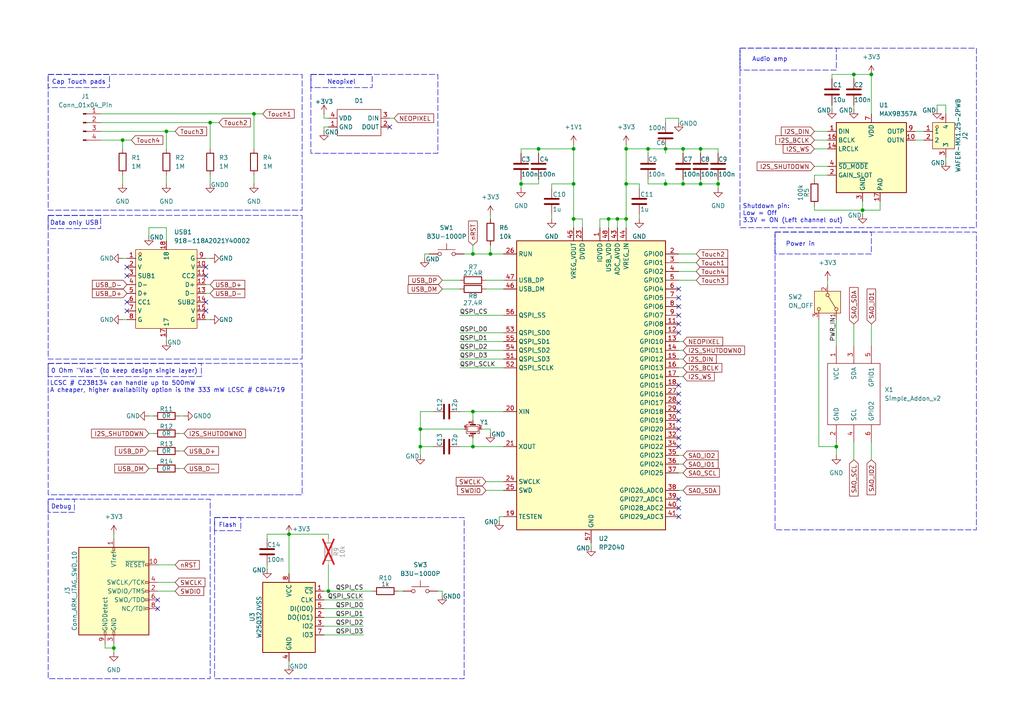
<source format=kicad_sch>
(kicad_sch
	(version 20231120)
	(generator "eeschema")
	(generator_version "8.0")
	(uuid "646c94a2-b3ea-4bd5-9464-af7455e982be")
	(paper "A4")
	(lib_symbols
		(symbol "Audio:MAX98357A"
			(exclude_from_sim no)
			(in_bom yes)
			(on_board yes)
			(property "Reference" "U"
				(at -8.89 11.43 0)
				(effects
					(font
						(size 1.27 1.27)
					)
				)
			)
			(property "Value" "MAX98357A"
				(at 10.16 11.43 0)
				(effects
					(font
						(size 1.27 1.27)
					)
				)
			)
			(property "Footprint" "Package_DFN_QFN:TQFN-16-1EP_3x3mm_P0.5mm_EP1.23x1.23mm"
				(at -1.27 -2.54 0)
				(effects
					(font
						(size 1.27 1.27)
					)
					(hide yes)
				)
			)
			(property "Datasheet" "https://www.analog.com/media/en/technical-documentation/data-sheets/MAX98357A-MAX98357B.pdf"
				(at 0 -2.54 0)
				(effects
					(font
						(size 1.27 1.27)
					)
					(hide yes)
				)
			)
			(property "Description" "Mono DAC with amplifier, I2S, PCM, TDM, 32-bit, 96khz, 3.2W, TQFP-16"
				(at 0 0 0)
				(effects
					(font
						(size 1.27 1.27)
					)
					(hide yes)
				)
			)
			(property "ki_keywords" "pcm tdm i2s left-justified amplifier audio dac"
				(at 0 0 0)
				(effects
					(font
						(size 1.27 1.27)
					)
					(hide yes)
				)
			)
			(property "ki_fp_filters" "TQFN*3x3mm*P0.5mm*EP1.23x1.23mm*"
				(at 0 0 0)
				(effects
					(font
						(size 1.27 1.27)
					)
					(hide yes)
				)
			)
			(symbol "MAX98357A_1_1"
				(rectangle
					(start -10.16 10.16)
					(end 10.16 -10.16)
					(stroke
						(width 0.254)
						(type default)
					)
					(fill
						(type background)
					)
				)
				(pin input line
					(at -12.7 7.62 0)
					(length 2.54)
					(name "DIN"
						(effects
							(font
								(size 1.27 1.27)
							)
						)
					)
					(number "1"
						(effects
							(font
								(size 1.27 1.27)
							)
						)
					)
				)
				(pin output line
					(at 12.7 5.08 180)
					(length 2.54)
					(name "OUTN"
						(effects
							(font
								(size 1.27 1.27)
							)
						)
					)
					(number "10"
						(effects
							(font
								(size 1.27 1.27)
							)
						)
					)
				)
				(pin passive line
					(at -2.54 -12.7 90)
					(length 2.54) hide
					(name "GND"
						(effects
							(font
								(size 1.27 1.27)
							)
						)
					)
					(number "11"
						(effects
							(font
								(size 1.27 1.27)
							)
						)
					)
				)
				(pin no_connect line
					(at 10.16 -5.08 180)
					(length 2.54) hide
					(name "NC"
						(effects
							(font
								(size 1.27 1.27)
							)
						)
					)
					(number "12"
						(effects
							(font
								(size 1.27 1.27)
							)
						)
					)
				)
				(pin no_connect line
					(at 10.16 -7.62 180)
					(length 2.54) hide
					(name "NC"
						(effects
							(font
								(size 1.27 1.27)
							)
						)
					)
					(number "13"
						(effects
							(font
								(size 1.27 1.27)
							)
						)
					)
				)
				(pin input line
					(at -12.7 2.54 0)
					(length 2.54)
					(name "LRCLK"
						(effects
							(font
								(size 1.27 1.27)
							)
						)
					)
					(number "14"
						(effects
							(font
								(size 1.27 1.27)
							)
						)
					)
				)
				(pin passive line
					(at -2.54 -12.7 90)
					(length 2.54) hide
					(name "GND"
						(effects
							(font
								(size 1.27 1.27)
							)
						)
					)
					(number "15"
						(effects
							(font
								(size 1.27 1.27)
							)
						)
					)
				)
				(pin input line
					(at -12.7 5.08 0)
					(length 2.54)
					(name "BCLK"
						(effects
							(font
								(size 1.27 1.27)
							)
						)
					)
					(number "16"
						(effects
							(font
								(size 1.27 1.27)
							)
						)
					)
				)
				(pin unspecified line
					(at 2.54 -12.7 90)
					(length 2.54)
					(name "PAD"
						(effects
							(font
								(size 1.27 1.27)
							)
						)
					)
					(number "17"
						(effects
							(font
								(size 1.27 1.27)
							)
						)
					)
				)
				(pin passive line
					(at -12.7 -5.08 0)
					(length 2.54)
					(name "GAIN_SLOT"
						(effects
							(font
								(size 1.27 1.27)
							)
						)
					)
					(number "2"
						(effects
							(font
								(size 1.27 1.27)
							)
						)
					)
				)
				(pin power_in line
					(at -2.54 -12.7 90)
					(length 2.54)
					(name "GND"
						(effects
							(font
								(size 1.27 1.27)
							)
						)
					)
					(number "3"
						(effects
							(font
								(size 1.27 1.27)
							)
						)
					)
				)
				(pin input line
					(at -12.7 -2.54 0)
					(length 2.54)
					(name "~{SD_MODE}"
						(effects
							(font
								(size 1.27 1.27)
							)
						)
					)
					(number "4"
						(effects
							(font
								(size 1.27 1.27)
							)
						)
					)
				)
				(pin no_connect line
					(at 10.16 2.54 180)
					(length 2.54) hide
					(name "NC"
						(effects
							(font
								(size 1.27 1.27)
							)
						)
					)
					(number "5"
						(effects
							(font
								(size 1.27 1.27)
							)
						)
					)
				)
				(pin no_connect line
					(at 10.16 0 180)
					(length 2.54) hide
					(name "NC"
						(effects
							(font
								(size 1.27 1.27)
							)
						)
					)
					(number "6"
						(effects
							(font
								(size 1.27 1.27)
							)
						)
					)
				)
				(pin power_in line
					(at 0 12.7 270)
					(length 2.54)
					(name "VDD"
						(effects
							(font
								(size 1.27 1.27)
							)
						)
					)
					(number "7"
						(effects
							(font
								(size 1.27 1.27)
							)
						)
					)
				)
				(pin passive line
					(at 0 12.7 270)
					(length 2.54) hide
					(name "VDD"
						(effects
							(font
								(size 1.27 1.27)
							)
						)
					)
					(number "8"
						(effects
							(font
								(size 1.27 1.27)
							)
						)
					)
				)
				(pin output line
					(at 12.7 7.62 180)
					(length 2.54)
					(name "OUTP"
						(effects
							(font
								(size 1.27 1.27)
							)
						)
					)
					(number "9"
						(effects
							(font
								(size 1.27 1.27)
							)
						)
					)
				)
			)
		)
		(symbol "Connector:Conn_01x04_Pin"
			(pin_names
				(offset 1.016) hide)
			(exclude_from_sim no)
			(in_bom yes)
			(on_board yes)
			(property "Reference" "J"
				(at 0 5.08 0)
				(effects
					(font
						(size 1.27 1.27)
					)
				)
			)
			(property "Value" "Conn_01x04_Pin"
				(at 0 -7.62 0)
				(effects
					(font
						(size 1.27 1.27)
					)
				)
			)
			(property "Footprint" ""
				(at 0 0 0)
				(effects
					(font
						(size 1.27 1.27)
					)
					(hide yes)
				)
			)
			(property "Datasheet" "~"
				(at 0 0 0)
				(effects
					(font
						(size 1.27 1.27)
					)
					(hide yes)
				)
			)
			(property "Description" "Generic connector, single row, 01x04, script generated"
				(at 0 0 0)
				(effects
					(font
						(size 1.27 1.27)
					)
					(hide yes)
				)
			)
			(property "ki_locked" ""
				(at 0 0 0)
				(effects
					(font
						(size 1.27 1.27)
					)
				)
			)
			(property "ki_keywords" "connector"
				(at 0 0 0)
				(effects
					(font
						(size 1.27 1.27)
					)
					(hide yes)
				)
			)
			(property "ki_fp_filters" "Connector*:*_1x??_*"
				(at 0 0 0)
				(effects
					(font
						(size 1.27 1.27)
					)
					(hide yes)
				)
			)
			(symbol "Conn_01x04_Pin_1_1"
				(polyline
					(pts
						(xy 1.27 -5.08) (xy 0.8636 -5.08)
					)
					(stroke
						(width 0.1524)
						(type default)
					)
					(fill
						(type none)
					)
				)
				(polyline
					(pts
						(xy 1.27 -2.54) (xy 0.8636 -2.54)
					)
					(stroke
						(width 0.1524)
						(type default)
					)
					(fill
						(type none)
					)
				)
				(polyline
					(pts
						(xy 1.27 0) (xy 0.8636 0)
					)
					(stroke
						(width 0.1524)
						(type default)
					)
					(fill
						(type none)
					)
				)
				(polyline
					(pts
						(xy 1.27 2.54) (xy 0.8636 2.54)
					)
					(stroke
						(width 0.1524)
						(type default)
					)
					(fill
						(type none)
					)
				)
				(rectangle
					(start 0.8636 -4.953)
					(end 0 -5.207)
					(stroke
						(width 0.1524)
						(type default)
					)
					(fill
						(type outline)
					)
				)
				(rectangle
					(start 0.8636 -2.413)
					(end 0 -2.667)
					(stroke
						(width 0.1524)
						(type default)
					)
					(fill
						(type outline)
					)
				)
				(rectangle
					(start 0.8636 0.127)
					(end 0 -0.127)
					(stroke
						(width 0.1524)
						(type default)
					)
					(fill
						(type outline)
					)
				)
				(rectangle
					(start 0.8636 2.667)
					(end 0 2.413)
					(stroke
						(width 0.1524)
						(type default)
					)
					(fill
						(type outline)
					)
				)
				(pin passive line
					(at 5.08 2.54 180)
					(length 3.81)
					(name "Pin_1"
						(effects
							(font
								(size 1.27 1.27)
							)
						)
					)
					(number "1"
						(effects
							(font
								(size 1.27 1.27)
							)
						)
					)
				)
				(pin passive line
					(at 5.08 0 180)
					(length 3.81)
					(name "Pin_2"
						(effects
							(font
								(size 1.27 1.27)
							)
						)
					)
					(number "2"
						(effects
							(font
								(size 1.27 1.27)
							)
						)
					)
				)
				(pin passive line
					(at 5.08 -2.54 180)
					(length 3.81)
					(name "Pin_3"
						(effects
							(font
								(size 1.27 1.27)
							)
						)
					)
					(number "3"
						(effects
							(font
								(size 1.27 1.27)
							)
						)
					)
				)
				(pin passive line
					(at 5.08 -5.08 180)
					(length 3.81)
					(name "Pin_4"
						(effects
							(font
								(size 1.27 1.27)
							)
						)
					)
					(number "4"
						(effects
							(font
								(size 1.27 1.27)
							)
						)
					)
				)
			)
		)
		(symbol "Connector:Conn_ARM_JTAG_SWD_10"
			(pin_names
				(offset 1.016)
			)
			(exclude_from_sim no)
			(in_bom yes)
			(on_board yes)
			(property "Reference" "J"
				(at -2.54 16.51 0)
				(effects
					(font
						(size 1.27 1.27)
					)
					(justify right)
				)
			)
			(property "Value" "Conn_ARM_JTAG_SWD_10"
				(at -2.54 13.97 0)
				(effects
					(font
						(size 1.27 1.27)
					)
					(justify right bottom)
				)
			)
			(property "Footprint" ""
				(at 0 0 0)
				(effects
					(font
						(size 1.27 1.27)
					)
					(hide yes)
				)
			)
			(property "Datasheet" "http://infocenter.arm.com/help/topic/com.arm.doc.ddi0314h/DDI0314H_coresight_components_trm.pdf"
				(at -8.89 -31.75 90)
				(effects
					(font
						(size 1.27 1.27)
					)
					(hide yes)
				)
			)
			(property "Description" "Cortex Debug Connector, standard ARM Cortex-M SWD and JTAG interface"
				(at 0 0 0)
				(effects
					(font
						(size 1.27 1.27)
					)
					(hide yes)
				)
			)
			(property "ki_keywords" "Cortex Debug Connector ARM SWD JTAG"
				(at 0 0 0)
				(effects
					(font
						(size 1.27 1.27)
					)
					(hide yes)
				)
			)
			(property "ki_fp_filters" "PinHeader?2x05?P1.27mm*"
				(at 0 0 0)
				(effects
					(font
						(size 1.27 1.27)
					)
					(hide yes)
				)
			)
			(symbol "Conn_ARM_JTAG_SWD_10_0_1"
				(rectangle
					(start -10.16 12.7)
					(end 10.16 -12.7)
					(stroke
						(width 0.254)
						(type default)
					)
					(fill
						(type background)
					)
				)
				(rectangle
					(start -2.794 -12.7)
					(end -2.286 -11.684)
					(stroke
						(width 0)
						(type default)
					)
					(fill
						(type none)
					)
				)
				(rectangle
					(start -0.254 -12.7)
					(end 0.254 -11.684)
					(stroke
						(width 0)
						(type default)
					)
					(fill
						(type none)
					)
				)
				(rectangle
					(start -0.254 12.7)
					(end 0.254 11.684)
					(stroke
						(width 0)
						(type default)
					)
					(fill
						(type none)
					)
				)
				(rectangle
					(start 9.144 2.286)
					(end 10.16 2.794)
					(stroke
						(width 0)
						(type default)
					)
					(fill
						(type none)
					)
				)
				(rectangle
					(start 10.16 -2.794)
					(end 9.144 -2.286)
					(stroke
						(width 0)
						(type default)
					)
					(fill
						(type none)
					)
				)
				(rectangle
					(start 10.16 -0.254)
					(end 9.144 0.254)
					(stroke
						(width 0)
						(type default)
					)
					(fill
						(type none)
					)
				)
				(rectangle
					(start 10.16 7.874)
					(end 9.144 7.366)
					(stroke
						(width 0)
						(type default)
					)
					(fill
						(type none)
					)
				)
			)
			(symbol "Conn_ARM_JTAG_SWD_10_1_1"
				(rectangle
					(start 9.144 -5.334)
					(end 10.16 -4.826)
					(stroke
						(width 0)
						(type default)
					)
					(fill
						(type none)
					)
				)
				(pin power_in line
					(at 0 15.24 270)
					(length 2.54)
					(name "VTref"
						(effects
							(font
								(size 1.27 1.27)
							)
						)
					)
					(number "1"
						(effects
							(font
								(size 1.27 1.27)
							)
						)
					)
				)
				(pin open_collector line
					(at 12.7 7.62 180)
					(length 2.54)
					(name "~{RESET}"
						(effects
							(font
								(size 1.27 1.27)
							)
						)
					)
					(number "10"
						(effects
							(font
								(size 1.27 1.27)
							)
						)
					)
				)
				(pin bidirectional line
					(at 12.7 0 180)
					(length 2.54)
					(name "SWDIO/TMS"
						(effects
							(font
								(size 1.27 1.27)
							)
						)
					)
					(number "2"
						(effects
							(font
								(size 1.27 1.27)
							)
						)
					)
				)
				(pin power_in line
					(at 0 -15.24 90)
					(length 2.54)
					(name "GND"
						(effects
							(font
								(size 1.27 1.27)
							)
						)
					)
					(number "3"
						(effects
							(font
								(size 1.27 1.27)
							)
						)
					)
				)
				(pin output line
					(at 12.7 2.54 180)
					(length 2.54)
					(name "SWCLK/TCK"
						(effects
							(font
								(size 1.27 1.27)
							)
						)
					)
					(number "4"
						(effects
							(font
								(size 1.27 1.27)
							)
						)
					)
				)
				(pin passive line
					(at 0 -15.24 90)
					(length 2.54) hide
					(name "GND"
						(effects
							(font
								(size 1.27 1.27)
							)
						)
					)
					(number "5"
						(effects
							(font
								(size 1.27 1.27)
							)
						)
					)
				)
				(pin input line
					(at 12.7 -2.54 180)
					(length 2.54)
					(name "SWO/TDO"
						(effects
							(font
								(size 1.27 1.27)
							)
						)
					)
					(number "6"
						(effects
							(font
								(size 1.27 1.27)
							)
						)
					)
				)
				(pin no_connect line
					(at -10.16 0 0)
					(length 2.54) hide
					(name "KEY"
						(effects
							(font
								(size 1.27 1.27)
							)
						)
					)
					(number "7"
						(effects
							(font
								(size 1.27 1.27)
							)
						)
					)
				)
				(pin output line
					(at 12.7 -5.08 180)
					(length 2.54)
					(name "NC/TDI"
						(effects
							(font
								(size 1.27 1.27)
							)
						)
					)
					(number "8"
						(effects
							(font
								(size 1.27 1.27)
							)
						)
					)
				)
				(pin passive line
					(at -2.54 -15.24 90)
					(length 2.54)
					(name "GNDDetect"
						(effects
							(font
								(size 1.27 1.27)
							)
						)
					)
					(number "9"
						(effects
							(font
								(size 1.27 1.27)
							)
						)
					)
				)
			)
		)
		(symbol "Device:C"
			(pin_numbers hide)
			(pin_names
				(offset 0.254)
			)
			(exclude_from_sim no)
			(in_bom yes)
			(on_board yes)
			(property "Reference" "C"
				(at 0.635 2.54 0)
				(effects
					(font
						(size 1.27 1.27)
					)
					(justify left)
				)
			)
			(property "Value" "C"
				(at 0.635 -2.54 0)
				(effects
					(font
						(size 1.27 1.27)
					)
					(justify left)
				)
			)
			(property "Footprint" ""
				(at 0.9652 -3.81 0)
				(effects
					(font
						(size 1.27 1.27)
					)
					(hide yes)
				)
			)
			(property "Datasheet" "~"
				(at 0 0 0)
				(effects
					(font
						(size 1.27 1.27)
					)
					(hide yes)
				)
			)
			(property "Description" "Unpolarized capacitor"
				(at 0 0 0)
				(effects
					(font
						(size 1.27 1.27)
					)
					(hide yes)
				)
			)
			(property "ki_keywords" "cap capacitor"
				(at 0 0 0)
				(effects
					(font
						(size 1.27 1.27)
					)
					(hide yes)
				)
			)
			(property "ki_fp_filters" "C_*"
				(at 0 0 0)
				(effects
					(font
						(size 1.27 1.27)
					)
					(hide yes)
				)
			)
			(symbol "C_0_1"
				(polyline
					(pts
						(xy -2.032 -0.762) (xy 2.032 -0.762)
					)
					(stroke
						(width 0.508)
						(type default)
					)
					(fill
						(type none)
					)
				)
				(polyline
					(pts
						(xy -2.032 0.762) (xy 2.032 0.762)
					)
					(stroke
						(width 0.508)
						(type default)
					)
					(fill
						(type none)
					)
				)
			)
			(symbol "C_1_1"
				(pin passive line
					(at 0 3.81 270)
					(length 2.794)
					(name "~"
						(effects
							(font
								(size 1.27 1.27)
							)
						)
					)
					(number "1"
						(effects
							(font
								(size 1.27 1.27)
							)
						)
					)
				)
				(pin passive line
					(at 0 -3.81 90)
					(length 2.794)
					(name "~"
						(effects
							(font
								(size 1.27 1.27)
							)
						)
					)
					(number "2"
						(effects
							(font
								(size 1.27 1.27)
							)
						)
					)
				)
			)
		)
		(symbol "Device:Crystal_GND24_Small"
			(pin_names
				(offset 1.016) hide)
			(exclude_from_sim no)
			(in_bom yes)
			(on_board yes)
			(property "Reference" "Y"
				(at 1.27 4.445 0)
				(effects
					(font
						(size 1.27 1.27)
					)
					(justify left)
				)
			)
			(property "Value" "Crystal_GND24_Small"
				(at 1.27 2.54 0)
				(effects
					(font
						(size 1.27 1.27)
					)
					(justify left)
				)
			)
			(property "Footprint" ""
				(at 0 0 0)
				(effects
					(font
						(size 1.27 1.27)
					)
					(hide yes)
				)
			)
			(property "Datasheet" "~"
				(at 0 0 0)
				(effects
					(font
						(size 1.27 1.27)
					)
					(hide yes)
				)
			)
			(property "Description" "Four pin crystal, GND on pins 2 and 4, small symbol"
				(at 0 0 0)
				(effects
					(font
						(size 1.27 1.27)
					)
					(hide yes)
				)
			)
			(property "ki_keywords" "quartz ceramic resonator oscillator"
				(at 0 0 0)
				(effects
					(font
						(size 1.27 1.27)
					)
					(hide yes)
				)
			)
			(property "ki_fp_filters" "Crystal*"
				(at 0 0 0)
				(effects
					(font
						(size 1.27 1.27)
					)
					(hide yes)
				)
			)
			(symbol "Crystal_GND24_Small_0_1"
				(rectangle
					(start -0.762 -1.524)
					(end 0.762 1.524)
					(stroke
						(width 0)
						(type default)
					)
					(fill
						(type none)
					)
				)
				(polyline
					(pts
						(xy -1.27 -0.762) (xy -1.27 0.762)
					)
					(stroke
						(width 0.381)
						(type default)
					)
					(fill
						(type none)
					)
				)
				(polyline
					(pts
						(xy 1.27 -0.762) (xy 1.27 0.762)
					)
					(stroke
						(width 0.381)
						(type default)
					)
					(fill
						(type none)
					)
				)
				(polyline
					(pts
						(xy -1.27 -1.27) (xy -1.27 -1.905) (xy 1.27 -1.905) (xy 1.27 -1.27)
					)
					(stroke
						(width 0)
						(type default)
					)
					(fill
						(type none)
					)
				)
				(polyline
					(pts
						(xy -1.27 1.27) (xy -1.27 1.905) (xy 1.27 1.905) (xy 1.27 1.27)
					)
					(stroke
						(width 0)
						(type default)
					)
					(fill
						(type none)
					)
				)
			)
			(symbol "Crystal_GND24_Small_1_1"
				(pin passive line
					(at -2.54 0 0)
					(length 1.27)
					(name "1"
						(effects
							(font
								(size 1.27 1.27)
							)
						)
					)
					(number "1"
						(effects
							(font
								(size 0.762 0.762)
							)
						)
					)
				)
				(pin passive line
					(at 0 -2.54 90)
					(length 0.635)
					(name "2"
						(effects
							(font
								(size 1.27 1.27)
							)
						)
					)
					(number "2"
						(effects
							(font
								(size 0.762 0.762)
							)
						)
					)
				)
				(pin passive line
					(at 2.54 0 180)
					(length 1.27)
					(name "3"
						(effects
							(font
								(size 1.27 1.27)
							)
						)
					)
					(number "3"
						(effects
							(font
								(size 0.762 0.762)
							)
						)
					)
				)
				(pin passive line
					(at 0 2.54 270)
					(length 0.635)
					(name "4"
						(effects
							(font
								(size 1.27 1.27)
							)
						)
					)
					(number "4"
						(effects
							(font
								(size 0.762 0.762)
							)
						)
					)
				)
			)
		)
		(symbol "Device:R"
			(pin_numbers hide)
			(pin_names
				(offset 0)
			)
			(exclude_from_sim no)
			(in_bom yes)
			(on_board yes)
			(property "Reference" "R"
				(at 2.032 0 90)
				(effects
					(font
						(size 1.27 1.27)
					)
				)
			)
			(property "Value" "R"
				(at 0 0 90)
				(effects
					(font
						(size 1.27 1.27)
					)
				)
			)
			(property "Footprint" ""
				(at -1.778 0 90)
				(effects
					(font
						(size 1.27 1.27)
					)
					(hide yes)
				)
			)
			(property "Datasheet" "~"
				(at 0 0 0)
				(effects
					(font
						(size 1.27 1.27)
					)
					(hide yes)
				)
			)
			(property "Description" "Resistor"
				(at 0 0 0)
				(effects
					(font
						(size 1.27 1.27)
					)
					(hide yes)
				)
			)
			(property "ki_keywords" "R res resistor"
				(at 0 0 0)
				(effects
					(font
						(size 1.27 1.27)
					)
					(hide yes)
				)
			)
			(property "ki_fp_filters" "R_*"
				(at 0 0 0)
				(effects
					(font
						(size 1.27 1.27)
					)
					(hide yes)
				)
			)
			(symbol "R_0_1"
				(rectangle
					(start -1.016 -2.54)
					(end 1.016 2.54)
					(stroke
						(width 0.254)
						(type default)
					)
					(fill
						(type none)
					)
				)
			)
			(symbol "R_1_1"
				(pin passive line
					(at 0 3.81 270)
					(length 1.27)
					(name "~"
						(effects
							(font
								(size 1.27 1.27)
							)
						)
					)
					(number "1"
						(effects
							(font
								(size 1.27 1.27)
							)
						)
					)
				)
				(pin passive line
					(at 0 -3.81 90)
					(length 1.27)
					(name "~"
						(effects
							(font
								(size 1.27 1.27)
							)
						)
					)
					(number "2"
						(effects
							(font
								(size 1.27 1.27)
							)
						)
					)
				)
			)
		)
		(symbol "MCU_RaspberryPi:RP2040"
			(exclude_from_sim no)
			(in_bom yes)
			(on_board yes)
			(property "Reference" "U"
				(at 17.78 45.72 0)
				(effects
					(font
						(size 1.27 1.27)
					)
				)
			)
			(property "Value" "RP2040"
				(at 17.78 43.18 0)
				(effects
					(font
						(size 1.27 1.27)
					)
				)
			)
			(property "Footprint" "Package_DFN_QFN:QFN-56-1EP_7x7mm_P0.4mm_EP3.2x3.2mm"
				(at 0 0 0)
				(effects
					(font
						(size 1.27 1.27)
					)
					(hide yes)
				)
			)
			(property "Datasheet" "https://datasheets.raspberrypi.com/rp2040/rp2040-datasheet.pdf"
				(at 0 0 0)
				(effects
					(font
						(size 1.27 1.27)
					)
					(hide yes)
				)
			)
			(property "Description" "A microcontroller by Raspberry Pi"
				(at 0 0 0)
				(effects
					(font
						(size 1.27 1.27)
					)
					(hide yes)
				)
			)
			(property "ki_keywords" "RP2040 ARM Cortex-M0+ USB"
				(at 0 0 0)
				(effects
					(font
						(size 1.27 1.27)
					)
					(hide yes)
				)
			)
			(property "ki_fp_filters" "QFN*1EP*7x7mm?P0.4mm*"
				(at 0 0 0)
				(effects
					(font
						(size 1.27 1.27)
					)
					(hide yes)
				)
			)
			(symbol "RP2040_0_1"
				(rectangle
					(start -21.59 41.91)
					(end 21.59 -41.91)
					(stroke
						(width 0.254)
						(type default)
					)
					(fill
						(type background)
					)
				)
			)
			(symbol "RP2040_1_1"
				(pin power_in line
					(at 2.54 45.72 270)
					(length 3.81)
					(name "IOVDD"
						(effects
							(font
								(size 1.27 1.27)
							)
						)
					)
					(number "1"
						(effects
							(font
								(size 1.27 1.27)
							)
						)
					)
				)
				(pin passive line
					(at 2.54 45.72 270)
					(length 3.81) hide
					(name "IOVDD"
						(effects
							(font
								(size 1.27 1.27)
							)
						)
					)
					(number "10"
						(effects
							(font
								(size 1.27 1.27)
							)
						)
					)
				)
				(pin bidirectional line
					(at 25.4 17.78 180)
					(length 3.81)
					(name "GPIO8"
						(effects
							(font
								(size 1.27 1.27)
							)
						)
					)
					(number "11"
						(effects
							(font
								(size 1.27 1.27)
							)
						)
					)
				)
				(pin bidirectional line
					(at 25.4 15.24 180)
					(length 3.81)
					(name "GPIO9"
						(effects
							(font
								(size 1.27 1.27)
							)
						)
					)
					(number "12"
						(effects
							(font
								(size 1.27 1.27)
							)
						)
					)
				)
				(pin bidirectional line
					(at 25.4 12.7 180)
					(length 3.81)
					(name "GPIO10"
						(effects
							(font
								(size 1.27 1.27)
							)
						)
					)
					(number "13"
						(effects
							(font
								(size 1.27 1.27)
							)
						)
					)
				)
				(pin bidirectional line
					(at 25.4 10.16 180)
					(length 3.81)
					(name "GPIO11"
						(effects
							(font
								(size 1.27 1.27)
							)
						)
					)
					(number "14"
						(effects
							(font
								(size 1.27 1.27)
							)
						)
					)
				)
				(pin bidirectional line
					(at 25.4 7.62 180)
					(length 3.81)
					(name "GPIO12"
						(effects
							(font
								(size 1.27 1.27)
							)
						)
					)
					(number "15"
						(effects
							(font
								(size 1.27 1.27)
							)
						)
					)
				)
				(pin bidirectional line
					(at 25.4 5.08 180)
					(length 3.81)
					(name "GPIO13"
						(effects
							(font
								(size 1.27 1.27)
							)
						)
					)
					(number "16"
						(effects
							(font
								(size 1.27 1.27)
							)
						)
					)
				)
				(pin bidirectional line
					(at 25.4 2.54 180)
					(length 3.81)
					(name "GPIO14"
						(effects
							(font
								(size 1.27 1.27)
							)
						)
					)
					(number "17"
						(effects
							(font
								(size 1.27 1.27)
							)
						)
					)
				)
				(pin bidirectional line
					(at 25.4 0 180)
					(length 3.81)
					(name "GPIO15"
						(effects
							(font
								(size 1.27 1.27)
							)
						)
					)
					(number "18"
						(effects
							(font
								(size 1.27 1.27)
							)
						)
					)
				)
				(pin input line
					(at -25.4 -38.1 0)
					(length 3.81)
					(name "TESTEN"
						(effects
							(font
								(size 1.27 1.27)
							)
						)
					)
					(number "19"
						(effects
							(font
								(size 1.27 1.27)
							)
						)
					)
				)
				(pin bidirectional line
					(at 25.4 38.1 180)
					(length 3.81)
					(name "GPIO0"
						(effects
							(font
								(size 1.27 1.27)
							)
						)
					)
					(number "2"
						(effects
							(font
								(size 1.27 1.27)
							)
						)
					)
				)
				(pin input line
					(at -25.4 -7.62 0)
					(length 3.81)
					(name "XIN"
						(effects
							(font
								(size 1.27 1.27)
							)
						)
					)
					(number "20"
						(effects
							(font
								(size 1.27 1.27)
							)
						)
					)
				)
				(pin passive line
					(at -25.4 -17.78 0)
					(length 3.81)
					(name "XOUT"
						(effects
							(font
								(size 1.27 1.27)
							)
						)
					)
					(number "21"
						(effects
							(font
								(size 1.27 1.27)
							)
						)
					)
				)
				(pin passive line
					(at 2.54 45.72 270)
					(length 3.81) hide
					(name "IOVDD"
						(effects
							(font
								(size 1.27 1.27)
							)
						)
					)
					(number "22"
						(effects
							(font
								(size 1.27 1.27)
							)
						)
					)
				)
				(pin power_in line
					(at -2.54 45.72 270)
					(length 3.81)
					(name "DVDD"
						(effects
							(font
								(size 1.27 1.27)
							)
						)
					)
					(number "23"
						(effects
							(font
								(size 1.27 1.27)
							)
						)
					)
				)
				(pin input line
					(at -25.4 -27.94 0)
					(length 3.81)
					(name "SWCLK"
						(effects
							(font
								(size 1.27 1.27)
							)
						)
					)
					(number "24"
						(effects
							(font
								(size 1.27 1.27)
							)
						)
					)
				)
				(pin bidirectional line
					(at -25.4 -30.48 0)
					(length 3.81)
					(name "SWD"
						(effects
							(font
								(size 1.27 1.27)
							)
						)
					)
					(number "25"
						(effects
							(font
								(size 1.27 1.27)
							)
						)
					)
				)
				(pin input line
					(at -25.4 38.1 0)
					(length 3.81)
					(name "RUN"
						(effects
							(font
								(size 1.27 1.27)
							)
						)
					)
					(number "26"
						(effects
							(font
								(size 1.27 1.27)
							)
						)
					)
				)
				(pin bidirectional line
					(at 25.4 -2.54 180)
					(length 3.81)
					(name "GPIO16"
						(effects
							(font
								(size 1.27 1.27)
							)
						)
					)
					(number "27"
						(effects
							(font
								(size 1.27 1.27)
							)
						)
					)
				)
				(pin bidirectional line
					(at 25.4 -5.08 180)
					(length 3.81)
					(name "GPIO17"
						(effects
							(font
								(size 1.27 1.27)
							)
						)
					)
					(number "28"
						(effects
							(font
								(size 1.27 1.27)
							)
						)
					)
				)
				(pin bidirectional line
					(at 25.4 -7.62 180)
					(length 3.81)
					(name "GPIO18"
						(effects
							(font
								(size 1.27 1.27)
							)
						)
					)
					(number "29"
						(effects
							(font
								(size 1.27 1.27)
							)
						)
					)
				)
				(pin bidirectional line
					(at 25.4 35.56 180)
					(length 3.81)
					(name "GPIO1"
						(effects
							(font
								(size 1.27 1.27)
							)
						)
					)
					(number "3"
						(effects
							(font
								(size 1.27 1.27)
							)
						)
					)
				)
				(pin bidirectional line
					(at 25.4 -10.16 180)
					(length 3.81)
					(name "GPIO19"
						(effects
							(font
								(size 1.27 1.27)
							)
						)
					)
					(number "30"
						(effects
							(font
								(size 1.27 1.27)
							)
						)
					)
				)
				(pin bidirectional line
					(at 25.4 -12.7 180)
					(length 3.81)
					(name "GPIO20"
						(effects
							(font
								(size 1.27 1.27)
							)
						)
					)
					(number "31"
						(effects
							(font
								(size 1.27 1.27)
							)
						)
					)
				)
				(pin bidirectional line
					(at 25.4 -15.24 180)
					(length 3.81)
					(name "GPIO21"
						(effects
							(font
								(size 1.27 1.27)
							)
						)
					)
					(number "32"
						(effects
							(font
								(size 1.27 1.27)
							)
						)
					)
				)
				(pin passive line
					(at 2.54 45.72 270)
					(length 3.81) hide
					(name "IOVDD"
						(effects
							(font
								(size 1.27 1.27)
							)
						)
					)
					(number "33"
						(effects
							(font
								(size 1.27 1.27)
							)
						)
					)
				)
				(pin bidirectional line
					(at 25.4 -17.78 180)
					(length 3.81)
					(name "GPIO22"
						(effects
							(font
								(size 1.27 1.27)
							)
						)
					)
					(number "34"
						(effects
							(font
								(size 1.27 1.27)
							)
						)
					)
				)
				(pin bidirectional line
					(at 25.4 -20.32 180)
					(length 3.81)
					(name "GPIO23"
						(effects
							(font
								(size 1.27 1.27)
							)
						)
					)
					(number "35"
						(effects
							(font
								(size 1.27 1.27)
							)
						)
					)
				)
				(pin bidirectional line
					(at 25.4 -22.86 180)
					(length 3.81)
					(name "GPIO24"
						(effects
							(font
								(size 1.27 1.27)
							)
						)
					)
					(number "36"
						(effects
							(font
								(size 1.27 1.27)
							)
						)
					)
				)
				(pin bidirectional line
					(at 25.4 -25.4 180)
					(length 3.81)
					(name "GPIO25"
						(effects
							(font
								(size 1.27 1.27)
							)
						)
					)
					(number "37"
						(effects
							(font
								(size 1.27 1.27)
							)
						)
					)
				)
				(pin bidirectional line
					(at 25.4 -30.48 180)
					(length 3.81)
					(name "GPIO26_ADC0"
						(effects
							(font
								(size 1.27 1.27)
							)
						)
					)
					(number "38"
						(effects
							(font
								(size 1.27 1.27)
							)
						)
					)
				)
				(pin bidirectional line
					(at 25.4 -33.02 180)
					(length 3.81)
					(name "GPIO27_ADC1"
						(effects
							(font
								(size 1.27 1.27)
							)
						)
					)
					(number "39"
						(effects
							(font
								(size 1.27 1.27)
							)
						)
					)
				)
				(pin bidirectional line
					(at 25.4 33.02 180)
					(length 3.81)
					(name "GPIO2"
						(effects
							(font
								(size 1.27 1.27)
							)
						)
					)
					(number "4"
						(effects
							(font
								(size 1.27 1.27)
							)
						)
					)
				)
				(pin bidirectional line
					(at 25.4 -35.56 180)
					(length 3.81)
					(name "GPIO28_ADC2"
						(effects
							(font
								(size 1.27 1.27)
							)
						)
					)
					(number "40"
						(effects
							(font
								(size 1.27 1.27)
							)
						)
					)
				)
				(pin bidirectional line
					(at 25.4 -38.1 180)
					(length 3.81)
					(name "GPIO29_ADC3"
						(effects
							(font
								(size 1.27 1.27)
							)
						)
					)
					(number "41"
						(effects
							(font
								(size 1.27 1.27)
							)
						)
					)
				)
				(pin passive line
					(at 2.54 45.72 270)
					(length 3.81) hide
					(name "IOVDD"
						(effects
							(font
								(size 1.27 1.27)
							)
						)
					)
					(number "42"
						(effects
							(font
								(size 1.27 1.27)
							)
						)
					)
				)
				(pin power_in line
					(at 7.62 45.72 270)
					(length 3.81)
					(name "ADC_AVDD"
						(effects
							(font
								(size 1.27 1.27)
							)
						)
					)
					(number "43"
						(effects
							(font
								(size 1.27 1.27)
							)
						)
					)
				)
				(pin power_in line
					(at 10.16 45.72 270)
					(length 3.81)
					(name "VREG_IN"
						(effects
							(font
								(size 1.27 1.27)
							)
						)
					)
					(number "44"
						(effects
							(font
								(size 1.27 1.27)
							)
						)
					)
				)
				(pin power_out line
					(at -5.08 45.72 270)
					(length 3.81)
					(name "VREG_VOUT"
						(effects
							(font
								(size 1.27 1.27)
							)
						)
					)
					(number "45"
						(effects
							(font
								(size 1.27 1.27)
							)
						)
					)
				)
				(pin bidirectional line
					(at -25.4 27.94 0)
					(length 3.81)
					(name "USB_DM"
						(effects
							(font
								(size 1.27 1.27)
							)
						)
					)
					(number "46"
						(effects
							(font
								(size 1.27 1.27)
							)
						)
					)
				)
				(pin bidirectional line
					(at -25.4 30.48 0)
					(length 3.81)
					(name "USB_DP"
						(effects
							(font
								(size 1.27 1.27)
							)
						)
					)
					(number "47"
						(effects
							(font
								(size 1.27 1.27)
							)
						)
					)
				)
				(pin power_in line
					(at 5.08 45.72 270)
					(length 3.81)
					(name "USB_VDD"
						(effects
							(font
								(size 1.27 1.27)
							)
						)
					)
					(number "48"
						(effects
							(font
								(size 1.27 1.27)
							)
						)
					)
				)
				(pin passive line
					(at 2.54 45.72 270)
					(length 3.81) hide
					(name "IOVDD"
						(effects
							(font
								(size 1.27 1.27)
							)
						)
					)
					(number "49"
						(effects
							(font
								(size 1.27 1.27)
							)
						)
					)
				)
				(pin bidirectional line
					(at 25.4 30.48 180)
					(length 3.81)
					(name "GPIO3"
						(effects
							(font
								(size 1.27 1.27)
							)
						)
					)
					(number "5"
						(effects
							(font
								(size 1.27 1.27)
							)
						)
					)
				)
				(pin passive line
					(at -2.54 45.72 270)
					(length 3.81) hide
					(name "DVDD"
						(effects
							(font
								(size 1.27 1.27)
							)
						)
					)
					(number "50"
						(effects
							(font
								(size 1.27 1.27)
							)
						)
					)
				)
				(pin bidirectional line
					(at -25.4 7.62 0)
					(length 3.81)
					(name "QSPI_SD3"
						(effects
							(font
								(size 1.27 1.27)
							)
						)
					)
					(number "51"
						(effects
							(font
								(size 1.27 1.27)
							)
						)
					)
				)
				(pin output line
					(at -25.4 5.08 0)
					(length 3.81)
					(name "QSPI_SCLK"
						(effects
							(font
								(size 1.27 1.27)
							)
						)
					)
					(number "52"
						(effects
							(font
								(size 1.27 1.27)
							)
						)
					)
				)
				(pin bidirectional line
					(at -25.4 15.24 0)
					(length 3.81)
					(name "QSPI_SD0"
						(effects
							(font
								(size 1.27 1.27)
							)
						)
					)
					(number "53"
						(effects
							(font
								(size 1.27 1.27)
							)
						)
					)
				)
				(pin bidirectional line
					(at -25.4 10.16 0)
					(length 3.81)
					(name "QSPI_SD2"
						(effects
							(font
								(size 1.27 1.27)
							)
						)
					)
					(number "54"
						(effects
							(font
								(size 1.27 1.27)
							)
						)
					)
				)
				(pin bidirectional line
					(at -25.4 12.7 0)
					(length 3.81)
					(name "QSPI_SD1"
						(effects
							(font
								(size 1.27 1.27)
							)
						)
					)
					(number "55"
						(effects
							(font
								(size 1.27 1.27)
							)
						)
					)
				)
				(pin bidirectional line
					(at -25.4 20.32 0)
					(length 3.81)
					(name "QSPI_SS"
						(effects
							(font
								(size 1.27 1.27)
							)
						)
					)
					(number "56"
						(effects
							(font
								(size 1.27 1.27)
							)
						)
					)
				)
				(pin power_in line
					(at 0 -45.72 90)
					(length 3.81)
					(name "GND"
						(effects
							(font
								(size 1.27 1.27)
							)
						)
					)
					(number "57"
						(effects
							(font
								(size 1.27 1.27)
							)
						)
					)
				)
				(pin bidirectional line
					(at 25.4 27.94 180)
					(length 3.81)
					(name "GPIO4"
						(effects
							(font
								(size 1.27 1.27)
							)
						)
					)
					(number "6"
						(effects
							(font
								(size 1.27 1.27)
							)
						)
					)
				)
				(pin bidirectional line
					(at 25.4 25.4 180)
					(length 3.81)
					(name "GPIO5"
						(effects
							(font
								(size 1.27 1.27)
							)
						)
					)
					(number "7"
						(effects
							(font
								(size 1.27 1.27)
							)
						)
					)
				)
				(pin bidirectional line
					(at 25.4 22.86 180)
					(length 3.81)
					(name "GPIO6"
						(effects
							(font
								(size 1.27 1.27)
							)
						)
					)
					(number "8"
						(effects
							(font
								(size 1.27 1.27)
							)
						)
					)
				)
				(pin bidirectional line
					(at 25.4 20.32 180)
					(length 3.81)
					(name "GPIO7"
						(effects
							(font
								(size 1.27 1.27)
							)
						)
					)
					(number "9"
						(effects
							(font
								(size 1.27 1.27)
							)
						)
					)
				)
			)
		)
		(symbol "Memory_Flash:W25Q32JVSS"
			(exclude_from_sim no)
			(in_bom yes)
			(on_board yes)
			(property "Reference" "U"
				(at -6.35 11.43 0)
				(effects
					(font
						(size 1.27 1.27)
					)
				)
			)
			(property "Value" "W25Q32JVSS"
				(at 7.62 11.43 0)
				(effects
					(font
						(size 1.27 1.27)
					)
				)
			)
			(property "Footprint" "Package_SO:SOIC-8_5.23x5.23mm_P1.27mm"
				(at 0 0 0)
				(effects
					(font
						(size 1.27 1.27)
					)
					(hide yes)
				)
			)
			(property "Datasheet" "http://www.winbond.com/resource-files/w25q32jv%20revg%2003272018%20plus.pdf"
				(at 0 0 0)
				(effects
					(font
						(size 1.27 1.27)
					)
					(hide yes)
				)
			)
			(property "Description" "32Mb Serial Flash Memory, Standard/Dual/Quad SPI, SOIC-8"
				(at 0 0 0)
				(effects
					(font
						(size 1.27 1.27)
					)
					(hide yes)
				)
			)
			(property "ki_keywords" "flash memory SPI"
				(at 0 0 0)
				(effects
					(font
						(size 1.27 1.27)
					)
					(hide yes)
				)
			)
			(property "ki_fp_filters" "SOIC*5.23x5.23mm*P1.27mm*"
				(at 0 0 0)
				(effects
					(font
						(size 1.27 1.27)
					)
					(hide yes)
				)
			)
			(symbol "W25Q32JVSS_0_1"
				(rectangle
					(start -7.62 10.16)
					(end 7.62 -10.16)
					(stroke
						(width 0.254)
						(type default)
					)
					(fill
						(type background)
					)
				)
			)
			(symbol "W25Q32JVSS_1_1"
				(pin input line
					(at -10.16 7.62 0)
					(length 2.54)
					(name "~{CS}"
						(effects
							(font
								(size 1.27 1.27)
							)
						)
					)
					(number "1"
						(effects
							(font
								(size 1.27 1.27)
							)
						)
					)
				)
				(pin bidirectional line
					(at -10.16 0 0)
					(length 2.54)
					(name "DO(IO1)"
						(effects
							(font
								(size 1.27 1.27)
							)
						)
					)
					(number "2"
						(effects
							(font
								(size 1.27 1.27)
							)
						)
					)
				)
				(pin bidirectional line
					(at -10.16 -2.54 0)
					(length 2.54)
					(name "IO2"
						(effects
							(font
								(size 1.27 1.27)
							)
						)
					)
					(number "3"
						(effects
							(font
								(size 1.27 1.27)
							)
						)
					)
				)
				(pin power_in line
					(at 0 -12.7 90)
					(length 2.54)
					(name "GND"
						(effects
							(font
								(size 1.27 1.27)
							)
						)
					)
					(number "4"
						(effects
							(font
								(size 1.27 1.27)
							)
						)
					)
				)
				(pin bidirectional line
					(at -10.16 2.54 0)
					(length 2.54)
					(name "DI(IO0)"
						(effects
							(font
								(size 1.27 1.27)
							)
						)
					)
					(number "5"
						(effects
							(font
								(size 1.27 1.27)
							)
						)
					)
				)
				(pin input line
					(at -10.16 5.08 0)
					(length 2.54)
					(name "CLK"
						(effects
							(font
								(size 1.27 1.27)
							)
						)
					)
					(number "6"
						(effects
							(font
								(size 1.27 1.27)
							)
						)
					)
				)
				(pin bidirectional line
					(at -10.16 -5.08 0)
					(length 2.54)
					(name "IO3"
						(effects
							(font
								(size 1.27 1.27)
							)
						)
					)
					(number "7"
						(effects
							(font
								(size 1.27 1.27)
							)
						)
					)
				)
				(pin power_in line
					(at 0 12.7 270)
					(length 2.54)
					(name "VCC"
						(effects
							(font
								(size 1.27 1.27)
							)
						)
					)
					(number "8"
						(effects
							(font
								(size 1.27 1.27)
							)
						)
					)
				)
			)
		)
		(symbol "MyLibrary:SK6805-EC3210R"
			(exclude_from_sim no)
			(in_bom yes)
			(on_board yes)
			(property "Reference" "D"
				(at 0 1.27 0)
				(effects
					(font
						(size 1.27 1.27)
					)
				)
			)
			(property "Value" "SK6805-EC3210R"
				(at 0 1.27 0)
				(effects
					(font
						(size 1.27 1.27)
					)
					(hide yes)
				)
			)
			(property "Footprint" "MyLibrary:SK6805-EC3210R"
				(at 0 8.89 0)
				(effects
					(font
						(size 1.27 1.27)
					)
					(hide yes)
				)
			)
			(property "Datasheet" "C:\\Users\\Simen\\Documents\\PCB Resources\\Datasheets\\RGB LEDs - Built-in IC\\Sidemount\\2303300930_OPSCO-Optoelectronics-SK6805-EC3210R_C5378735.pdf"
				(at 0 6.35 0)
				(effects
					(font
						(size 1.27 1.27)
					)
					(hide yes)
				)
			)
			(property "Description" "Sidemount RGB LED w/ Built-in IC"
				(at 0 0 0)
				(effects
					(font
						(size 1.27 1.27)
					)
					(hide yes)
				)
			)
			(property "Manufacturer" "OPSCO"
				(at 0 11.43 0)
				(effects
					(font
						(size 1.27 1.27)
					)
					(hide yes)
				)
			)
			(property "LCSC_PN" "C5378735"
				(at 0 3.81 0)
				(effects
					(font
						(size 1.27 1.27)
					)
					(hide yes)
				)
			)
			(property "ki_keywords" "LED, RGB, side, mount, sidemount"
				(at 0 0 0)
				(effects
					(font
						(size 1.27 1.27)
					)
					(hide yes)
				)
			)
			(symbol "SK6805-EC3210R_0_1"
				(rectangle
					(start -6.35 0)
					(end 6.35 -7.62)
					(stroke
						(width 0)
						(type default)
					)
					(fill
						(type none)
					)
				)
			)
			(symbol "SK6805-EC3210R_1_1"
				(pin power_in line
					(at -8.89 -5.08 0)
					(length 2.54)
					(name "GND"
						(effects
							(font
								(size 1.27 1.27)
							)
						)
					)
					(number "1"
						(effects
							(font
								(size 1.27 1.27)
							)
						)
					)
				)
				(pin output line
					(at 8.89 -5.08 180)
					(length 2.54)
					(name "DOUT"
						(effects
							(font
								(size 1.27 1.27)
							)
						)
					)
					(number "2"
						(effects
							(font
								(size 1.27 1.27)
							)
						)
					)
				)
				(pin input line
					(at 8.89 -2.54 180)
					(length 2.54)
					(name "DIN"
						(effects
							(font
								(size 1.27 1.27)
							)
						)
					)
					(number "3"
						(effects
							(font
								(size 1.27 1.27)
							)
						)
					)
				)
				(pin power_in line
					(at -8.89 -2.54 0)
					(length 2.54)
					(name "VDD"
						(effects
							(font
								(size 1.27 1.27)
							)
						)
					)
					(number "4"
						(effects
							(font
								(size 1.27 1.27)
							)
						)
					)
				)
			)
		)
		(symbol "Simple_Addon_v2:Simple_Addon_v2"
			(pin_names
				(offset 1.016)
			)
			(exclude_from_sim no)
			(in_bom yes)
			(on_board yes)
			(property "Reference" "X"
				(at 0 0 0)
				(effects
					(font
						(size 1.27 1.27)
					)
				)
			)
			(property "Value" "Simple_Addon_v2"
				(at 0 20.32 0)
				(effects
					(font
						(size 1.27 1.27)
					)
				)
			)
			(property "Footprint" ""
				(at 0 5.08 0)
				(effects
					(font
						(size 1.27 1.27)
					)
					(hide yes)
				)
			)
			(property "Datasheet" ""
				(at 0 5.08 0)
				(effects
					(font
						(size 1.27 1.27)
					)
					(hide yes)
				)
			)
			(property "Description" ""
				(at 0 0 0)
				(effects
					(font
						(size 1.27 1.27)
					)
					(hide yes)
				)
			)
			(symbol "Simple_Addon_v2_0_1"
				(rectangle
					(start -7.62 8.89)
					(end 7.62 -8.89)
					(stroke
						(width 0)
						(type solid)
					)
					(fill
						(type none)
					)
				)
			)
			(symbol "Simple_Addon_v2_1_1"
				(pin input line
					(at -5.08 13.97 270)
					(length 5.08)
					(name "VCC"
						(effects
							(font
								(size 1.27 1.27)
							)
						)
					)
					(number "1"
						(effects
							(font
								(size 1.27 1.27)
							)
						)
					)
				)
				(pin input line
					(at -5.08 -13.97 90)
					(length 5.08)
					(name "GND"
						(effects
							(font
								(size 1.27 1.27)
							)
						)
					)
					(number "2"
						(effects
							(font
								(size 1.27 1.27)
							)
						)
					)
				)
				(pin input line
					(at 0 13.97 270)
					(length 5.08)
					(name "SDA"
						(effects
							(font
								(size 1.27 1.27)
							)
						)
					)
					(number "3"
						(effects
							(font
								(size 1.27 1.27)
							)
						)
					)
				)
				(pin input line
					(at 0 -13.97 90)
					(length 5.08)
					(name "SCL"
						(effects
							(font
								(size 1.27 1.27)
							)
						)
					)
					(number "4"
						(effects
							(font
								(size 1.27 1.27)
							)
						)
					)
				)
				(pin input line
					(at 5.08 13.97 270)
					(length 5.08)
					(name "GPIO1"
						(effects
							(font
								(size 1.27 1.27)
							)
						)
					)
					(number "5"
						(effects
							(font
								(size 1.27 1.27)
							)
						)
					)
				)
				(pin input line
					(at 5.08 -13.97 90)
					(length 5.08)
					(name "GPIO2"
						(effects
							(font
								(size 1.27 1.27)
							)
						)
					)
					(number "6"
						(effects
							(font
								(size 1.27 1.27)
							)
						)
					)
				)
			)
		)
		(symbol "Switch:SW_Push"
			(pin_numbers hide)
			(pin_names
				(offset 1.016) hide)
			(exclude_from_sim no)
			(in_bom yes)
			(on_board yes)
			(property "Reference" "SW"
				(at 1.27 2.54 0)
				(effects
					(font
						(size 1.27 1.27)
					)
					(justify left)
				)
			)
			(property "Value" "SW_Push"
				(at 0 -1.524 0)
				(effects
					(font
						(size 1.27 1.27)
					)
				)
			)
			(property "Footprint" ""
				(at 0 5.08 0)
				(effects
					(font
						(size 1.27 1.27)
					)
					(hide yes)
				)
			)
			(property "Datasheet" "~"
				(at 0 5.08 0)
				(effects
					(font
						(size 1.27 1.27)
					)
					(hide yes)
				)
			)
			(property "Description" "Push button switch, generic, two pins"
				(at 0 0 0)
				(effects
					(font
						(size 1.27 1.27)
					)
					(hide yes)
				)
			)
			(property "ki_keywords" "switch normally-open pushbutton push-button"
				(at 0 0 0)
				(effects
					(font
						(size 1.27 1.27)
					)
					(hide yes)
				)
			)
			(symbol "SW_Push_0_1"
				(circle
					(center -2.032 0)
					(radius 0.508)
					(stroke
						(width 0)
						(type default)
					)
					(fill
						(type none)
					)
				)
				(polyline
					(pts
						(xy 0 1.27) (xy 0 3.048)
					)
					(stroke
						(width 0)
						(type default)
					)
					(fill
						(type none)
					)
				)
				(polyline
					(pts
						(xy 2.54 1.27) (xy -2.54 1.27)
					)
					(stroke
						(width 0)
						(type default)
					)
					(fill
						(type none)
					)
				)
				(circle
					(center 2.032 0)
					(radius 0.508)
					(stroke
						(width 0)
						(type default)
					)
					(fill
						(type none)
					)
				)
				(pin passive line
					(at -5.08 0 0)
					(length 2.54)
					(name "1"
						(effects
							(font
								(size 1.27 1.27)
							)
						)
					)
					(number "1"
						(effects
							(font
								(size 1.27 1.27)
							)
						)
					)
				)
				(pin passive line
					(at 5.08 0 180)
					(length 2.54)
					(name "2"
						(effects
							(font
								(size 1.27 1.27)
							)
						)
					)
					(number "2"
						(effects
							(font
								(size 1.27 1.27)
							)
						)
					)
				)
			)
		)
		(symbol "Switch:SW_SPDT"
			(pin_names
				(offset 0) hide)
			(exclude_from_sim no)
			(in_bom yes)
			(on_board yes)
			(property "Reference" "SW"
				(at 0 5.08 0)
				(effects
					(font
						(size 1.27 1.27)
					)
				)
			)
			(property "Value" "SW_SPDT"
				(at 0 -5.08 0)
				(effects
					(font
						(size 1.27 1.27)
					)
				)
			)
			(property "Footprint" ""
				(at 0 0 0)
				(effects
					(font
						(size 1.27 1.27)
					)
					(hide yes)
				)
			)
			(property "Datasheet" "~"
				(at 0 -7.62 0)
				(effects
					(font
						(size 1.27 1.27)
					)
					(hide yes)
				)
			)
			(property "Description" "Switch, single pole double throw"
				(at 0 0 0)
				(effects
					(font
						(size 1.27 1.27)
					)
					(hide yes)
				)
			)
			(property "ki_keywords" "switch single-pole double-throw spdt ON-ON"
				(at 0 0 0)
				(effects
					(font
						(size 1.27 1.27)
					)
					(hide yes)
				)
			)
			(symbol "SW_SPDT_0_1"
				(circle
					(center -2.032 0)
					(radius 0.4572)
					(stroke
						(width 0)
						(type default)
					)
					(fill
						(type none)
					)
				)
				(polyline
					(pts
						(xy -1.651 0.254) (xy 1.651 2.286)
					)
					(stroke
						(width 0)
						(type default)
					)
					(fill
						(type none)
					)
				)
				(circle
					(center 2.032 -2.54)
					(radius 0.4572)
					(stroke
						(width 0)
						(type default)
					)
					(fill
						(type none)
					)
				)
				(circle
					(center 2.032 2.54)
					(radius 0.4572)
					(stroke
						(width 0)
						(type default)
					)
					(fill
						(type none)
					)
				)
			)
			(symbol "SW_SPDT_1_1"
				(rectangle
					(start -3.175 3.81)
					(end 3.175 -3.81)
					(stroke
						(width 0)
						(type default)
					)
					(fill
						(type background)
					)
				)
				(pin passive line
					(at 5.08 2.54 180)
					(length 2.54)
					(name "A"
						(effects
							(font
								(size 1.27 1.27)
							)
						)
					)
					(number "1"
						(effects
							(font
								(size 1.27 1.27)
							)
						)
					)
				)
				(pin passive line
					(at -5.08 0 0)
					(length 2.54)
					(name "B"
						(effects
							(font
								(size 1.27 1.27)
							)
						)
					)
					(number "2"
						(effects
							(font
								(size 1.27 1.27)
							)
						)
					)
				)
				(pin passive line
					(at 5.08 -2.54 180)
					(length 2.54)
					(name "C"
						(effects
							(font
								(size 1.27 1.27)
							)
						)
					)
					(number "3"
						(effects
							(font
								(size 1.27 1.27)
							)
						)
					)
				)
			)
		)
		(symbol "easyeda2kicad:918-118A2021Y40002"
			(exclude_from_sim no)
			(in_bom yes)
			(on_board yes)
			(property "Reference" "USB"
				(at 0 20.32 0)
				(effects
					(font
						(size 1.27 1.27)
					)
				)
			)
			(property "Value" "918-118A2021Y40002"
				(at 0 -17.78 0)
				(effects
					(font
						(size 1.27 1.27)
					)
				)
			)
			(property "Footprint" "easyeda2kicad:TYPE-C-SMD_JINGTUOJIN_918-118A2021Y40002"
				(at 0 -20.32 0)
				(effects
					(font
						(size 1.27 1.27)
					)
					(hide yes)
				)
			)
			(property "Datasheet" ""
				(at 0 0 0)
				(effects
					(font
						(size 1.27 1.27)
					)
					(hide yes)
				)
			)
			(property "Description" ""
				(at 0 0 0)
				(effects
					(font
						(size 1.27 1.27)
					)
					(hide yes)
				)
			)
			(property "LCSC Part" "C399939"
				(at 0 -22.86 0)
				(effects
					(font
						(size 1.27 1.27)
					)
					(hide yes)
				)
			)
			(symbol "918-118A2021Y40002_0_1"
				(rectangle
					(start -8.89 12.7)
					(end 8.89 -10.16)
					(stroke
						(width 0)
						(type default)
					)
					(fill
						(type background)
					)
				)
				(circle
					(center -7.62 11.43)
					(radius 0.38)
					(stroke
						(width 0)
						(type default)
					)
					(fill
						(type none)
					)
				)
				(pin unspecified line
					(at -11.43 10.16 0)
					(length 2.54)
					(name "G"
						(effects
							(font
								(size 1.27 1.27)
							)
						)
					)
					(number "1"
						(effects
							(font
								(size 1.27 1.27)
							)
						)
					)
				)
				(pin unspecified line
					(at 11.43 7.62 180)
					(length 2.54)
					(name "V"
						(effects
							(font
								(size 1.27 1.27)
							)
						)
					)
					(number "10"
						(effects
							(font
								(size 1.27 1.27)
							)
						)
					)
				)
				(pin unspecified line
					(at 11.43 5.08 180)
					(length 2.54)
					(name "CC2"
						(effects
							(font
								(size 1.27 1.27)
							)
						)
					)
					(number "11"
						(effects
							(font
								(size 1.27 1.27)
							)
						)
					)
				)
				(pin unspecified line
					(at 11.43 2.54 180)
					(length 2.54)
					(name "D+"
						(effects
							(font
								(size 1.27 1.27)
							)
						)
					)
					(number "12"
						(effects
							(font
								(size 1.27 1.27)
							)
						)
					)
				)
				(pin unspecified line
					(at 11.43 0 180)
					(length 2.54)
					(name "D-"
						(effects
							(font
								(size 1.27 1.27)
							)
						)
					)
					(number "13"
						(effects
							(font
								(size 1.27 1.27)
							)
						)
					)
				)
				(pin unspecified line
					(at 11.43 -2.54 180)
					(length 2.54)
					(name "SUB2"
						(effects
							(font
								(size 1.27 1.27)
							)
						)
					)
					(number "14"
						(effects
							(font
								(size 1.27 1.27)
							)
						)
					)
				)
				(pin unspecified line
					(at 11.43 -5.08 180)
					(length 2.54)
					(name "V"
						(effects
							(font
								(size 1.27 1.27)
							)
						)
					)
					(number "15"
						(effects
							(font
								(size 1.27 1.27)
							)
						)
					)
				)
				(pin unspecified line
					(at 11.43 -7.62 180)
					(length 2.54)
					(name "G"
						(effects
							(font
								(size 1.27 1.27)
							)
						)
					)
					(number "16"
						(effects
							(font
								(size 1.27 1.27)
							)
						)
					)
				)
				(pin unspecified line
					(at 0 -12.7 90)
					(length 2.54)
					(name "17"
						(effects
							(font
								(size 1.27 1.27)
							)
						)
					)
					(number "17"
						(effects
							(font
								(size 1.27 1.27)
							)
						)
					)
				)
				(pin unspecified line
					(at 0 15.24 270)
					(length 2.54)
					(name "18"
						(effects
							(font
								(size 1.27 1.27)
							)
						)
					)
					(number "18"
						(effects
							(font
								(size 1.27 1.27)
							)
						)
					)
				)
				(pin unspecified line
					(at -11.43 7.62 0)
					(length 2.54)
					(name "V"
						(effects
							(font
								(size 1.27 1.27)
							)
						)
					)
					(number "2"
						(effects
							(font
								(size 1.27 1.27)
							)
						)
					)
				)
				(pin unspecified line
					(at -11.43 5.08 0)
					(length 2.54)
					(name "SUB1"
						(effects
							(font
								(size 1.27 1.27)
							)
						)
					)
					(number "3"
						(effects
							(font
								(size 1.27 1.27)
							)
						)
					)
				)
				(pin unspecified line
					(at -11.43 2.54 0)
					(length 2.54)
					(name "D-"
						(effects
							(font
								(size 1.27 1.27)
							)
						)
					)
					(number "4"
						(effects
							(font
								(size 1.27 1.27)
							)
						)
					)
				)
				(pin unspecified line
					(at -11.43 0 0)
					(length 2.54)
					(name "D+"
						(effects
							(font
								(size 1.27 1.27)
							)
						)
					)
					(number "5"
						(effects
							(font
								(size 1.27 1.27)
							)
						)
					)
				)
				(pin unspecified line
					(at -11.43 -2.54 0)
					(length 2.54)
					(name "CC1"
						(effects
							(font
								(size 1.27 1.27)
							)
						)
					)
					(number "6"
						(effects
							(font
								(size 1.27 1.27)
							)
						)
					)
				)
				(pin unspecified line
					(at -11.43 -5.08 0)
					(length 2.54)
					(name "V"
						(effects
							(font
								(size 1.27 1.27)
							)
						)
					)
					(number "7"
						(effects
							(font
								(size 1.27 1.27)
							)
						)
					)
				)
				(pin unspecified line
					(at -11.43 -7.62 0)
					(length 2.54)
					(name "G"
						(effects
							(font
								(size 1.27 1.27)
							)
						)
					)
					(number "8"
						(effects
							(font
								(size 1.27 1.27)
							)
						)
					)
				)
				(pin unspecified line
					(at 11.43 10.16 180)
					(length 2.54)
					(name "G"
						(effects
							(font
								(size 1.27 1.27)
							)
						)
					)
					(number "9"
						(effects
							(font
								(size 1.27 1.27)
							)
						)
					)
				)
			)
		)
		(symbol "easyeda2kicad:WAFER-MX1.25-2PWB"
			(exclude_from_sim no)
			(in_bom yes)
			(on_board yes)
			(property "Reference" "U"
				(at 0 11.43 0)
				(effects
					(font
						(size 1.27 1.27)
					)
				)
			)
			(property "Value" "WAFER-MX1.25-2PWB"
				(at 0 -11.43 0)
				(effects
					(font
						(size 1.27 1.27)
					)
				)
			)
			(property "Footprint" "easyeda2kicad:CONN-SMD_2P-P1.25_XUNPU_WAFER-MX1.25-2PWB"
				(at 0 -13.97 0)
				(effects
					(font
						(size 1.27 1.27)
					)
					(hide yes)
				)
			)
			(property "Datasheet" ""
				(at 0 0 0)
				(effects
					(font
						(size 1.27 1.27)
					)
					(hide yes)
				)
			)
			(property "Description" ""
				(at 0 0 0)
				(effects
					(font
						(size 1.27 1.27)
					)
					(hide yes)
				)
			)
			(property "LCSC Part" "C3029359"
				(at 0 -16.51 0)
				(effects
					(font
						(size 1.27 1.27)
					)
					(hide yes)
				)
			)
			(symbol "WAFER-MX1.25-2PWB_0_1"
				(rectangle
					(start -1.27 3.81)
					(end 5.08 -3.81)
					(stroke
						(width 0)
						(type default)
					)
					(fill
						(type background)
					)
				)
				(circle
					(center 0 2.54)
					(radius 0.38)
					(stroke
						(width 0)
						(type default)
					)
					(fill
						(type none)
					)
				)
				(pin unspecified line
					(at -3.81 1.27 0)
					(length 2.54)
					(name "1"
						(effects
							(font
								(size 1.27 1.27)
							)
						)
					)
					(number "1"
						(effects
							(font
								(size 1.27 1.27)
							)
						)
					)
				)
				(pin unspecified line
					(at -3.81 -1.27 0)
					(length 2.54)
					(name "2"
						(effects
							(font
								(size 1.27 1.27)
							)
						)
					)
					(number "2"
						(effects
							(font
								(size 1.27 1.27)
							)
						)
					)
				)
				(pin unspecified line
					(at 2.54 -6.35 90)
					(length 2.54)
					(name "3"
						(effects
							(font
								(size 1.27 1.27)
							)
						)
					)
					(number "3"
						(effects
							(font
								(size 1.27 1.27)
							)
						)
					)
				)
				(pin unspecified line
					(at 2.54 6.35 270)
					(length 2.54)
					(name "4"
						(effects
							(font
								(size 1.27 1.27)
							)
						)
					)
					(number "4"
						(effects
							(font
								(size 1.27 1.27)
							)
						)
					)
				)
			)
		)
		(symbol "power:+1V1"
			(power)
			(pin_numbers hide)
			(pin_names
				(offset 0) hide)
			(exclude_from_sim no)
			(in_bom yes)
			(on_board yes)
			(property "Reference" "#PWR"
				(at 0 -3.81 0)
				(effects
					(font
						(size 1.27 1.27)
					)
					(hide yes)
				)
			)
			(property "Value" "+1V1"
				(at 0 3.556 0)
				(effects
					(font
						(size 1.27 1.27)
					)
				)
			)
			(property "Footprint" ""
				(at 0 0 0)
				(effects
					(font
						(size 1.27 1.27)
					)
					(hide yes)
				)
			)
			(property "Datasheet" ""
				(at 0 0 0)
				(effects
					(font
						(size 1.27 1.27)
					)
					(hide yes)
				)
			)
			(property "Description" "Power symbol creates a global label with name \"+1V1\""
				(at 0 0 0)
				(effects
					(font
						(size 1.27 1.27)
					)
					(hide yes)
				)
			)
			(property "ki_keywords" "global power"
				(at 0 0 0)
				(effects
					(font
						(size 1.27 1.27)
					)
					(hide yes)
				)
			)
			(symbol "+1V1_0_1"
				(polyline
					(pts
						(xy -0.762 1.27) (xy 0 2.54)
					)
					(stroke
						(width 0)
						(type default)
					)
					(fill
						(type none)
					)
				)
				(polyline
					(pts
						(xy 0 0) (xy 0 2.54)
					)
					(stroke
						(width 0)
						(type default)
					)
					(fill
						(type none)
					)
				)
				(polyline
					(pts
						(xy 0 2.54) (xy 0.762 1.27)
					)
					(stroke
						(width 0)
						(type default)
					)
					(fill
						(type none)
					)
				)
			)
			(symbol "+1V1_1_1"
				(pin power_in line
					(at 0 0 90)
					(length 0)
					(name "~"
						(effects
							(font
								(size 1.27 1.27)
							)
						)
					)
					(number "1"
						(effects
							(font
								(size 1.27 1.27)
							)
						)
					)
				)
			)
		)
		(symbol "power:+3V3"
			(power)
			(pin_numbers hide)
			(pin_names
				(offset 0) hide)
			(exclude_from_sim no)
			(in_bom yes)
			(on_board yes)
			(property "Reference" "#PWR"
				(at 0 -3.81 0)
				(effects
					(font
						(size 1.27 1.27)
					)
					(hide yes)
				)
			)
			(property "Value" "+3V3"
				(at 0 3.556 0)
				(effects
					(font
						(size 1.27 1.27)
					)
				)
			)
			(property "Footprint" ""
				(at 0 0 0)
				(effects
					(font
						(size 1.27 1.27)
					)
					(hide yes)
				)
			)
			(property "Datasheet" ""
				(at 0 0 0)
				(effects
					(font
						(size 1.27 1.27)
					)
					(hide yes)
				)
			)
			(property "Description" "Power symbol creates a global label with name \"+3V3\""
				(at 0 0 0)
				(effects
					(font
						(size 1.27 1.27)
					)
					(hide yes)
				)
			)
			(property "ki_keywords" "global power"
				(at 0 0 0)
				(effects
					(font
						(size 1.27 1.27)
					)
					(hide yes)
				)
			)
			(symbol "+3V3_0_1"
				(polyline
					(pts
						(xy -0.762 1.27) (xy 0 2.54)
					)
					(stroke
						(width 0)
						(type default)
					)
					(fill
						(type none)
					)
				)
				(polyline
					(pts
						(xy 0 0) (xy 0 2.54)
					)
					(stroke
						(width 0)
						(type default)
					)
					(fill
						(type none)
					)
				)
				(polyline
					(pts
						(xy 0 2.54) (xy 0.762 1.27)
					)
					(stroke
						(width 0)
						(type default)
					)
					(fill
						(type none)
					)
				)
			)
			(symbol "+3V3_1_1"
				(pin power_in line
					(at 0 0 90)
					(length 0)
					(name "~"
						(effects
							(font
								(size 1.27 1.27)
							)
						)
					)
					(number "1"
						(effects
							(font
								(size 1.27 1.27)
							)
						)
					)
				)
			)
		)
		(symbol "power:GND"
			(power)
			(pin_numbers hide)
			(pin_names
				(offset 0) hide)
			(exclude_from_sim no)
			(in_bom yes)
			(on_board yes)
			(property "Reference" "#PWR"
				(at 0 -6.35 0)
				(effects
					(font
						(size 1.27 1.27)
					)
					(hide yes)
				)
			)
			(property "Value" "GND"
				(at 0 -3.81 0)
				(effects
					(font
						(size 1.27 1.27)
					)
				)
			)
			(property "Footprint" ""
				(at 0 0 0)
				(effects
					(font
						(size 1.27 1.27)
					)
					(hide yes)
				)
			)
			(property "Datasheet" ""
				(at 0 0 0)
				(effects
					(font
						(size 1.27 1.27)
					)
					(hide yes)
				)
			)
			(property "Description" "Power symbol creates a global label with name \"GND\" , ground"
				(at 0 0 0)
				(effects
					(font
						(size 1.27 1.27)
					)
					(hide yes)
				)
			)
			(property "ki_keywords" "global power"
				(at 0 0 0)
				(effects
					(font
						(size 1.27 1.27)
					)
					(hide yes)
				)
			)
			(symbol "GND_0_1"
				(polyline
					(pts
						(xy 0 0) (xy 0 -1.27) (xy 1.27 -1.27) (xy 0 -2.54) (xy -1.27 -1.27) (xy 0 -1.27)
					)
					(stroke
						(width 0)
						(type default)
					)
					(fill
						(type none)
					)
				)
			)
			(symbol "GND_1_1"
				(pin power_in line
					(at 0 0 270)
					(length 0)
					(name "~"
						(effects
							(font
								(size 1.27 1.27)
							)
						)
					)
					(number "1"
						(effects
							(font
								(size 1.27 1.27)
							)
						)
					)
				)
			)
		)
	)
	(junction
		(at 193.04 43.18)
		(diameter 0)
		(color 0 0 0 0)
		(uuid "006b1c1f-f840-492f-bd85-0a6cffc4b74f")
	)
	(junction
		(at 73.66 33.02)
		(diameter 0)
		(color 0 0 0 0)
		(uuid "049b1c46-0058-4ebd-ae87-b8790f30bf31")
	)
	(junction
		(at 179.07 63.5)
		(diameter 0)
		(color 0 0 0 0)
		(uuid "0b2952a3-328d-4a2f-832a-4d2d2d05781a")
	)
	(junction
		(at 181.61 43.18)
		(diameter 0)
		(color 0 0 0 0)
		(uuid "0ba4739a-af4c-401d-9a30-0ad76b8654b7")
	)
	(junction
		(at 198.12 53.34)
		(diameter 0)
		(color 0 0 0 0)
		(uuid "10620715-f30e-493c-b584-032253b2861c")
	)
	(junction
		(at 83.82 154.94)
		(diameter 0)
		(color 0 0 0 0)
		(uuid "19ab3167-03f0-4120-a7fd-36455abc6b2f")
	)
	(junction
		(at 35.56 40.64)
		(diameter 0)
		(color 0 0 0 0)
		(uuid "1f1ee9ae-6ff2-42dd-9fc6-91686b22cf2a")
	)
	(junction
		(at 187.96 43.18)
		(diameter 0)
		(color 0 0 0 0)
		(uuid "2674f945-3852-4c7f-97bd-4c4511c81bb2")
	)
	(junction
		(at 137.16 73.66)
		(diameter 0)
		(color 0 0 0 0)
		(uuid "415f1c21-fab4-4a58-9a3b-b34eb6eb0ddb")
	)
	(junction
		(at 121.92 129.54)
		(diameter 0)
		(color 0 0 0 0)
		(uuid "479716f1-df85-454c-a3cc-d7b809fd68b9")
	)
	(junction
		(at 166.37 63.5)
		(diameter 0)
		(color 0 0 0 0)
		(uuid "4f7eb5b1-3b11-473e-a07c-64d10a19289e")
	)
	(junction
		(at 242.57 129.54)
		(diameter 0)
		(color 0 0 0 0)
		(uuid "555eaee4-9086-404b-84de-5ea712626d81")
	)
	(junction
		(at 208.28 53.34)
		(diameter 0)
		(color 0 0 0 0)
		(uuid "683ff6da-c926-4577-9018-2501bc3edf03")
	)
	(junction
		(at 203.2 53.34)
		(diameter 0)
		(color 0 0 0 0)
		(uuid "6b320b6e-9fe8-4873-b50d-b076a7df19b1")
	)
	(junction
		(at 137.16 119.38)
		(diameter 0)
		(color 0 0 0 0)
		(uuid "70c8a09d-4c77-4b2b-8f9e-1dee98abfccd")
	)
	(junction
		(at 203.2 43.18)
		(diameter 0)
		(color 0 0 0 0)
		(uuid "749695c1-5cd5-48f2-ae71-7473b012bd7a")
	)
	(junction
		(at 181.61 53.34)
		(diameter 0)
		(color 0 0 0 0)
		(uuid "7ba80906-d7d4-461e-ad46-3b5a6fef9924")
	)
	(junction
		(at 60.96 35.56)
		(diameter 0)
		(color 0 0 0 0)
		(uuid "82691bc0-cad9-4441-bc9e-ec2362d63815")
	)
	(junction
		(at 193.04 53.34)
		(diameter 0)
		(color 0 0 0 0)
		(uuid "845d8532-990a-4d41-b0b6-3d256189ec60")
	)
	(junction
		(at 142.24 73.66)
		(diameter 0)
		(color 0 0 0 0)
		(uuid "8fa4a15b-bac2-40ad-b6a1-528016ef7a2a")
	)
	(junction
		(at 166.37 43.18)
		(diameter 0)
		(color 0 0 0 0)
		(uuid "96578a11-c928-41bc-8ef4-148ceff75426")
	)
	(junction
		(at 33.02 187.96)
		(diameter 0)
		(color 0 0 0 0)
		(uuid "af4da4ac-95f5-44f7-a9e8-b2caf2e155b2")
	)
	(junction
		(at 95.25 171.45)
		(diameter 0)
		(color 0 0 0 0)
		(uuid "b4e27407-10ae-4ddb-9af7-7da0843b7d5e")
	)
	(junction
		(at 247.65 21.59)
		(diameter 0)
		(color 0 0 0 0)
		(uuid "b8462358-92da-4007-a3fa-3b79f4d6bd6d")
	)
	(junction
		(at 176.53 63.5)
		(diameter 0)
		(color 0 0 0 0)
		(uuid "b9677eff-727b-49b7-b3be-b908200b41c7")
	)
	(junction
		(at 137.16 129.54)
		(diameter 0)
		(color 0 0 0 0)
		(uuid "c4c043bb-24bb-44c1-be70-680a3752e41e")
	)
	(junction
		(at 48.26 38.1)
		(diameter 0)
		(color 0 0 0 0)
		(uuid "c65d3c2a-5dd6-43c0-ada1-a807ae12a06e")
	)
	(junction
		(at 156.21 43.18)
		(diameter 0)
		(color 0 0 0 0)
		(uuid "ce7dac96-e076-4895-93c5-64f07f5a0362")
	)
	(junction
		(at 151.13 53.34)
		(diameter 0)
		(color 0 0 0 0)
		(uuid "d262d4f3-a94a-4b97-87e0-ba1fa2b3ee63")
	)
	(junction
		(at 166.37 53.34)
		(diameter 0)
		(color 0 0 0 0)
		(uuid "d59d596f-b5d6-448b-ac3b-c034b95e261d")
	)
	(junction
		(at 121.92 124.46)
		(diameter 0)
		(color 0 0 0 0)
		(uuid "e8c313f0-0c62-4135-a643-62f8fcfdc71a")
	)
	(junction
		(at 250.19 60.96)
		(diameter 0)
		(color 0 0 0 0)
		(uuid "f3b4a5f5-2bc7-4800-9fa9-990b7819cf33")
	)
	(junction
		(at 181.61 63.5)
		(diameter 0)
		(color 0 0 0 0)
		(uuid "f8c14b5e-725d-4c24-a2df-b8d391cee22d")
	)
	(junction
		(at 198.12 43.18)
		(diameter 0)
		(color 0 0 0 0)
		(uuid "fa517e6b-8c95-49c0-babd-f0dc4c29b017")
	)
	(junction
		(at 252.73 21.59)
		(diameter 0)
		(color 0 0 0 0)
		(uuid "ff2cc114-96bb-45ca-a95a-0759ed8a8fc9")
	)
	(no_connect
		(at 196.85 147.32)
		(uuid "0578c704-5565-4fb5-bb9e-d28fd5832155")
	)
	(no_connect
		(at 36.83 80.01)
		(uuid "0f6c3f9c-e626-45de-8b17-d5483fc9545e")
	)
	(no_connect
		(at 196.85 93.98)
		(uuid "11b9b3cf-a5b5-4399-8803-1eea9935c167")
	)
	(no_connect
		(at 36.83 77.47)
		(uuid "1ce0490d-28eb-4390-b4e7-90a93a1e1535")
	)
	(no_connect
		(at 196.85 129.54)
		(uuid "23f3a789-5e72-439b-b35b-ca79b85152a3")
	)
	(no_connect
		(at 196.85 121.92)
		(uuid "26a54a31-d705-4988-8727-9d3f93686354")
	)
	(no_connect
		(at 196.85 144.78)
		(uuid "2b3fb71a-ea4f-4df7-a6f5-97723b2931bc")
	)
	(no_connect
		(at 36.83 90.17)
		(uuid "3e507cc9-0162-469a-b88c-4b4991ec2e50")
	)
	(no_connect
		(at 196.85 111.76)
		(uuid "4611384a-2682-42fd-a0bd-f52d5f547f54")
	)
	(no_connect
		(at 196.85 114.3)
		(uuid "485602a4-6c8a-464b-b2c2-035fda8f68b6")
	)
	(no_connect
		(at 196.85 91.44)
		(uuid "60956f00-924d-403e-8ac4-16a17a00413d")
	)
	(no_connect
		(at 196.85 127)
		(uuid "61f3611e-d06f-4660-906d-3cb52309ba20")
	)
	(no_connect
		(at 59.69 80.01)
		(uuid "62c593d0-f205-4222-ade8-9a6c8bfe6da8")
	)
	(no_connect
		(at 196.85 119.38)
		(uuid "6a9536e4-2594-4309-9817-af4fef6905db")
	)
	(no_connect
		(at 196.85 96.52)
		(uuid "6f7f7527-73fc-427d-8ede-7b9bac2eddf6")
	)
	(no_connect
		(at 196.85 124.46)
		(uuid "71929c8c-1fcb-43d7-b96b-be2a49baace5")
	)
	(no_connect
		(at 196.85 149.86)
		(uuid "73edb815-07a3-43b2-8d07-658e63a3948b")
	)
	(no_connect
		(at 196.85 83.82)
		(uuid "80462600-28d9-4962-8a90-1be01dacd51b")
	)
	(no_connect
		(at 113.03 36.83)
		(uuid "8dacd8d2-4074-4dc1-88db-3fa8c70e3e0d")
	)
	(no_connect
		(at 59.69 87.63)
		(uuid "9cebf220-f645-4054-bdf3-dda2d03cc7c1")
	)
	(no_connect
		(at 36.83 87.63)
		(uuid "a30c83b1-9eb4-4875-8b93-54fe4f9cf8f1")
	)
	(no_connect
		(at 45.72 173.99)
		(uuid "b834605f-bf08-4f93-b568-2cffa05850c2")
	)
	(no_connect
		(at 196.85 88.9)
		(uuid "bf04d22a-82a6-4439-b84c-066197cf5824")
	)
	(no_connect
		(at 196.85 116.84)
		(uuid "c6354cac-03a9-415c-b838-68dc039154a1")
	)
	(no_connect
		(at 59.69 90.17)
		(uuid "cc37a874-768d-4d60-ab1c-f0020a53fa31")
	)
	(no_connect
		(at 59.69 77.47)
		(uuid "dff6d302-141f-4bf0-b5e1-418604a21ed7")
	)
	(no_connect
		(at 45.72 176.53)
		(uuid "e2b466c9-ecfa-4c5e-ab5b-f44fbc876cc8")
	)
	(no_connect
		(at 196.85 86.36)
		(uuid "ed264abb-d522-48d6-923b-01e1afe70538")
	)
	(wire
		(pts
			(xy 236.22 60.96) (xy 250.19 60.96)
		)
		(stroke
			(width 0)
			(type default)
		)
		(uuid "00afc115-3d32-412d-ba39-e02b8288bdac")
	)
	(wire
		(pts
			(xy 45.72 171.45) (xy 50.8 171.45)
		)
		(stroke
			(width 0)
			(type default)
		)
		(uuid "02b5d611-87dc-45af-b27c-24b302064e17")
	)
	(wire
		(pts
			(xy 193.04 34.29) (xy 193.04 35.56)
		)
		(stroke
			(width 0)
			(type default)
		)
		(uuid "02e02d27-dca0-427e-a334-30d96b102f00")
	)
	(wire
		(pts
			(xy 83.82 191.77) (xy 83.82 193.04)
		)
		(stroke
			(width 0)
			(type default)
		)
		(uuid "02ec6694-1c71-4eab-a63a-282e34902abb")
	)
	(wire
		(pts
			(xy 121.92 124.46) (xy 134.62 124.46)
		)
		(stroke
			(width 0)
			(type default)
		)
		(uuid "035f3069-50bc-459b-b5e9-189756de4ed3")
	)
	(wire
		(pts
			(xy 185.42 53.34) (xy 181.61 53.34)
		)
		(stroke
			(width 0)
			(type default)
		)
		(uuid "0392b960-812a-434e-b1b6-386993b65159")
	)
	(wire
		(pts
			(xy 196.85 142.24) (xy 198.12 142.24)
		)
		(stroke
			(width 0)
			(type default)
		)
		(uuid "03a01a8e-2741-4e3e-ac0d-98e3e257b98a")
	)
	(wire
		(pts
			(xy 146.05 73.66) (xy 142.24 73.66)
		)
		(stroke
			(width 0)
			(type default)
		)
		(uuid "0753864d-d226-44a7-9fe9-286b1796b8de")
	)
	(wire
		(pts
			(xy 271.78 30.48) (xy 271.78 31.75)
		)
		(stroke
			(width 0)
			(type default)
		)
		(uuid "0850ea15-f354-45eb-a525-390465b40271")
	)
	(wire
		(pts
			(xy 43.18 125.73) (xy 44.45 125.73)
		)
		(stroke
			(width 0)
			(type default)
		)
		(uuid "0a53d5a9-c657-4cd7-baee-1ff1a0387bfd")
	)
	(wire
		(pts
			(xy 236.22 48.26) (xy 240.03 48.26)
		)
		(stroke
			(width 0)
			(type default)
		)
		(uuid "0d48969f-2067-414a-ada1-3d89e7fb0676")
	)
	(wire
		(pts
			(xy 127 171.45) (xy 128.27 171.45)
		)
		(stroke
			(width 0)
			(type default)
		)
		(uuid "0d592782-a5dd-4006-9884-d27fe80c48b4")
	)
	(wire
		(pts
			(xy 93.98 176.53) (xy 105.41 176.53)
		)
		(stroke
			(width 0)
			(type default)
		)
		(uuid "0dd2903d-d8ca-44e6-b373-d533fa3975f0")
	)
	(wire
		(pts
			(xy 60.96 92.71) (xy 59.69 92.71)
		)
		(stroke
			(width 0)
			(type default)
		)
		(uuid "0ef96958-2668-4737-95dc-e6e11fa4b6d0")
	)
	(wire
		(pts
			(xy 48.26 50.8) (xy 48.26 53.34)
		)
		(stroke
			(width 0)
			(type default)
		)
		(uuid "11086dee-1028-4b14-9713-d762865670a2")
	)
	(wire
		(pts
			(xy 196.85 99.06) (xy 198.12 99.06)
		)
		(stroke
			(width 0)
			(type default)
		)
		(uuid "11a89ae9-da52-451b-aaa3-9ce34c989c97")
	)
	(wire
		(pts
			(xy 128.27 83.82) (xy 133.35 83.82)
		)
		(stroke
			(width 0)
			(type default)
		)
		(uuid "1273d970-6768-4d91-a6ca-f8c8d005bbd5")
	)
	(wire
		(pts
			(xy 265.43 38.1) (xy 267.97 38.1)
		)
		(stroke
			(width 0)
			(type default)
		)
		(uuid "13129355-8076-4873-9aa0-ea36089c45c7")
	)
	(wire
		(pts
			(xy 208.28 43.18) (xy 203.2 43.18)
		)
		(stroke
			(width 0)
			(type default)
		)
		(uuid "14111e30-9fbd-4b53-816b-9cd85e4e778d")
	)
	(wire
		(pts
			(xy 43.18 135.89) (xy 44.45 135.89)
		)
		(stroke
			(width 0)
			(type default)
		)
		(uuid "161b86c7-e26e-4fe1-b59f-b3950d552875")
	)
	(wire
		(pts
			(xy 144.78 149.86) (xy 146.05 149.86)
		)
		(stroke
			(width 0)
			(type default)
		)
		(uuid "16b4a0ce-ade5-4124-a412-1ac741dfa7f9")
	)
	(wire
		(pts
			(xy 134.62 73.66) (xy 137.16 73.66)
		)
		(stroke
			(width 0)
			(type default)
		)
		(uuid "17273b3d-ad61-4c34-ad1a-6e629631f52e")
	)
	(wire
		(pts
			(xy 168.91 66.04) (xy 168.91 63.5)
		)
		(stroke
			(width 0)
			(type default)
		)
		(uuid "1a078003-9952-400d-b056-2e6660b510e3")
	)
	(wire
		(pts
			(xy 133.35 106.68) (xy 146.05 106.68)
		)
		(stroke
			(width 0)
			(type default)
		)
		(uuid "1a4149b7-8b21-442e-84d7-da445ef9a86e")
	)
	(wire
		(pts
			(xy 95.25 156.21) (xy 95.25 154.94)
		)
		(stroke
			(width 0)
			(type default)
		)
		(uuid "1b9c6806-dad4-4e09-a00a-f940e9cc6d95")
	)
	(wire
		(pts
			(xy 50.8 38.1) (xy 48.26 38.1)
		)
		(stroke
			(width 0)
			(type default)
		)
		(uuid "1d142d3d-2298-4c7e-8137-bac040937721")
	)
	(wire
		(pts
			(xy 60.96 35.56) (xy 60.96 43.18)
		)
		(stroke
			(width 0)
			(type default)
		)
		(uuid "1d5dcf96-4460-4166-a6ba-c376df7d095d")
	)
	(wire
		(pts
			(xy 139.7 124.46) (xy 142.24 124.46)
		)
		(stroke
			(width 0)
			(type default)
		)
		(uuid "1e52c5e2-87c6-478a-9ab0-f14dbe811ef9")
	)
	(wire
		(pts
			(xy 133.35 104.14) (xy 146.05 104.14)
		)
		(stroke
			(width 0)
			(type default)
		)
		(uuid "1e542860-f31f-4837-b66b-c909140c8e14")
	)
	(wire
		(pts
			(xy 203.2 43.18) (xy 198.12 43.18)
		)
		(stroke
			(width 0)
			(type default)
		)
		(uuid "1f56e491-b184-4667-8bc0-757b185aa60c")
	)
	(wire
		(pts
			(xy 193.04 43.18) (xy 187.96 43.18)
		)
		(stroke
			(width 0)
			(type default)
		)
		(uuid "212aa4a6-db6f-4ccb-b045-11ccd6024335")
	)
	(wire
		(pts
			(xy 173.99 63.5) (xy 176.53 63.5)
		)
		(stroke
			(width 0)
			(type default)
		)
		(uuid "238d443e-5919-4e7f-b039-494c79835d7f")
	)
	(wire
		(pts
			(xy 63.5 35.56) (xy 60.96 35.56)
		)
		(stroke
			(width 0)
			(type default)
		)
		(uuid "274328fc-747c-4423-ab84-6722d3a34358")
	)
	(wire
		(pts
			(xy 44.45 120.65) (xy 43.18 120.65)
		)
		(stroke
			(width 0)
			(type default)
		)
		(uuid "276f3a7a-999f-4074-afc1-78056113a0a7")
	)
	(wire
		(pts
			(xy 241.3 22.86) (xy 241.3 21.59)
		)
		(stroke
			(width 0)
			(type default)
		)
		(uuid "2951a27a-1f8b-4429-8736-23e1965267c7")
	)
	(wire
		(pts
			(xy 196.85 35.56) (xy 196.85 34.29)
		)
		(stroke
			(width 0)
			(type default)
		)
		(uuid "2a39f95e-30dd-44f2-9f2b-e4ca498dc0b1")
	)
	(wire
		(pts
			(xy 236.22 40.64) (xy 240.03 40.64)
		)
		(stroke
			(width 0)
			(type default)
		)
		(uuid "2cc642e0-7603-40ce-8e7c-5e5149d2ba95")
	)
	(wire
		(pts
			(xy 208.28 53.34) (xy 208.28 52.07)
		)
		(stroke
			(width 0)
			(type default)
		)
		(uuid "33e5379e-f602-4a53-a2f5-8845b6862ec7")
	)
	(wire
		(pts
			(xy 185.42 62.23) (xy 185.42 63.5)
		)
		(stroke
			(width 0)
			(type default)
		)
		(uuid "34d96e34-cedd-4653-aa9f-0245951a6075")
	)
	(wire
		(pts
			(xy 33.02 187.96) (xy 33.02 186.69)
		)
		(stroke
			(width 0)
			(type default)
		)
		(uuid "3a044e26-6331-485b-ba18-a47a35ff68bf")
	)
	(wire
		(pts
			(xy 137.16 129.54) (xy 146.05 129.54)
		)
		(stroke
			(width 0)
			(type default)
		)
		(uuid "3a4af644-0102-472a-9cdd-e46990c58ff4")
	)
	(wire
		(pts
			(xy 93.98 184.15) (xy 105.41 184.15)
		)
		(stroke
			(width 0)
			(type default)
		)
		(uuid "3a73693f-b0eb-4c4a-9645-713b3724127f")
	)
	(wire
		(pts
			(xy 137.16 119.38) (xy 146.05 119.38)
		)
		(stroke
			(width 0)
			(type default)
		)
		(uuid "3ad78363-63e9-46eb-9d32-86742dc6ee8a")
	)
	(wire
		(pts
			(xy 83.82 166.37) (xy 83.82 154.94)
		)
		(stroke
			(width 0)
			(type default)
		)
		(uuid "3b134294-07de-4eb3-967b-8aabdeb6d595")
	)
	(wire
		(pts
			(xy 208.28 54.61) (xy 208.28 53.34)
		)
		(stroke
			(width 0)
			(type default)
		)
		(uuid "3c3dbdf9-1961-4d06-aa0b-293c21c1a7f1")
	)
	(wire
		(pts
			(xy 93.98 36.83) (xy 93.98 38.1)
		)
		(stroke
			(width 0)
			(type default)
		)
		(uuid "3cfb1a5c-afee-4458-bf26-9d08f9a1b338")
	)
	(wire
		(pts
			(xy 173.99 66.04) (xy 173.99 63.5)
		)
		(stroke
			(width 0)
			(type default)
		)
		(uuid "3d9b0a33-5c7a-4a4f-b53f-2aa19733be02")
	)
	(wire
		(pts
			(xy 196.85 104.14) (xy 198.12 104.14)
		)
		(stroke
			(width 0)
			(type default)
		)
		(uuid "3e4e7753-8539-405e-95f3-0673530d3a64")
	)
	(wire
		(pts
			(xy 93.98 173.99) (xy 105.41 173.99)
		)
		(stroke
			(width 0)
			(type default)
		)
		(uuid "3e5c7b63-9369-4a4e-9d00-691e739588e5")
	)
	(wire
		(pts
			(xy 252.73 93.98) (xy 252.73 100.33)
		)
		(stroke
			(width 0)
			(type default)
		)
		(uuid "3fdff90e-9cff-41a0-a162-d257513c9406")
	)
	(wire
		(pts
			(xy 137.16 119.38) (xy 137.16 121.92)
		)
		(stroke
			(width 0)
			(type default)
		)
		(uuid "40558ff5-4b2b-47c9-a613-815f3aababef")
	)
	(wire
		(pts
			(xy 196.85 73.66) (xy 201.93 73.66)
		)
		(stroke
			(width 0)
			(type default)
		)
		(uuid "41403623-b348-4af9-ae41-24860b040d3c")
	)
	(wire
		(pts
			(xy 33.02 189.23) (xy 33.02 187.96)
		)
		(stroke
			(width 0)
			(type default)
		)
		(uuid "415643f3-3763-46a1-b60e-f6ae94f3a0ea")
	)
	(wire
		(pts
			(xy 271.78 30.48) (xy 274.32 30.48)
		)
		(stroke
			(width 0)
			(type default)
		)
		(uuid "43a0d555-85b7-4378-9ab4-d0027ec9174b")
	)
	(wire
		(pts
			(xy 38.1 40.64) (xy 35.56 40.64)
		)
		(stroke
			(width 0)
			(type default)
		)
		(uuid "44e00ee8-cfa1-42a3-ba48-e8b9e519daa2")
	)
	(wire
		(pts
			(xy 252.73 128.27) (xy 252.73 133.35)
		)
		(stroke
			(width 0)
			(type default)
		)
		(uuid "457259d8-4e44-4b5b-ba25-4c4c7db54909")
	)
	(wire
		(pts
			(xy 121.92 124.46) (xy 121.92 129.54)
		)
		(stroke
			(width 0)
			(type default)
		)
		(uuid "45ca9609-2265-4032-a455-5703a9f348bf")
	)
	(wire
		(pts
			(xy 95.25 154.94) (xy 83.82 154.94)
		)
		(stroke
			(width 0)
			(type default)
		)
		(uuid "49bda37a-9096-409d-8751-69eacaadc71d")
	)
	(wire
		(pts
			(xy 33.02 154.94) (xy 33.02 156.21)
		)
		(stroke
			(width 0)
			(type default)
		)
		(uuid "49d815a8-3333-485f-8752-e19a02311040")
	)
	(wire
		(pts
			(xy 133.35 101.6) (xy 146.05 101.6)
		)
		(stroke
			(width 0)
			(type default)
		)
		(uuid "4a7bbb7f-db33-42d8-9848-321df0909246")
	)
	(wire
		(pts
			(xy 29.21 38.1) (xy 48.26 38.1)
		)
		(stroke
			(width 0)
			(type default)
		)
		(uuid "4a9ff232-efcd-45c6-85e8-558b00cbd9e4")
	)
	(wire
		(pts
			(xy 121.92 119.38) (xy 121.92 124.46)
		)
		(stroke
			(width 0)
			(type default)
		)
		(uuid "4ad37238-4d81-4596-ae56-cf395746ce94")
	)
	(wire
		(pts
			(xy 156.21 52.07) (xy 156.21 53.34)
		)
		(stroke
			(width 0)
			(type default)
		)
		(uuid "4bd82f7b-7ab1-45c4-abc2-42c99c9c5adb")
	)
	(wire
		(pts
			(xy 48.26 66.04) (xy 43.18 66.04)
		)
		(stroke
			(width 0)
			(type default)
		)
		(uuid "4db7ce2e-c041-4e6a-97f1-fb7cb3b2bbf1")
	)
	(wire
		(pts
			(xy 242.57 129.54) (xy 242.57 132.08)
		)
		(stroke
			(width 0)
			(type default)
		)
		(uuid "4e645064-db7d-4ae0-8362-32028bf49388")
	)
	(wire
		(pts
			(xy 198.12 132.08) (xy 196.85 132.08)
		)
		(stroke
			(width 0)
			(type default)
		)
		(uuid "4f28b38c-b3d5-4ec4-8cf8-c6786a0d57da")
	)
	(wire
		(pts
			(xy 247.65 21.59) (xy 252.73 21.59)
		)
		(stroke
			(width 0)
			(type default)
		)
		(uuid "4f4ad614-427a-4207-a779-6ebbd93c5030")
	)
	(wire
		(pts
			(xy 196.85 78.74) (xy 201.93 78.74)
		)
		(stroke
			(width 0)
			(type default)
		)
		(uuid "508eb54b-fc6a-4c32-b0a5-a85ad577a21f")
	)
	(wire
		(pts
			(xy 73.66 50.8) (xy 73.66 53.34)
		)
		(stroke
			(width 0)
			(type default)
		)
		(uuid "515edd1a-ad2a-4065-808e-fe6c59afef6b")
	)
	(wire
		(pts
			(xy 142.24 73.66) (xy 142.24 71.12)
		)
		(stroke
			(width 0)
			(type default)
		)
		(uuid "51a3d4aa-98ff-48eb-b18b-aa3188175c39")
	)
	(wire
		(pts
			(xy 265.43 40.64) (xy 267.97 40.64)
		)
		(stroke
			(width 0)
			(type default)
		)
		(uuid "5214ac64-e7bd-49b5-b96c-d765fa8b1aad")
	)
	(wire
		(pts
			(xy 140.97 81.28) (xy 146.05 81.28)
		)
		(stroke
			(width 0)
			(type default)
		)
		(uuid "52345f9f-9c72-444f-94e4-ef1194cd218a")
	)
	(wire
		(pts
			(xy 166.37 63.5) (xy 166.37 66.04)
		)
		(stroke
			(width 0)
			(type default)
		)
		(uuid "538984e0-d1fb-45bc-bd4f-1875eec5e8fc")
	)
	(wire
		(pts
			(xy 43.18 66.04) (xy 43.18 68.58)
		)
		(stroke
			(width 0)
			(type default)
		)
		(uuid "563d4a17-2213-42ff-94bf-b5bc9509c2bf")
	)
	(wire
		(pts
			(xy 196.85 137.16) (xy 198.12 137.16)
		)
		(stroke
			(width 0)
			(type default)
		)
		(uuid "56bdf7fc-9747-4a71-bfd6-c05d5c3efa50")
	)
	(wire
		(pts
			(xy 60.96 85.09) (xy 59.69 85.09)
		)
		(stroke
			(width 0)
			(type default)
		)
		(uuid "580f2cba-1afb-4981-8afb-bfd60afc37d5")
	)
	(wire
		(pts
			(xy 255.27 60.96) (xy 250.19 60.96)
		)
		(stroke
			(width 0)
			(type default)
		)
		(uuid "59b8239d-8206-4838-9175-900327e93bc3")
	)
	(wire
		(pts
			(xy 203.2 53.34) (xy 203.2 52.07)
		)
		(stroke
			(width 0)
			(type default)
		)
		(uuid "5a31b888-6eca-4d1b-8367-fa97b0003137")
	)
	(wire
		(pts
			(xy 198.12 44.45) (xy 198.12 43.18)
		)
		(stroke
			(width 0)
			(type default)
		)
		(uuid "5ac80017-54ae-4fea-9d63-2d679040526f")
	)
	(wire
		(pts
			(xy 128.27 171.45) (xy 128.27 172.72)
		)
		(stroke
			(width 0)
			(type default)
		)
		(uuid "5ba810e9-d02e-4d9f-be88-1e8e79bcf31c")
	)
	(wire
		(pts
			(xy 181.61 63.5) (xy 181.61 66.04)
		)
		(stroke
			(width 0)
			(type default)
		)
		(uuid "5e9ddaa2-7d44-4fd0-94c4-e52390c2f398")
	)
	(wire
		(pts
			(xy 208.28 53.34) (xy 203.2 53.34)
		)
		(stroke
			(width 0)
			(type default)
		)
		(uuid "5edb19b9-7d17-4c6c-bab5-1e5a934ba92e")
	)
	(wire
		(pts
			(xy 240.03 81.28) (xy 240.03 82.55)
		)
		(stroke
			(width 0)
			(type default)
		)
		(uuid "5f2f00f8-723d-43c6-aed7-c6395881a32f")
	)
	(wire
		(pts
			(xy 236.22 43.18) (xy 240.03 43.18)
		)
		(stroke
			(width 0)
			(type default)
		)
		(uuid "6033790d-5bea-40e7-80b7-58380618df87")
	)
	(wire
		(pts
			(xy 250.19 58.42) (xy 250.19 60.96)
		)
		(stroke
			(width 0)
			(type default)
		)
		(uuid "6099e195-f874-416d-aed9-305f298ae887")
	)
	(wire
		(pts
			(xy 196.85 106.68) (xy 198.12 106.68)
		)
		(stroke
			(width 0)
			(type default)
		)
		(uuid "60acbba0-e767-44b9-b08c-97278126b9a6")
	)
	(wire
		(pts
			(xy 203.2 43.18) (xy 203.2 44.45)
		)
		(stroke
			(width 0)
			(type default)
		)
		(uuid "630ccb15-e2a3-454a-873d-4fee9ee4ad7e")
	)
	(wire
		(pts
			(xy 35.56 40.64) (xy 35.56 43.18)
		)
		(stroke
			(width 0)
			(type default)
		)
		(uuid "63122be5-75bb-4e65-a3d4-1b2ed02d67cf")
	)
	(wire
		(pts
			(xy 48.26 99.06) (xy 48.26 97.79)
		)
		(stroke
			(width 0)
			(type default)
		)
		(uuid "64213227-4aec-4595-88d4-e4a7301029db")
	)
	(wire
		(pts
			(xy 124.46 73.66) (xy 123.19 73.66)
		)
		(stroke
			(width 0)
			(type default)
		)
		(uuid "64b2be7b-5e38-42de-95ea-15ef1c63eeef")
	)
	(wire
		(pts
			(xy 274.32 33.02) (xy 274.32 30.48)
		)
		(stroke
			(width 0)
			(type default)
		)
		(uuid "680af6b0-42d6-4b28-abd2-99eee84d3513")
	)
	(wire
		(pts
			(xy 95.25 171.45) (xy 107.95 171.45)
		)
		(stroke
			(width 0)
			(type default)
		)
		(uuid "68a005cb-b6bb-4c92-b912-efb6db1d7c9e")
	)
	(wire
		(pts
			(xy 160.02 54.61) (xy 160.02 53.34)
		)
		(stroke
			(width 0)
			(type default)
		)
		(uuid "69136c54-cf28-496e-9f8f-4928265b62d9")
	)
	(wire
		(pts
			(xy 144.78 151.13) (xy 144.78 149.86)
		)
		(stroke
			(width 0)
			(type default)
		)
		(uuid "696c8f24-884f-4ba3-bd37-c929f2c87e32")
	)
	(wire
		(pts
			(xy 242.57 92.71) (xy 242.57 100.33)
		)
		(stroke
			(width 0)
			(type default)
		)
		(uuid "6a176072-7bd1-49d9-87bc-d94122414a08")
	)
	(wire
		(pts
			(xy 166.37 43.18) (xy 166.37 53.34)
		)
		(stroke
			(width 0)
			(type default)
		)
		(uuid "6a848c0c-332c-4ca0-9310-a4a27b904c0b")
	)
	(wire
		(pts
			(xy 53.34 125.73) (xy 52.07 125.73)
		)
		(stroke
			(width 0)
			(type default)
		)
		(uuid "6ffe37d6-90b1-4fef-b5c1-f88c1df4bb94")
	)
	(wire
		(pts
			(xy 133.35 119.38) (xy 137.16 119.38)
		)
		(stroke
			(width 0)
			(type default)
		)
		(uuid "70ae4fa1-f5a4-4464-a45a-db00580c7301")
	)
	(wire
		(pts
			(xy 151.13 52.07) (xy 151.13 53.34)
		)
		(stroke
			(width 0)
			(type default)
		)
		(uuid "7221793a-4c76-41fb-87cb-ee3e296e4ac3")
	)
	(wire
		(pts
			(xy 48.26 38.1) (xy 48.26 43.18)
		)
		(stroke
			(width 0)
			(type default)
		)
		(uuid "74a236c1-13f0-4d8f-afc1-a20cd0e223af")
	)
	(wire
		(pts
			(xy 113.03 34.29) (xy 114.3 34.29)
		)
		(stroke
			(width 0)
			(type default)
		)
		(uuid "75f203db-6b30-44d4-8a70-22bfc2bb4416")
	)
	(wire
		(pts
			(xy 198.12 53.34) (xy 193.04 53.34)
		)
		(stroke
			(width 0)
			(type default)
		)
		(uuid "7655ee25-a90a-43d5-8ae8-a84f519ce174")
	)
	(wire
		(pts
			(xy 133.35 129.54) (xy 137.16 129.54)
		)
		(stroke
			(width 0)
			(type default)
		)
		(uuid "76bdd986-c07a-4609-b73e-0e2a37d1cd91")
	)
	(wire
		(pts
			(xy 50.8 168.91) (xy 45.72 168.91)
		)
		(stroke
			(width 0)
			(type default)
		)
		(uuid "76cfaa18-175f-49eb-8a97-464dfa80646d")
	)
	(wire
		(pts
			(xy 160.02 62.23) (xy 160.02 63.5)
		)
		(stroke
			(width 0)
			(type default)
		)
		(uuid "787d06c7-530c-4b09-ad82-057252c23107")
	)
	(wire
		(pts
			(xy 76.2 33.02) (xy 73.66 33.02)
		)
		(stroke
			(width 0)
			(type default)
		)
		(uuid "78b3df1a-1cae-48a0-beac-aa1f73a862c4")
	)
	(wire
		(pts
			(xy 35.56 74.93) (xy 36.83 74.93)
		)
		(stroke
			(width 0)
			(type default)
		)
		(uuid "78bbd64d-5334-4cde-84ae-868892d36220")
	)
	(wire
		(pts
			(xy 83.82 154.94) (xy 77.47 154.94)
		)
		(stroke
			(width 0)
			(type default)
		)
		(uuid "78f2ea84-8d97-4461-9cd2-c0745dea438c")
	)
	(wire
		(pts
			(xy 179.07 63.5) (xy 179.07 66.04)
		)
		(stroke
			(width 0)
			(type default)
		)
		(uuid "797fe085-77ec-46b6-b9d8-d30a8d643ed8")
	)
	(wire
		(pts
			(xy 137.16 73.66) (xy 142.24 73.66)
		)
		(stroke
			(width 0)
			(type default)
		)
		(uuid "79f54d10-aaa7-4be2-958b-5b941f31222a")
	)
	(wire
		(pts
			(xy 151.13 44.45) (xy 151.13 43.18)
		)
		(stroke
			(width 0)
			(type default)
		)
		(uuid "7aba31ec-2377-4b0f-85a6-df2d7cf16edb")
	)
	(wire
		(pts
			(xy 35.56 40.64) (xy 29.21 40.64)
		)
		(stroke
			(width 0)
			(type default)
		)
		(uuid "7f980b51-fbdc-4f19-90e4-cbbc3657cfe3")
	)
	(wire
		(pts
			(xy 193.04 44.45) (xy 193.04 43.18)
		)
		(stroke
			(width 0)
			(type default)
		)
		(uuid "7ffd19a6-d231-4183-ad61-666698bd1e68")
	)
	(wire
		(pts
			(xy 133.35 91.44) (xy 146.05 91.44)
		)
		(stroke
			(width 0)
			(type default)
		)
		(uuid "8001c9f9-a530-46d1-bcb4-475a8f156f28")
	)
	(wire
		(pts
			(xy 236.22 52.07) (xy 236.22 50.8)
		)
		(stroke
			(width 0)
			(type default)
		)
		(uuid "8201138d-8998-4e45-8d19-0511df082b2f")
	)
	(wire
		(pts
			(xy 236.22 60.96) (xy 236.22 59.69)
		)
		(stroke
			(width 0)
			(type default)
		)
		(uuid "84468a21-592a-44d5-9963-00beb70a5e6e")
	)
	(wire
		(pts
			(xy 53.34 120.65) (xy 52.07 120.65)
		)
		(stroke
			(width 0)
			(type default)
		)
		(uuid "8b6d4dd0-37b9-441a-a47c-27ab791162f5")
	)
	(wire
		(pts
			(xy 35.56 50.8) (xy 35.56 53.34)
		)
		(stroke
			(width 0)
			(type default)
		)
		(uuid "8cef97f4-138b-4fbc-b23f-538d9ac1ef94")
	)
	(wire
		(pts
			(xy 181.61 43.18) (xy 187.96 43.18)
		)
		(stroke
			(width 0)
			(type default)
		)
		(uuid "8fb29acd-7f1a-45a2-81c4-92d4ed1e53ae")
	)
	(wire
		(pts
			(xy 166.37 41.91) (xy 166.37 43.18)
		)
		(stroke
			(width 0)
			(type default)
		)
		(uuid "8fc1ccd4-07cd-4124-bc1c-a1b949ed51f2")
	)
	(wire
		(pts
			(xy 196.85 81.28) (xy 201.93 81.28)
		)
		(stroke
			(width 0)
			(type default)
		)
		(uuid "90af0268-97d8-474d-aa0f-11b34e81ec2c")
	)
	(wire
		(pts
			(xy 151.13 43.18) (xy 156.21 43.18)
		)
		(stroke
			(width 0)
			(type default)
		)
		(uuid "917f5b3e-3fe3-4b10-b5e3-58c790532e24")
	)
	(wire
		(pts
			(xy 95.25 163.83) (xy 95.25 171.45)
		)
		(stroke
			(width 0)
			(type default)
		)
		(uuid "929c0fa8-f5b5-444f-9e34-b186f4155ed9")
	)
	(wire
		(pts
			(xy 247.65 21.59) (xy 247.65 22.86)
		)
		(stroke
			(width 0)
			(type default)
		)
		(uuid "947a4c88-b3e6-442c-bb35-c15f455b31fa")
	)
	(wire
		(pts
			(xy 166.37 53.34) (xy 166.37 63.5)
		)
		(stroke
			(width 0)
			(type default)
		)
		(uuid "958862d4-20be-41f7-9da7-7639d9367157")
	)
	(wire
		(pts
			(xy 125.73 119.38) (xy 121.92 119.38)
		)
		(stroke
			(width 0)
			(type default)
		)
		(uuid "95e22df4-2974-40cb-8daa-aa03726b88a3")
	)
	(wire
		(pts
			(xy 193.04 53.34) (xy 187.96 53.34)
		)
		(stroke
			(width 0)
			(type default)
		)
		(uuid "960f8d72-a8c6-4dfd-9762-f9e6fa9b53db")
	)
	(wire
		(pts
			(xy 93.98 34.29) (xy 93.98 33.02)
		)
		(stroke
			(width 0)
			(type default)
		)
		(uuid "963bcad2-9ce9-496d-afc9-438bf0a36f37")
	)
	(wire
		(pts
			(xy 252.73 21.59) (xy 252.73 33.02)
		)
		(stroke
			(width 0)
			(type default)
		)
		(uuid "9da55418-3527-4159-a91b-165d2bfa3ba2")
	)
	(wire
		(pts
			(xy 151.13 53.34) (xy 151.13 54.61)
		)
		(stroke
			(width 0)
			(type default)
		)
		(uuid "9e00ef2e-ce44-41ae-9d78-bc8f0712a9f2")
	)
	(wire
		(pts
			(xy 181.61 53.34) (xy 181.61 43.18)
		)
		(stroke
			(width 0)
			(type default)
		)
		(uuid "9ee97346-7eb5-4123-b299-adb09b743505")
	)
	(wire
		(pts
			(xy 193.04 53.34) (xy 193.04 52.07)
		)
		(stroke
			(width 0)
			(type default)
		)
		(uuid "9f94a3c1-e773-4867-83db-433a559f0efe")
	)
	(wire
		(pts
			(xy 181.61 63.5) (xy 181.61 53.34)
		)
		(stroke
			(width 0)
			(type default)
		)
		(uuid "a0e76395-57ba-4b47-a3a5-51c6aa58b742")
	)
	(wire
		(pts
			(xy 179.07 63.5) (xy 181.61 63.5)
		)
		(stroke
			(width 0)
			(type default)
		)
		(uuid "a1089452-06b7-444d-bda6-76981f081e6a")
	)
	(wire
		(pts
			(xy 142.24 62.23) (xy 142.24 63.5)
		)
		(stroke
			(width 0)
			(type default)
		)
		(uuid "a165494d-1b6a-480c-8481-493e8b0b57f2")
	)
	(wire
		(pts
			(xy 93.98 181.61) (xy 105.41 181.61)
		)
		(stroke
			(width 0)
			(type default)
		)
		(uuid "a1ae1aa9-66ad-4f85-88b7-afe0675a528f")
	)
	(wire
		(pts
			(xy 140.97 83.82) (xy 146.05 83.82)
		)
		(stroke
			(width 0)
			(type default)
		)
		(uuid "a249a965-b50b-496a-81ea-fa789a76cfcd")
	)
	(wire
		(pts
			(xy 247.65 128.27) (xy 247.65 133.35)
		)
		(stroke
			(width 0)
			(type default)
		)
		(uuid "a278591d-06b5-425a-b510-7a6b85db8c4f")
	)
	(wire
		(pts
			(xy 156.21 43.18) (xy 166.37 43.18)
		)
		(stroke
			(width 0)
			(type default)
		)
		(uuid "a2b2f587-d4c7-4f81-8f0a-69d3c7a4094a")
	)
	(wire
		(pts
			(xy 196.85 76.2) (xy 201.93 76.2)
		)
		(stroke
			(width 0)
			(type default)
		)
		(uuid "a31bb6a5-4a82-4ad3-8304-2128a0120f8f")
	)
	(wire
		(pts
			(xy 73.66 33.02) (xy 73.66 43.18)
		)
		(stroke
			(width 0)
			(type default)
		)
		(uuid "a6f611c7-22fc-43cd-b83e-4eef1ce8f193")
	)
	(wire
		(pts
			(xy 236.22 38.1) (xy 240.03 38.1)
		)
		(stroke
			(width 0)
			(type default)
		)
		(uuid "a7d0fa75-5c1d-45e2-86a2-a17d464043f2")
	)
	(wire
		(pts
			(xy 196.85 34.29) (xy 193.04 34.29)
		)
		(stroke
			(width 0)
			(type default)
		)
		(uuid "a8110453-203c-4b8b-a4e7-9ae03c503ce6")
	)
	(wire
		(pts
			(xy 95.25 34.29) (xy 93.98 34.29)
		)
		(stroke
			(width 0)
			(type default)
		)
		(uuid "a8c4f346-6111-45b1-a934-677c558adb3d")
	)
	(wire
		(pts
			(xy 274.32 45.72) (xy 274.32 46.99)
		)
		(stroke
			(width 0)
			(type default)
		)
		(uuid "a953b2ee-8bad-4a0d-9208-4a61424ea80f")
	)
	(wire
		(pts
			(xy 156.21 43.18) (xy 156.21 44.45)
		)
		(stroke
			(width 0)
			(type default)
		)
		(uuid "aeee9ce5-5991-47de-872e-32d8172430c7")
	)
	(wire
		(pts
			(xy 133.35 96.52) (xy 146.05 96.52)
		)
		(stroke
			(width 0)
			(type default)
		)
		(uuid "af05ef4a-b001-478a-a88f-feda9299e356")
	)
	(wire
		(pts
			(xy 115.57 171.45) (xy 116.84 171.45)
		)
		(stroke
			(width 0)
			(type default)
		)
		(uuid "b2a5ae18-dad7-416b-b4a1-1b801701bf36")
	)
	(wire
		(pts
			(xy 121.92 129.54) (xy 121.92 132.08)
		)
		(stroke
			(width 0)
			(type default)
		)
		(uuid "b2d039a1-ddf5-4dec-9557-f96317dec36f")
	)
	(wire
		(pts
			(xy 93.98 179.07) (xy 105.41 179.07)
		)
		(stroke
			(width 0)
			(type default)
		)
		(uuid "b3eebc25-c415-4b25-b460-04f03c2cad5e")
	)
	(wire
		(pts
			(xy 142.24 124.46) (xy 142.24 125.73)
		)
		(stroke
			(width 0)
			(type default)
		)
		(uuid "b49c2e86-011c-4937-ae40-d5e78dae4b04")
	)
	(wire
		(pts
			(xy 29.21 33.02) (xy 73.66 33.02)
		)
		(stroke
			(width 0)
			(type default)
		)
		(uuid "b621f64f-4b3e-4ba6-b31e-0bb36f175e23")
	)
	(wire
		(pts
			(xy 77.47 163.83) (xy 77.47 165.1)
		)
		(stroke
			(width 0)
			(type default)
		)
		(uuid "b729538a-bdda-42c1-9e14-be4afd71408f")
	)
	(wire
		(pts
			(xy 146.05 142.24) (xy 140.97 142.24)
		)
		(stroke
			(width 0)
			(type default)
		)
		(uuid "b7c7ffdf-64a9-4e4b-93b5-030cb4de2623")
	)
	(wire
		(pts
			(xy 236.22 50.8) (xy 240.03 50.8)
		)
		(stroke
			(width 0)
			(type default)
		)
		(uuid "b8eaef1e-575c-44c3-89e4-0691eae83758")
	)
	(wire
		(pts
			(xy 208.28 43.18) (xy 208.28 44.45)
		)
		(stroke
			(width 0)
			(type default)
		)
		(uuid "b9b86279-4266-495f-888e-de688e8959c9")
	)
	(wire
		(pts
			(xy 241.3 30.48) (xy 241.3 31.75)
		)
		(stroke
			(width 0)
			(type default)
		)
		(uuid "bc98d524-d1bd-4a5d-937b-7ce19533f275")
	)
	(wire
		(pts
			(xy 60.96 74.93) (xy 59.69 74.93)
		)
		(stroke
			(width 0)
			(type default)
		)
		(uuid "c2911853-50a6-4a03-bdff-6c5b3d72b9a0")
	)
	(wire
		(pts
			(xy 60.96 82.55) (xy 59.69 82.55)
		)
		(stroke
			(width 0)
			(type default)
		)
		(uuid "c3d1c521-70bc-48c2-95e0-0e473c927930")
	)
	(wire
		(pts
			(xy 30.48 186.69) (xy 30.48 187.96)
		)
		(stroke
			(width 0)
			(type default)
		)
		(uuid "c52abaf7-12ed-463c-8c68-ef771c81bd8c")
	)
	(wire
		(pts
			(xy 196.85 109.22) (xy 198.12 109.22)
		)
		(stroke
			(width 0)
			(type default)
		)
		(uuid "c636ec03-3b02-447a-a135-a26288bc9133")
	)
	(wire
		(pts
			(xy 35.56 92.71) (xy 36.83 92.71)
		)
		(stroke
			(width 0)
			(type default)
		)
		(uuid "c63f15c7-445a-45b1-a946-3b2eec25ed24")
	)
	(wire
		(pts
			(xy 255.27 58.42) (xy 255.27 60.96)
		)
		(stroke
			(width 0)
			(type default)
		)
		(uuid "c801d05c-c830-4cd7-a200-2f761911581f")
	)
	(wire
		(pts
			(xy 247.65 30.48) (xy 247.65 31.75)
		)
		(stroke
			(width 0)
			(type default)
		)
		(uuid "c93bf74f-40a4-4f8b-b226-96e782a13133")
	)
	(wire
		(pts
			(xy 171.45 158.75) (xy 171.45 157.48)
		)
		(stroke
			(width 0)
			(type default)
		)
		(uuid "c98d570a-834a-4a1f-a63c-aa4f28f51a58")
	)
	(wire
		(pts
			(xy 181.61 41.91) (xy 181.61 43.18)
		)
		(stroke
			(width 0)
			(type default)
		)
		(uuid "ca3b4240-6d5c-4db5-8123-cd194beb7e37")
	)
	(wire
		(pts
			(xy 95.25 36.83) (xy 93.98 36.83)
		)
		(stroke
			(width 0)
			(type default)
		)
		(uuid "cbf2fe1d-c6a9-4b54-8394-2c4ed20fd532")
	)
	(wire
		(pts
			(xy 128.27 81.28) (xy 133.35 81.28)
		)
		(stroke
			(width 0)
			(type default)
		)
		(uuid "cdce4949-b253-41ea-bc34-21256363388a")
	)
	(wire
		(pts
			(xy 137.16 127) (xy 137.16 129.54)
		)
		(stroke
			(width 0)
			(type default)
		)
		(uuid "ce57f3c9-c7c2-444c-934f-11f0f2ad5568")
	)
	(wire
		(pts
			(xy 168.91 63.5) (xy 166.37 63.5)
		)
		(stroke
			(width 0)
			(type default)
		)
		(uuid "cf7d7f3f-7fa6-49fb-b889-9c287e290de6")
	)
	(wire
		(pts
			(xy 237.49 92.71) (xy 237.49 129.54)
		)
		(stroke
			(width 0)
			(type default)
		)
		(uuid "d0e2025c-077c-49c8-b75e-764be7f09abe")
	)
	(wire
		(pts
			(xy 160.02 53.34) (xy 166.37 53.34)
		)
		(stroke
			(width 0)
			(type default)
		)
		(uuid "d18de304-eaf6-492a-8a9c-f6ed0a7f78c4")
	)
	(wire
		(pts
			(xy 247.65 93.98) (xy 247.65 100.33)
		)
		(stroke
			(width 0)
			(type default)
		)
		(uuid "d39ca5db-afc4-4d1d-b109-2e2ee57350fd")
	)
	(wire
		(pts
			(xy 77.47 154.94) (xy 77.47 156.21)
		)
		(stroke
			(width 0)
			(type default)
		)
		(uuid "d89166ad-2dce-444e-9be8-b139401763fe")
	)
	(wire
		(pts
			(xy 60.96 50.8) (xy 60.96 53.34)
		)
		(stroke
			(width 0)
			(type default)
		)
		(uuid "d8b8b9ff-6d0f-4ff2-83cf-9dd3ce584b56")
	)
	(wire
		(pts
			(xy 242.57 128.27) (xy 242.57 129.54)
		)
		(stroke
			(width 0)
			(type default)
		)
		(uuid "da7a5a4a-878d-48ee-92b5-ebabc209a3c3")
	)
	(wire
		(pts
			(xy 123.19 73.66) (xy 123.19 74.93)
		)
		(stroke
			(width 0)
			(type default)
		)
		(uuid "db917e5c-9dbf-44d0-8803-5a707451ba83")
	)
	(wire
		(pts
			(xy 137.16 71.12) (xy 137.16 73.66)
		)
		(stroke
			(width 0)
			(type default)
		)
		(uuid "dbe8c70c-52aa-42e0-bf98-00fd8236c59b")
	)
	(wire
		(pts
			(xy 196.85 134.62) (xy 198.12 134.62)
		)
		(stroke
			(width 0)
			(type default)
		)
		(uuid "df0b3edf-f2be-4be2-b9e1-a6df9de9ce4b")
	)
	(wire
		(pts
			(xy 125.73 129.54) (xy 121.92 129.54)
		)
		(stroke
			(width 0)
			(type default)
		)
		(uuid "e0031df3-d983-47bd-a65b-09ec90f12083")
	)
	(wire
		(pts
			(xy 53.34 135.89) (xy 52.07 135.89)
		)
		(stroke
			(width 0)
			(type default)
		)
		(uuid "e177df91-0bd4-479f-a5c3-c2c2f074706a")
	)
	(wire
		(pts
			(xy 237.49 129.54) (xy 242.57 129.54)
		)
		(stroke
			(width 0)
			(type default)
		)
		(uuid "e1e0a203-40df-4eef-b764-ada17226123b")
	)
	(wire
		(pts
			(xy 176.53 63.5) (xy 176.53 66.04)
		)
		(stroke
			(width 0)
			(type default)
		)
		(uuid "e2a13a0c-7869-4658-8eb3-259f959c802c")
	)
	(wire
		(pts
			(xy 156.21 53.34) (xy 151.13 53.34)
		)
		(stroke
			(width 0)
			(type default)
		)
		(uuid "e2fdc45d-5bd9-4807-8430-fc60b3307321")
	)
	(wire
		(pts
			(xy 176.53 63.5) (xy 179.07 63.5)
		)
		(stroke
			(width 0)
			(type default)
		)
		(uuid "e591e0dc-7116-412f-aca5-608b7847b0ba")
	)
	(wire
		(pts
			(xy 187.96 53.34) (xy 187.96 52.07)
		)
		(stroke
			(width 0)
			(type default)
		)
		(uuid "e80b0ae9-ba47-4fb1-95c8-f69f0bd12efc")
	)
	(wire
		(pts
			(xy 203.2 53.34) (xy 198.12 53.34)
		)
		(stroke
			(width 0)
			(type default)
		)
		(uuid "e977b4d8-7922-49a7-b857-edd2456e44cd")
	)
	(wire
		(pts
			(xy 53.34 130.81) (xy 52.07 130.81)
		)
		(stroke
			(width 0)
			(type default)
		)
		(uuid "eb426996-5e71-472d-bbf7-cbbd0f95d346")
	)
	(wire
		(pts
			(xy 140.97 139.7) (xy 146.05 139.7)
		)
		(stroke
			(width 0)
			(type default)
		)
		(uuid "f05cfc3a-c823-484c-8406-189cd6f5de9c")
	)
	(wire
		(pts
			(xy 250.19 60.96) (xy 250.19 62.23)
		)
		(stroke
			(width 0)
			(type default)
		)
		(uuid "f1ec90b9-1bb5-4fdc-ba17-45e6f5ad0a3f")
	)
	(wire
		(pts
			(xy 48.26 69.85) (xy 48.26 66.04)
		)
		(stroke
			(width 0)
			(type default)
		)
		(uuid "f3271a19-10ad-439d-a095-dc1644f82d35")
	)
	(wire
		(pts
			(xy 43.18 130.81) (xy 44.45 130.81)
		)
		(stroke
			(width 0)
			(type default)
		)
		(uuid "f34b0708-6504-4c37-8456-ccf0572d0504")
	)
	(wire
		(pts
			(xy 93.98 171.45) (xy 95.25 171.45)
		)
		(stroke
			(width 0)
			(type default)
		)
		(uuid "f3970de3-296f-49b9-91e4-2b005271bb15")
	)
	(wire
		(pts
			(xy 187.96 43.18) (xy 187.96 44.45)
		)
		(stroke
			(width 0)
			(type default)
		)
		(uuid "f4826c07-7fe3-4e43-97f3-8d03830d70cf")
	)
	(wire
		(pts
			(xy 30.48 187.96) (xy 33.02 187.96)
		)
		(stroke
			(width 0)
			(type default)
		)
		(uuid "f4a90e99-a66c-40be-a342-f119a5aa77c5")
	)
	(wire
		(pts
			(xy 133.35 99.06) (xy 146.05 99.06)
		)
		(stroke
			(width 0)
			(type default)
		)
		(uuid "f4e4bad2-8bac-41b9-8d3e-8bc74187d244")
	)
	(wire
		(pts
			(xy 198.12 53.34) (xy 198.12 52.07)
		)
		(stroke
			(width 0)
			(type default)
		)
		(uuid "fa84423c-6ef1-4605-a7ef-4eb59505f9c5")
	)
	(wire
		(pts
			(xy 185.42 54.61) (xy 185.42 53.34)
		)
		(stroke
			(width 0)
			(type default)
		)
		(uuid "fb45c6af-4fe2-49bb-b377-687271b41210")
	)
	(wire
		(pts
			(xy 241.3 21.59) (xy 247.65 21.59)
		)
		(stroke
			(width 0)
			(type default)
		)
		(uuid "fb81ed84-5d3f-400e-897e-6b8a9abdf75e")
	)
	(wire
		(pts
			(xy 198.12 43.18) (xy 193.04 43.18)
		)
		(stroke
			(width 0)
			(type default)
		)
		(uuid "fb85820b-9593-43e5-884e-49e1f5e952b3")
	)
	(wire
		(pts
			(xy 29.21 35.56) (xy 60.96 35.56)
		)
		(stroke
			(width 0)
			(type default)
		)
		(uuid "fd7a7c19-3eee-4bd7-9e63-8451c3b2b34a")
	)
	(wire
		(pts
			(xy 45.72 163.83) (xy 50.8 163.83)
		)
		(stroke
			(width 0)
			(type default)
		)
		(uuid "ff4dbf69-3833-43b6-bd36-137ade63bdbb")
	)
	(wire
		(pts
			(xy 198.12 101.6) (xy 196.85 101.6)
		)
		(stroke
			(width 0)
			(type default)
		)
		(uuid "ff91a4a3-f990-4a87-9d5f-67d18e7598fd")
	)
	(rectangle
		(start 13.97 21.59)
		(end 31.75 25.4)
		(stroke
			(width 0)
			(type dash)
		)
		(fill
			(type none)
		)
		(uuid 04acc60a-c907-4ea1-846c-91d550c6ab31)
	)
	(rectangle
		(start 62.23 150.114)
		(end 134.62 196.85)
		(stroke
			(width 0)
			(type dash)
		)
		(fill
			(type none)
		)
		(uuid 1defd7f4-2f8f-4024-ba1c-1f265ea5149f)
	)
	(rectangle
		(start 224.79 67.31)
		(end 283.21 153.67)
		(stroke
			(width 0)
			(type dash)
		)
		(fill
			(type none)
		)
		(uuid 2d8706a1-a8fc-4f09-8d0b-45122c629f1c)
	)
	(rectangle
		(start 90.17 21.59)
		(end 127 44.45)
		(stroke
			(width 0)
			(type dash)
		)
		(fill
			(type none)
		)
		(uuid 3156cabb-ffde-4efc-9a19-f3151ec50ccb)
	)
	(rectangle
		(start 214.63 13.97)
		(end 283.21 66.04)
		(stroke
			(width 0)
			(type dash)
		)
		(fill
			(type none)
		)
		(uuid 5db4e6d0-706d-459b-8408-40e833939f79)
	)
	(rectangle
		(start 214.63 13.97)
		(end 242.57 20.32)
		(stroke
			(width 0)
			(type dash)
		)
		(fill
			(type none)
		)
		(uuid 6ca8cbc6-eec9-459d-a5ab-27fd8e05d4d8)
	)
	(rectangle
		(start 62.23 150.114)
		(end 69.85 153.924)
		(stroke
			(width 0)
			(type dash)
		)
		(fill
			(type none)
		)
		(uuid 6f9852ea-f540-4bb7-a532-f8fc83f501e5)
	)
	(rectangle
		(start 13.97 62.484)
		(end 29.21 66.294)
		(stroke
			(width 0)
			(type dash)
		)
		(fill
			(type none)
		)
		(uuid 85a38b2d-2d07-487e-b4b5-c6590b900377)
	)
	(rectangle
		(start 13.97 62.484)
		(end 87.63 104.14)
		(stroke
			(width 0)
			(type dash)
		)
		(fill
			(type none)
		)
		(uuid 9dd79d57-31ad-490a-bb4e-96d0f637e107)
	)
	(rectangle
		(start 13.97 21.59)
		(end 87.63 60.96)
		(stroke
			(width 0)
			(type dash)
		)
		(fill
			(type none)
		)
		(uuid b9824e71-0242-4cd0-86d4-285949f3e6e5)
	)
	(rectangle
		(start 13.97 144.78)
		(end 21.59 148.59)
		(stroke
			(width 0)
			(type dash)
		)
		(fill
			(type none)
		)
		(uuid d6b6a82e-931f-41d9-b413-3fefeac2b024)
	)
	(rectangle
		(start 13.97 105.41)
		(end 58.42 109.22)
		(stroke
			(width 0)
			(type dash)
		)
		(fill
			(type none)
		)
		(uuid ddaaa90f-ec77-43df-8a01-a50ea73afdc8)
	)
	(rectangle
		(start 224.79 67.31)
		(end 252.73 73.66)
		(stroke
			(width 0)
			(type dash)
		)
		(fill
			(type none)
		)
		(uuid dfbff898-6db8-424f-8b0c-5d4ea8cefef2)
	)
	(rectangle
		(start 13.97 105.41)
		(end 87.63 143.51)
		(stroke
			(width 0)
			(type dash)
		)
		(fill
			(type none)
		)
		(uuid e37feee3-ce7c-478e-9881-9a95224a6809)
	)
	(rectangle
		(start 90.17 21.59)
		(end 107.95 25.4)
		(stroke
			(width 0)
			(type dash)
		)
		(fill
			(type none)
		)
		(uuid f5fd8aa7-39a6-4e4e-af83-e56e34bd5bb2)
	)
	(rectangle
		(start 13.97 144.78)
		(end 60.96 196.85)
		(stroke
			(width 0)
			(type dash)
		)
		(fill
			(type none)
		)
		(uuid fd74b083-027c-4e3a-9220-faaa7fdb610a)
	)
	(text "0 Ohm \"Vias\" (to keep design single layer)"
		(exclude_from_sim no)
		(at 36.068 107.696 0)
		(effects
			(font
				(size 1.27 1.27)
			)
		)
		(uuid "1f1d0f88-5f08-4b75-8f5c-84ca9e51a2e3")
	)
	(text "Power in"
		(exclude_from_sim no)
		(at 232.156 70.866 0)
		(effects
			(font
				(size 1.27 1.27)
			)
		)
		(uuid "65e52dc4-b2c6-45e5-8a22-1eac555d89f2")
	)
	(text "LCSC # C238134 can handle up to 500mW\nA cheaper, higher availability option is the 333 mW LCSC # C844719"
		(exclude_from_sim no)
		(at 14.478 112.268 0)
		(effects
			(font
				(size 1.27 1.27)
			)
			(justify left)
		)
		(uuid "65e5ec79-82ed-44e9-b61d-2ca7c95674ed")
	)
	(text "Debug"
		(exclude_from_sim no)
		(at 17.78 147.066 0)
		(effects
			(font
				(size 1.27 1.27)
			)
		)
		(uuid "97abb1fb-c071-4d1d-aab3-02a265a9a0c3")
	)
	(text "Data only USB"
		(exclude_from_sim no)
		(at 21.59 64.77 0)
		(effects
			(font
				(size 1.27 1.27)
			)
		)
		(uuid "99804145-a99d-454d-ba48-a76eeaf30bc5")
	)
	(text "Audio amp\n"
		(exclude_from_sim no)
		(at 223.266 17.272 0)
		(effects
			(font
				(size 1.27 1.27)
			)
		)
		(uuid "a6552df9-bf20-42ad-af3f-984933e0f529")
	)
	(text "Neopixel"
		(exclude_from_sim no)
		(at 99.06 23.876 0)
		(effects
			(font
				(size 1.27 1.27)
			)
		)
		(uuid "b22adb59-3fcf-4953-8886-1dbaa23adf3c")
	)
	(text "Cap Touch pads"
		(exclude_from_sim no)
		(at 22.86 23.876 0)
		(effects
			(font
				(size 1.27 1.27)
			)
		)
		(uuid "b24f8594-b411-4224-a6d7-16b56f7b709b")
	)
	(text "Flash"
		(exclude_from_sim no)
		(at 66.04 152.4 0)
		(effects
			(font
				(size 1.27 1.27)
			)
		)
		(uuid "b57042fd-ae08-4bef-b5df-0bf6e2563bd1")
	)
	(text "Shutdown pin:\nLow = Off\n3.3V = ON (Left channel out)"
		(exclude_from_sim no)
		(at 215.392 61.976 0)
		(effects
			(font
				(size 1.27 1.27)
			)
			(justify left)
		)
		(uuid "cb213502-b446-465e-9b27-c8ecea8c8517")
	)
	(label "QSPI_D1"
		(at 133.35 99.06 0)
		(fields_autoplaced yes)
		(effects
			(font
				(size 1.27 1.27)
			)
			(justify left bottom)
		)
		(uuid "117adec3-1f81-46ea-b221-113d6efc6ddb")
	)
	(label "PWR_IN"
		(at 242.57 99.06 90)
		(fields_autoplaced yes)
		(effects
			(font
				(size 1.27 1.27)
			)
			(justify left bottom)
		)
		(uuid "331cb90f-72aa-43b1-a655-19e176b55ebe")
	)
	(label "QSPI_D1"
		(at 105.41 179.07 180)
		(fields_autoplaced yes)
		(effects
			(font
				(size 1.27 1.27)
			)
			(justify right bottom)
		)
		(uuid "35b141c6-0052-419a-b6a4-6544d76853ef")
	)
	(label "QSPI_D0"
		(at 133.35 96.52 0)
		(fields_autoplaced yes)
		(effects
			(font
				(size 1.27 1.27)
			)
			(justify left bottom)
		)
		(uuid "4b96ce9c-83a8-4b74-9750-22340b5c3534")
	)
	(label "QSPI_CS"
		(at 133.35 91.44 0)
		(fields_autoplaced yes)
		(effects
			(font
				(size 1.27 1.27)
			)
			(justify left bottom)
		)
		(uuid "896d7909-0fab-44b2-921a-05f2a4180c2b")
	)
	(label "QSPI_CS"
		(at 105.41 171.45 180)
		(fields_autoplaced yes)
		(effects
			(font
				(size 1.27 1.27)
			)
			(justify right bottom)
		)
		(uuid "8bdc3aad-0430-4239-9cf4-295e837b1d14")
	)
	(label "QSPI_D0"
		(at 105.41 176.53 180)
		(fields_autoplaced yes)
		(effects
			(font
				(size 1.27 1.27)
			)
			(justify right bottom)
		)
		(uuid "8ccd3023-0072-4894-b874-26bbc262c52a")
	)
	(label "QSPI_SCLK"
		(at 105.41 173.99 180)
		(fields_autoplaced yes)
		(effects
			(font
				(size 1.27 1.27)
			)
			(justify right bottom)
		)
		(uuid "99b2b139-2939-4c05-b25b-b254ecd2eeb6")
	)
	(label "QSPI_D2"
		(at 133.35 101.6 0)
		(fields_autoplaced yes)
		(effects
			(font
				(size 1.27 1.27)
			)
			(justify left bottom)
		)
		(uuid "ab16c5dc-37db-40ac-bc8c-5d60c7977f3e")
	)
	(label "QSPI_D3"
		(at 133.35 104.14 0)
		(fields_autoplaced yes)
		(effects
			(font
				(size 1.27 1.27)
			)
			(justify left bottom)
		)
		(uuid "c300fd26-44d0-4ccb-bd06-42e7cacb0de1")
	)
	(label "QSPI_D3"
		(at 105.41 184.15 180)
		(fields_autoplaced yes)
		(effects
			(font
				(size 1.27 1.27)
			)
			(justify right bottom)
		)
		(uuid "ca075fb8-3881-4370-ab91-b46396174470")
	)
	(label "QSPI_D2"
		(at 105.41 181.61 180)
		(fields_autoplaced yes)
		(effects
			(font
				(size 1.27 1.27)
			)
			(justify right bottom)
		)
		(uuid "dd8feed7-6aa7-416d-8c54-062487e53f77")
	)
	(label "QSPI_SCLK"
		(at 133.35 106.68 0)
		(fields_autoplaced yes)
		(effects
			(font
				(size 1.27 1.27)
			)
			(justify left bottom)
		)
		(uuid "ea1ef4a0-339b-45ef-9b77-02154602847b")
	)
	(global_label "USB_DM"
		(shape input)
		(at 128.27 83.82 180)
		(fields_autoplaced yes)
		(effects
			(font
				(size 1.27 1.27)
			)
			(justify right)
		)
		(uuid "05be73ff-4b4e-4dcc-83ac-46ce78a6ff36")
		(property "Intersheetrefs" "${INTERSHEET_REFS}"
			(at 117.7858 83.82 0)
			(effects
				(font
					(size 1.27 1.27)
				)
				(justify right)
				(hide yes)
			)
		)
	)
	(global_label "nRST"
		(shape input)
		(at 50.8 163.83 0)
		(fields_autoplaced yes)
		(effects
			(font
				(size 1.27 1.27)
			)
			(justify left)
		)
		(uuid "106ca3ac-7c7d-40df-ae58-8632e9f53232")
		(property "Intersheetrefs" "${INTERSHEET_REFS}"
			(at 58.3813 163.83 0)
			(effects
				(font
					(size 1.27 1.27)
				)
				(justify left)
				(hide yes)
			)
		)
	)
	(global_label "I2S_SHUTDOWN"
		(shape input)
		(at 43.18 125.73 180)
		(fields_autoplaced yes)
		(effects
			(font
				(size 1.27 1.27)
			)
			(justify right)
		)
		(uuid "1d9743de-882d-42d8-83da-4fb849131b3f")
		(property "Intersheetrefs" "${INTERSHEET_REFS}"
			(at 25.9829 125.73 0)
			(effects
				(font
					(size 1.27 1.27)
				)
				(justify right)
				(hide yes)
			)
		)
	)
	(global_label "USB_D-"
		(shape input)
		(at 36.83 82.55 180)
		(fields_autoplaced yes)
		(effects
			(font
				(size 1.27 1.27)
			)
			(justify right)
		)
		(uuid "23746cc0-9e3e-4d65-9ca9-c22264ff33ab")
		(property "Intersheetrefs" "${INTERSHEET_REFS}"
			(at 26.2248 82.55 0)
			(effects
				(font
					(size 1.27 1.27)
				)
				(justify right)
				(hide yes)
			)
		)
	)
	(global_label "USB_D+"
		(shape input)
		(at 36.83 85.09 180)
		(fields_autoplaced yes)
		(effects
			(font
				(size 1.27 1.27)
			)
			(justify right)
		)
		(uuid "267493f0-f831-49c9-8d8d-873ca9bb0662")
		(property "Intersheetrefs" "${INTERSHEET_REFS}"
			(at 26.2248 85.09 0)
			(effects
				(font
					(size 1.27 1.27)
				)
				(justify right)
				(hide yes)
			)
		)
	)
	(global_label "SWDIO"
		(shape input)
		(at 140.97 142.24 180)
		(fields_autoplaced yes)
		(effects
			(font
				(size 1.27 1.27)
			)
			(justify right)
		)
		(uuid "320fea97-5ad9-4f9e-a44d-b683829e585e")
		(property "Intersheetrefs" "${INTERSHEET_REFS}"
			(at 132.1186 142.24 0)
			(effects
				(font
					(size 1.27 1.27)
				)
				(justify right)
				(hide yes)
			)
		)
	)
	(global_label "USB_D-"
		(shape input)
		(at 53.34 135.89 0)
		(fields_autoplaced yes)
		(effects
			(font
				(size 1.27 1.27)
			)
			(justify left)
		)
		(uuid "3b4a54b0-bd3c-4326-9ccf-3b0ac4a9b7c8")
		(property "Intersheetrefs" "${INTERSHEET_REFS}"
			(at 63.9452 135.89 0)
			(effects
				(font
					(size 1.27 1.27)
				)
				(justify left)
				(hide yes)
			)
		)
	)
	(global_label "USB_D+"
		(shape input)
		(at 53.34 130.81 0)
		(fields_autoplaced yes)
		(effects
			(font
				(size 1.27 1.27)
			)
			(justify left)
		)
		(uuid "45fbf773-a1bd-4b8a-8a55-e411217d3cfa")
		(property "Intersheetrefs" "${INTERSHEET_REFS}"
			(at 63.9452 130.81 0)
			(effects
				(font
					(size 1.27 1.27)
				)
				(justify left)
				(hide yes)
			)
		)
	)
	(global_label "Touch1"
		(shape input)
		(at 201.93 76.2 0)
		(fields_autoplaced yes)
		(effects
			(font
				(size 1.27 1.27)
			)
			(justify left)
		)
		(uuid "46fe8d5c-ee50-4c92-acae-2d9558d3efdf")
		(property "Intersheetrefs" "${INTERSHEET_REFS}"
			(at 211.6279 76.2 0)
			(effects
				(font
					(size 1.27 1.27)
				)
				(justify left)
				(hide yes)
			)
		)
	)
	(global_label "I2S_WS"
		(shape input)
		(at 198.12 109.22 0)
		(fields_autoplaced yes)
		(effects
			(font
				(size 1.27 1.27)
			)
			(justify left)
		)
		(uuid "4a20424c-68dc-4e85-9692-0f5e869a2ee6")
		(property "Intersheetrefs" "${INTERSHEET_REFS}"
			(at 207.7575 109.22 0)
			(effects
				(font
					(size 1.27 1.27)
				)
				(justify left)
				(hide yes)
			)
		)
	)
	(global_label "Touch3"
		(shape input)
		(at 201.93 81.28 0)
		(fields_autoplaced yes)
		(effects
			(font
				(size 1.27 1.27)
			)
			(justify left)
		)
		(uuid "55bab6c5-9b93-45ce-b24f-be06cb2e0a66")
		(property "Intersheetrefs" "${INTERSHEET_REFS}"
			(at 211.6279 81.28 0)
			(effects
				(font
					(size 1.27 1.27)
				)
				(justify left)
				(hide yes)
			)
		)
	)
	(global_label "NEOPIXEL"
		(shape input)
		(at 114.3 34.29 0)
		(fields_autoplaced yes)
		(effects
			(font
				(size 1.27 1.27)
			)
			(justify left)
		)
		(uuid "5c2374d9-c1f8-414a-8938-589191a9e1ea")
		(property "Intersheetrefs" "${INTERSHEET_REFS}"
			(at 126.3566 34.29 0)
			(effects
				(font
					(size 1.27 1.27)
				)
				(justify left)
				(hide yes)
			)
		)
	)
	(global_label "Touch2"
		(shape input)
		(at 201.93 73.66 0)
		(fields_autoplaced yes)
		(effects
			(font
				(size 1.27 1.27)
			)
			(justify left)
		)
		(uuid "5cdbb83c-9a0a-4052-86b8-25c5a2f4ea51")
		(property "Intersheetrefs" "${INTERSHEET_REFS}"
			(at 211.6279 73.66 0)
			(effects
				(font
					(size 1.27 1.27)
				)
				(justify left)
				(hide yes)
			)
		)
	)
	(global_label "SWCLK"
		(shape input)
		(at 140.97 139.7 180)
		(fields_autoplaced yes)
		(effects
			(font
				(size 1.27 1.27)
			)
			(justify right)
		)
		(uuid "613bddc8-f3d6-45cb-9f5f-645ed9f1fe95")
		(property "Intersheetrefs" "${INTERSHEET_REFS}"
			(at 131.7558 139.7 0)
			(effects
				(font
					(size 1.27 1.27)
				)
				(justify right)
				(hide yes)
			)
		)
	)
	(global_label "Touch1"
		(shape input)
		(at 76.2 33.02 0)
		(fields_autoplaced yes)
		(effects
			(font
				(size 1.27 1.27)
			)
			(justify left)
		)
		(uuid "6ad6bdc4-f527-4731-a6a7-38f0505694b4")
		(property "Intersheetrefs" "${INTERSHEET_REFS}"
			(at 85.8979 33.02 0)
			(effects
				(font
					(size 1.27 1.27)
				)
				(justify left)
				(hide yes)
			)
		)
	)
	(global_label "USB_DP"
		(shape input)
		(at 128.27 81.28 180)
		(fields_autoplaced yes)
		(effects
			(font
				(size 1.27 1.27)
			)
			(justify right)
		)
		(uuid "6df24941-7da8-4897-bea4-e4482248ec95")
		(property "Intersheetrefs" "${INTERSHEET_REFS}"
			(at 117.9672 81.28 0)
			(effects
				(font
					(size 1.27 1.27)
				)
				(justify right)
				(hide yes)
			)
		)
	)
	(global_label "I2S_DIN"
		(shape input)
		(at 236.22 38.1 180)
		(fields_autoplaced yes)
		(effects
			(font
				(size 1.27 1.27)
			)
			(justify right)
		)
		(uuid "70bfa418-7cea-409f-b81c-f61f1e288c65")
		(property "Intersheetrefs" "${INTERSHEET_REFS}"
			(at 226.0381 38.1 0)
			(effects
				(font
					(size 1.27 1.27)
				)
				(justify right)
				(hide yes)
			)
		)
	)
	(global_label "SAO_SCL"
		(shape input)
		(at 247.65 133.35 270)
		(fields_autoplaced yes)
		(effects
			(font
				(size 1.27 1.27)
			)
			(justify right)
		)
		(uuid "7183e613-899c-445f-8c09-9071f7a03d2a")
		(property "Intersheetrefs" "${INTERSHEET_REFS}"
			(at 247.65 144.439 90)
			(effects
				(font
					(size 1.27 1.27)
				)
				(justify right)
				(hide yes)
			)
		)
	)
	(global_label "SAO_SDA"
		(shape input)
		(at 198.12 142.24 0)
		(fields_autoplaced yes)
		(effects
			(font
				(size 1.27 1.27)
			)
			(justify left)
		)
		(uuid "74702cab-ed1b-4bea-8aaa-59228b3e0aa7")
		(property "Intersheetrefs" "${INTERSHEET_REFS}"
			(at 209.2695 142.24 0)
			(effects
				(font
					(size 1.27 1.27)
				)
				(justify left)
				(hide yes)
			)
		)
	)
	(global_label "SAO_IO1"
		(shape input)
		(at 198.12 134.62 0)
		(fields_autoplaced yes)
		(effects
			(font
				(size 1.27 1.27)
			)
			(justify left)
		)
		(uuid "75e4cde2-97df-4ce9-9f97-ded5e99efacc")
		(property "Intersheetrefs" "${INTERSHEET_REFS}"
			(at 208.8462 134.62 0)
			(effects
				(font
					(size 1.27 1.27)
				)
				(justify left)
				(hide yes)
			)
		)
	)
	(global_label "USB_D+"
		(shape input)
		(at 60.96 82.55 0)
		(fields_autoplaced yes)
		(effects
			(font
				(size 1.27 1.27)
			)
			(justify left)
		)
		(uuid "7a701174-71ae-4502-be7f-eb6f5172d0da")
		(property "Intersheetrefs" "${INTERSHEET_REFS}"
			(at 71.5652 82.55 0)
			(effects
				(font
					(size 1.27 1.27)
				)
				(justify left)
				(hide yes)
			)
		)
	)
	(global_label "I2S_SHUTDOWN0"
		(shape input)
		(at 198.12 101.6 0)
		(fields_autoplaced yes)
		(effects
			(font
				(size 1.27 1.27)
			)
			(justify left)
		)
		(uuid "7a70c567-0fe4-48dd-8588-51834d16c5c1")
		(property "Intersheetrefs" "${INTERSHEET_REFS}"
			(at 216.5266 101.6 0)
			(effects
				(font
					(size 1.27 1.27)
				)
				(justify left)
				(hide yes)
			)
		)
	)
	(global_label "SAO_IO1"
		(shape input)
		(at 252.73 93.98 90)
		(fields_autoplaced yes)
		(effects
			(font
				(size 1.27 1.27)
			)
			(justify left)
		)
		(uuid "851e1fd2-b46d-4499-90dd-05b1aa8780df")
		(property "Intersheetrefs" "${INTERSHEET_REFS}"
			(at 252.73 83.2538 90)
			(effects
				(font
					(size 1.27 1.27)
				)
				(justify left)
				(hide yes)
			)
		)
	)
	(global_label "Touch4"
		(shape input)
		(at 38.1 40.64 0)
		(fields_autoplaced yes)
		(effects
			(font
				(size 1.27 1.27)
			)
			(justify left)
		)
		(uuid "916df8ec-d77e-4768-ac5a-845be873f2ae")
		(property "Intersheetrefs" "${INTERSHEET_REFS}"
			(at 47.7979 40.64 0)
			(effects
				(font
					(size 1.27 1.27)
				)
				(justify left)
				(hide yes)
			)
		)
	)
	(global_label "USB_DM"
		(shape input)
		(at 43.18 135.89 180)
		(fields_autoplaced yes)
		(effects
			(font
				(size 1.27 1.27)
			)
			(justify right)
		)
		(uuid "922f0935-2260-4922-bd07-6bb6583f1c89")
		(property "Intersheetrefs" "${INTERSHEET_REFS}"
			(at 32.6958 135.89 0)
			(effects
				(font
					(size 1.27 1.27)
				)
				(justify right)
				(hide yes)
			)
		)
	)
	(global_label "NEOPIXEL"
		(shape input)
		(at 198.12 99.06 0)
		(fields_autoplaced yes)
		(effects
			(font
				(size 1.27 1.27)
			)
			(justify left)
		)
		(uuid "95951bec-e0af-4a81-95af-cbbfc1573f5e")
		(property "Intersheetrefs" "${INTERSHEET_REFS}"
			(at 210.1766 99.06 0)
			(effects
				(font
					(size 1.27 1.27)
				)
				(justify left)
				(hide yes)
			)
		)
	)
	(global_label "I2S_SHUTDOWN0"
		(shape input)
		(at 53.34 125.73 0)
		(fields_autoplaced yes)
		(effects
			(font
				(size 1.27 1.27)
			)
			(justify left)
		)
		(uuid "9dfcd9a0-46de-4b46-bd33-305b6d0eafc3")
		(property "Intersheetrefs" "${INTERSHEET_REFS}"
			(at 71.7466 125.73 0)
			(effects
				(font
					(size 1.27 1.27)
				)
				(justify left)
				(hide yes)
			)
		)
	)
	(global_label "SWDIO"
		(shape input)
		(at 50.8 171.45 0)
		(fields_autoplaced yes)
		(effects
			(font
				(size 1.27 1.27)
			)
			(justify left)
		)
		(uuid "9e461559-487f-47b8-baf6-254967726df0")
		(property "Intersheetrefs" "${INTERSHEET_REFS}"
			(at 59.6514 171.45 0)
			(effects
				(font
					(size 1.27 1.27)
				)
				(justify left)
				(hide yes)
			)
		)
	)
	(global_label "SAO_IO2"
		(shape input)
		(at 198.12 132.08 0)
		(fields_autoplaced yes)
		(effects
			(font
				(size 1.27 1.27)
			)
			(justify left)
		)
		(uuid "9f09af68-e125-471d-b952-5031a9f789c0")
		(property "Intersheetrefs" "${INTERSHEET_REFS}"
			(at 208.8462 132.08 0)
			(effects
				(font
					(size 1.27 1.27)
				)
				(justify left)
				(hide yes)
			)
		)
	)
	(global_label "nRST"
		(shape input)
		(at 137.16 71.12 90)
		(fields_autoplaced yes)
		(effects
			(font
				(size 1.27 1.27)
			)
			(justify left)
		)
		(uuid "a0833156-8c1e-4584-85b3-97fd87bb54ea")
		(property "Intersheetrefs" "${INTERSHEET_REFS}"
			(at 137.16 63.5387 90)
			(effects
				(font
					(size 1.27 1.27)
				)
				(justify left)
				(hide yes)
			)
		)
	)
	(global_label "I2S_BCLK"
		(shape input)
		(at 236.22 40.64 180)
		(fields_autoplaced yes)
		(effects
			(font
				(size 1.27 1.27)
			)
			(justify right)
		)
		(uuid "aac9418a-5909-4cce-89a6-44307bbdbcd8")
		(property "Intersheetrefs" "${INTERSHEET_REFS}"
			(at 224.4053 40.64 0)
			(effects
				(font
					(size 1.27 1.27)
				)
				(justify right)
				(hide yes)
			)
		)
	)
	(global_label "I2S_BCLK"
		(shape input)
		(at 198.12 106.68 0)
		(fields_autoplaced yes)
		(effects
			(font
				(size 1.27 1.27)
			)
			(justify left)
		)
		(uuid "aadef2d9-8437-41e4-97a4-ba46107d6022")
		(property "Intersheetrefs" "${INTERSHEET_REFS}"
			(at 209.9347 106.68 0)
			(effects
				(font
					(size 1.27 1.27)
				)
				(justify left)
				(hide yes)
			)
		)
	)
	(global_label "SAO_SCL"
		(shape input)
		(at 198.12 137.16 0)
		(fields_autoplaced yes)
		(effects
			(font
				(size 1.27 1.27)
			)
			(justify left)
		)
		(uuid "aba50986-921c-4e70-88fb-1c61b1e7d8f4")
		(property "Intersheetrefs" "${INTERSHEET_REFS}"
			(at 209.209 137.16 0)
			(effects
				(font
					(size 1.27 1.27)
				)
				(justify left)
				(hide yes)
			)
		)
	)
	(global_label "Touch2"
		(shape input)
		(at 63.5 35.56 0)
		(fields_autoplaced yes)
		(effects
			(font
				(size 1.27 1.27)
			)
			(justify left)
		)
		(uuid "ac1b6a65-0b73-477a-8ea2-a8957d76a6a8")
		(property "Intersheetrefs" "${INTERSHEET_REFS}"
			(at 73.1979 35.56 0)
			(effects
				(font
					(size 1.27 1.27)
				)
				(justify left)
				(hide yes)
			)
		)
	)
	(global_label "I2S_DIN"
		(shape input)
		(at 198.12 104.14 0)
		(fields_autoplaced yes)
		(effects
			(font
				(size 1.27 1.27)
			)
			(justify left)
		)
		(uuid "b012ae45-a73e-4826-b180-279b5b289a9f")
		(property "Intersheetrefs" "${INTERSHEET_REFS}"
			(at 208.3019 104.14 0)
			(effects
				(font
					(size 1.27 1.27)
				)
				(justify left)
				(hide yes)
			)
		)
	)
	(global_label "USB_DP"
		(shape input)
		(at 43.18 130.81 180)
		(fields_autoplaced yes)
		(effects
			(font
				(size 1.27 1.27)
			)
			(justify right)
		)
		(uuid "c0bc3f34-5047-44ba-8da6-39eabb9de552")
		(property "Intersheetrefs" "${INTERSHEET_REFS}"
			(at 32.8772 130.81 0)
			(effects
				(font
					(size 1.27 1.27)
				)
				(justify right)
				(hide yes)
			)
		)
	)
	(global_label "SAO_IO2"
		(shape input)
		(at 252.73 133.35 270)
		(fields_autoplaced yes)
		(effects
			(font
				(size 1.27 1.27)
			)
			(justify right)
		)
		(uuid "cab4eda0-9513-40ed-b141-b3996caffa46")
		(property "Intersheetrefs" "${INTERSHEET_REFS}"
			(at 252.73 144.0762 90)
			(effects
				(font
					(size 1.27 1.27)
				)
				(justify right)
				(hide yes)
			)
		)
	)
	(global_label "Touch4"
		(shape input)
		(at 201.93 78.74 0)
		(fields_autoplaced yes)
		(effects
			(font
				(size 1.27 1.27)
			)
			(justify left)
		)
		(uuid "cc7ef7af-41ff-4bf6-8107-cde3f9709431")
		(property "Intersheetrefs" "${INTERSHEET_REFS}"
			(at 211.6279 78.74 0)
			(effects
				(font
					(size 1.27 1.27)
				)
				(justify left)
				(hide yes)
			)
		)
	)
	(global_label "I2S_WS"
		(shape input)
		(at 236.22 43.18 180)
		(fields_autoplaced yes)
		(effects
			(font
				(size 1.27 1.27)
			)
			(justify right)
		)
		(uuid "d31c6815-6ca2-4903-b691-6649a45afde5")
		(property "Intersheetrefs" "${INTERSHEET_REFS}"
			(at 226.5825 43.18 0)
			(effects
				(font
					(size 1.27 1.27)
				)
				(justify right)
				(hide yes)
			)
		)
	)
	(global_label "SWCLK"
		(shape input)
		(at 50.8 168.91 0)
		(fields_autoplaced yes)
		(effects
			(font
				(size 1.27 1.27)
			)
			(justify left)
		)
		(uuid "da7e2179-cf44-4480-b1f6-77fa06b5f3ab")
		(property "Intersheetrefs" "${INTERSHEET_REFS}"
			(at 60.0142 168.91 0)
			(effects
				(font
					(size 1.27 1.27)
				)
				(justify left)
				(hide yes)
			)
		)
	)
	(global_label "SAO_SDA"
		(shape input)
		(at 247.65 93.98 90)
		(fields_autoplaced yes)
		(effects
			(font
				(size 1.27 1.27)
			)
			(justify left)
		)
		(uuid "daf9bedc-9cd5-4c81-9d0f-2bc8e2edc6c4")
		(property "Intersheetrefs" "${INTERSHEET_REFS}"
			(at 247.65 82.8305 90)
			(effects
				(font
					(size 1.27 1.27)
				)
				(justify left)
				(hide yes)
			)
		)
	)
	(global_label "I2S_SHUTDOWN"
		(shape input)
		(at 236.22 48.26 180)
		(fields_autoplaced yes)
		(effects
			(font
				(size 1.27 1.27)
			)
			(justify right)
		)
		(uuid "e6ec6bb1-b950-406d-bffb-21642f404d2f")
		(property "Intersheetrefs" "${INTERSHEET_REFS}"
			(at 219.0229 48.26 0)
			(effects
				(font
					(size 1.27 1.27)
				)
				(justify right)
				(hide yes)
			)
		)
	)
	(global_label "Touch3"
		(shape input)
		(at 50.8 38.1 0)
		(fields_autoplaced yes)
		(effects
			(font
				(size 1.27 1.27)
			)
			(justify left)
		)
		(uuid "ed7f07c1-545b-4432-96a8-8e4c2c652dab")
		(property "Intersheetrefs" "${INTERSHEET_REFS}"
			(at 60.4979 38.1 0)
			(effects
				(font
					(size 1.27 1.27)
				)
				(justify left)
				(hide yes)
			)
		)
	)
	(global_label "USB_D-"
		(shape input)
		(at 60.96 85.09 0)
		(fields_autoplaced yes)
		(effects
			(font
				(size 1.27 1.27)
			)
			(justify left)
		)
		(uuid "f5f85342-6185-4cda-b42c-d9034bea2e52")
		(property "Intersheetrefs" "${INTERSHEET_REFS}"
			(at 71.5652 85.09 0)
			(effects
				(font
					(size 1.27 1.27)
				)
				(justify left)
				(hide yes)
			)
		)
	)
	(symbol
		(lib_id "Device:R")
		(at 137.16 83.82 90)
		(unit 1)
		(exclude_from_sim no)
		(in_bom yes)
		(on_board yes)
		(dnp no)
		(uuid "04deb45b-32c1-4b90-b464-61ba3826e6d6")
		(property "Reference" "R8"
			(at 137.16 85.852 90)
			(effects
				(font
					(size 1.27 1.27)
				)
			)
		)
		(property "Value" "27.4R"
			(at 137.16 87.884 90)
			(effects
				(font
					(size 1.27 1.27)
				)
			)
		)
		(property "Footprint" "Resistor_SMD:R_0603_1608Metric"
			(at 137.16 85.598 90)
			(effects
				(font
					(size 1.27 1.27)
				)
				(hide yes)
			)
		)
		(property "Datasheet" "~"
			(at 137.16 83.82 0)
			(effects
				(font
					(size 1.27 1.27)
				)
				(hide yes)
			)
		)
		(property "Description" "Resistor"
			(at 137.16 83.82 0)
			(effects
				(font
					(size 1.27 1.27)
				)
				(hide yes)
			)
		)
		(property "MPN" ""
			(at 137.16 83.82 0)
			(effects
				(font
					(size 1.27 1.27)
				)
			)
		)
		(property "Mouser_PN" ""
			(at 137.16 83.82 0)
			(effects
				(font
					(size 1.27 1.27)
				)
			)
		)
		(property "Digikey_PN" ""
			(at 137.16 83.82 0)
			(effects
				(font
					(size 1.27 1.27)
				)
			)
		)
		(pin "2"
			(uuid "55b76d90-2972-4267-9404-365b633f74c3")
		)
		(pin "1"
			(uuid "10a9315b-ba98-499c-a244-e8b7d054d93f")
		)
		(instances
			(project "LP-Vinyl-SAO"
				(path "/646c94a2-b3ea-4bd5-9464-af7455e982be"
					(reference "R8")
					(unit 1)
				)
			)
		)
	)
	(symbol
		(lib_id "MCU_RaspberryPi:RP2040")
		(at 171.45 111.76 0)
		(unit 1)
		(exclude_from_sim no)
		(in_bom yes)
		(on_board yes)
		(dnp no)
		(fields_autoplaced yes)
		(uuid "075ba96d-78e9-4776-8c6c-54c144169a61")
		(property "Reference" "U2"
			(at 173.6441 156.21 0)
			(effects
				(font
					(size 1.27 1.27)
				)
				(justify left)
			)
		)
		(property "Value" "RP2040"
			(at 173.6441 158.75 0)
			(effects
				(font
					(size 1.27 1.27)
				)
				(justify left)
			)
		)
		(property "Footprint" "Package_DFN_QFN:QFN-56-1EP_7x7mm_P0.4mm_EP3.2x3.2mm"
			(at 171.45 111.76 0)
			(effects
				(font
					(size 1.27 1.27)
				)
				(hide yes)
			)
		)
		(property "Datasheet" "https://datasheets.raspberrypi.com/rp2040/rp2040-datasheet.pdf"
			(at 171.45 111.76 0)
			(effects
				(font
					(size 1.27 1.27)
				)
				(hide yes)
			)
		)
		(property "Description" "A microcontroller by Raspberry Pi"
			(at 171.45 111.76 0)
			(effects
				(font
					(size 1.27 1.27)
				)
				(hide yes)
			)
		)
		(pin "15"
			(uuid "4b73ac71-9474-4718-bf96-ee70f0d13629")
		)
		(pin "13"
			(uuid "3c290059-beda-4f95-8db1-f38447231ebb")
		)
		(pin "28"
			(uuid "d6d46388-de34-443a-9efd-f4211ae5ef44")
		)
		(pin "3"
			(uuid "4985be75-b310-499f-840c-11b4000adfbe")
		)
		(pin "30"
			(uuid "7824fedc-f922-4cf9-bb90-e3635fea9e52")
		)
		(pin "11"
			(uuid "35234025-5d18-4fa1-8002-b19efd3c9450")
		)
		(pin "29"
			(uuid "0594d931-539d-4ff9-8cdd-3719924fc79b")
		)
		(pin "2"
			(uuid "15d58564-a1e1-46fe-babb-3bea40b48412")
		)
		(pin "10"
			(uuid "e19a1d2b-679a-4d6f-9dc3-55ba5f85f414")
		)
		(pin "23"
			(uuid "554e8891-8429-4177-a67f-d2f377259553")
		)
		(pin "20"
			(uuid "7a7c014f-3496-4f66-959c-482cc405614f")
		)
		(pin "24"
			(uuid "b5b06967-5673-46f3-9bdf-ff50345976ed")
		)
		(pin "25"
			(uuid "d12f3aa2-4df7-4b33-8511-8db487ed742b")
		)
		(pin "21"
			(uuid "8082a5a7-5d7f-46db-a0c4-db24179fb1db")
		)
		(pin "19"
			(uuid "553ccd89-72cf-4715-93fc-d8c416b862bb")
		)
		(pin "14"
			(uuid "bbe6356e-e9cc-4350-b9f1-6c80915ff6c4")
		)
		(pin "31"
			(uuid "25e6c366-8760-4e4f-95ed-39405ae99d1a")
		)
		(pin "16"
			(uuid "ab3a6187-bf9b-45fe-9089-b88d0388518e")
		)
		(pin "12"
			(uuid "39a1f8b4-5078-4791-ade3-f6bf8cc16365")
		)
		(pin "22"
			(uuid "562473df-a038-4336-a6e0-67a789ca16b4")
		)
		(pin "26"
			(uuid "bca3bf9e-6359-4981-97a1-57632709d40a")
		)
		(pin "27"
			(uuid "9ae8ab5c-ddb5-4a48-9f9f-8b22b4815743")
		)
		(pin "17"
			(uuid "efe11a3f-5f2a-468a-947d-80ef9275f3bf")
		)
		(pin "18"
			(uuid "0d0b45ab-8bf9-4328-8a5d-57e71b4aca93")
		)
		(pin "1"
			(uuid "531e9cee-f4a5-4fc9-b93e-97796f42e298")
		)
		(pin "6"
			(uuid "c5dcf985-e0ce-4ed2-b26a-215a1e083bfa")
		)
		(pin "51"
			(uuid "48606c2d-569f-4b10-847a-2e981e140f84")
		)
		(pin "37"
			(uuid "7f58d6a5-8fa6-47f7-bdad-057da5216f2a")
		)
		(pin "45"
			(uuid "3e132728-0f56-4b16-9a01-a73fc84d8b80")
		)
		(pin "43"
			(uuid "d339e52e-2aee-4445-b764-c6423f541cb2")
		)
		(pin "36"
			(uuid "8854c3b0-4b99-4cc8-bd26-b5125ec20f53")
		)
		(pin "44"
			(uuid "06a3475d-7c95-45e2-9b99-c6a2b6d29da7")
		)
		(pin "52"
			(uuid "259ba4cc-1283-49a6-80c5-2324422874bd")
		)
		(pin "7"
			(uuid "662b45a4-5f04-4bf7-aa92-f754675f7f56")
		)
		(pin "32"
			(uuid "39fbe725-8f6e-4db6-bf98-2e1bf313f8fb")
		)
		(pin "34"
			(uuid "b5b7fde4-e39a-4a56-a22b-9bb8a5dce935")
		)
		(pin "56"
			(uuid "d1a06893-d0d1-40fc-9814-99d07240528e")
		)
		(pin "35"
			(uuid "e0a79127-f7ea-4905-9c3c-0a78296dfa53")
		)
		(pin "57"
			(uuid "262dbc6f-8c03-49ee-b787-cbb45716ef07")
		)
		(pin "49"
			(uuid "23dc8e7f-c581-42ba-886b-cd8483ac5bb2")
		)
		(pin "53"
			(uuid "bcd484e0-bc30-4a7f-b45f-fb62b4ef90d2")
		)
		(pin "8"
			(uuid "c723eea1-86d1-4c85-bd5b-56d4ec33f1d8")
		)
		(pin "54"
			(uuid "203ede74-7320-42cf-96c2-7a8c43f4bbf0")
		)
		(pin "39"
			(uuid "2dbcc52b-ff71-4cdb-b91c-42a20bef342a")
		)
		(pin "47"
			(uuid "e318bae5-58e7-47a6-b32c-2f0547faf681")
		)
		(pin "55"
			(uuid "777dec24-3edf-4795-9ef0-b9336204ead4")
		)
		(pin "48"
			(uuid "cd598bcc-3d1c-4404-9ae1-432001c6e368")
		)
		(pin "42"
			(uuid "e3397b9b-138c-4b37-a0f8-99fe10b7b065")
		)
		(pin "33"
			(uuid "e03a918e-471a-4af8-a75e-7b74431be735")
		)
		(pin "4"
			(uuid "4b564141-0f96-4e92-a587-b9c9fac9b039")
		)
		(pin "5"
			(uuid "8e7362d1-4ae8-48dd-8f01-d1d8769bc01a")
		)
		(pin "9"
			(uuid "3b9555f7-edb5-43c7-b9cf-98c3c1a3dda4")
		)
		(pin "41"
			(uuid "3e51035c-2b5c-4061-887f-afc4a7f062b8")
		)
		(pin "50"
			(uuid "7acc4b52-5cec-45a5-a2e1-319d5775e750")
		)
		(pin "38"
			(uuid "94614063-f6b8-4f7d-93cb-ebcf159c5cba")
		)
		(pin "40"
			(uuid "4f3fe9fe-19d0-423a-b67a-736d6e02601d")
		)
		(pin "46"
			(uuid "b6d5de65-a08c-4500-965e-9adf4d436e5e")
		)
		(instances
			(project ""
				(path "/646c94a2-b3ea-4bd5-9464-af7455e982be"
					(reference "U2")
					(unit 1)
				)
			)
		)
	)
	(symbol
		(lib_id "power:GND")
		(at 35.56 74.93 270)
		(unit 1)
		(exclude_from_sim no)
		(in_bom yes)
		(on_board yes)
		(dnp no)
		(uuid "07920de9-2895-40b6-9754-4ed178be75dd")
		(property "Reference" "#PWR032"
			(at 29.21 74.93 0)
			(effects
				(font
					(size 1.27 1.27)
				)
				(hide yes)
			)
		)
		(property "Value" "GND"
			(at 30.988 74.93 90)
			(effects
				(font
					(size 1.27 1.27)
				)
			)
		)
		(property "Footprint" ""
			(at 35.56 74.93 0)
			(effects
				(font
					(size 1.27 1.27)
				)
				(hide yes)
			)
		)
		(property "Datasheet" ""
			(at 35.56 74.93 0)
			(effects
				(font
					(size 1.27 1.27)
				)
				(hide yes)
			)
		)
		(property "Description" "Power symbol creates a global label with name \"GND\" , ground"
			(at 35.56 74.93 0)
			(effects
				(font
					(size 1.27 1.27)
				)
				(hide yes)
			)
		)
		(pin "1"
			(uuid "e9389ba6-8726-419b-a562-17ec5083a51e")
		)
		(instances
			(project "LP-Vinyl-SAO"
				(path "/646c94a2-b3ea-4bd5-9464-af7455e982be"
					(reference "#PWR032")
					(unit 1)
				)
			)
		)
	)
	(symbol
		(lib_id "power:+1V1")
		(at 166.37 41.91 0)
		(unit 1)
		(exclude_from_sim no)
		(in_bom yes)
		(on_board yes)
		(dnp no)
		(fields_autoplaced yes)
		(uuid "0895a9e6-70e1-46fe-b678-4e7d614488a8")
		(property "Reference" "#PWR05"
			(at 166.37 45.72 0)
			(effects
				(font
					(size 1.27 1.27)
				)
				(hide yes)
			)
		)
		(property "Value" "+1V1"
			(at 166.37 36.83 0)
			(effects
				(font
					(size 1.27 1.27)
				)
			)
		)
		(property "Footprint" ""
			(at 166.37 41.91 0)
			(effects
				(font
					(size 1.27 1.27)
				)
				(hide yes)
			)
		)
		(property "Datasheet" ""
			(at 166.37 41.91 0)
			(effects
				(font
					(size 1.27 1.27)
				)
				(hide yes)
			)
		)
		(property "Description" "Power symbol creates a global label with name \"+1V1\""
			(at 166.37 41.91 0)
			(effects
				(font
					(size 1.27 1.27)
				)
				(hide yes)
			)
		)
		(pin "1"
			(uuid "6e2827b9-62f8-42ee-b4a3-c7b846ad971a")
		)
		(instances
			(project ""
				(path "/646c94a2-b3ea-4bd5-9464-af7455e982be"
					(reference "#PWR05")
					(unit 1)
				)
			)
		)
	)
	(symbol
		(lib_id "Device:C")
		(at 77.47 160.02 0)
		(unit 1)
		(exclude_from_sim no)
		(in_bom yes)
		(on_board yes)
		(dnp no)
		(uuid "0962880a-930c-46bf-9579-1c34ed28c8d6")
		(property "Reference" "C14"
			(at 77.47 157.988 0)
			(effects
				(font
					(size 1.27 1.27)
				)
				(justify left)
			)
		)
		(property "Value" "100n"
			(at 77.47 162.306 0)
			(effects
				(font
					(size 1.27 1.27)
				)
				(justify left)
			)
		)
		(property "Footprint" "Capacitor_SMD:C_0402_1005Metric"
			(at 78.4352 163.83 0)
			(effects
				(font
					(size 1.27 1.27)
				)
				(hide yes)
			)
		)
		(property "Datasheet" "~"
			(at 77.47 160.02 0)
			(effects
				(font
					(size 1.27 1.27)
				)
				(hide yes)
			)
		)
		(property "Description" "Unpolarized capacitor"
			(at 77.47 160.02 0)
			(effects
				(font
					(size 1.27 1.27)
				)
				(hide yes)
			)
		)
		(property "MPN" ""
			(at 77.47 160.02 0)
			(effects
				(font
					(size 1.27 1.27)
				)
			)
		)
		(property "Mouser_PN" ""
			(at 77.47 160.02 0)
			(effects
				(font
					(size 1.27 1.27)
				)
			)
		)
		(property "Digikey_PN" ""
			(at 77.47 160.02 0)
			(effects
				(font
					(size 1.27 1.27)
				)
			)
		)
		(pin "1"
			(uuid "5e35badc-dba1-4a00-8496-e9464e40c3c3")
		)
		(pin "2"
			(uuid "a8c2a0ea-dbf1-412f-a698-03bb7d9530da")
		)
		(instances
			(project "LP-Vinyl-SAO"
				(path "/646c94a2-b3ea-4bd5-9464-af7455e982be"
					(reference "C14")
					(unit 1)
				)
			)
		)
	)
	(symbol
		(lib_id "power:GND")
		(at 247.65 31.75 0)
		(unit 1)
		(exclude_from_sim no)
		(in_bom yes)
		(on_board yes)
		(dnp no)
		(uuid "0ab48f4b-ae8e-4e94-adab-c27ebcfd2ec2")
		(property "Reference" "#PWR03"
			(at 247.65 38.1 0)
			(effects
				(font
					(size 1.27 1.27)
				)
				(hide yes)
			)
		)
		(property "Value" "GND"
			(at 245.364 32.004 0)
			(effects
				(font
					(size 1.27 1.27)
				)
			)
		)
		(property "Footprint" ""
			(at 247.65 31.75 0)
			(effects
				(font
					(size 1.27 1.27)
				)
				(hide yes)
			)
		)
		(property "Datasheet" ""
			(at 247.65 31.75 0)
			(effects
				(font
					(size 1.27 1.27)
				)
				(hide yes)
			)
		)
		(property "Description" "Power symbol creates a global label with name \"GND\" , ground"
			(at 247.65 31.75 0)
			(effects
				(font
					(size 1.27 1.27)
				)
				(hide yes)
			)
		)
		(pin "1"
			(uuid "0b4b72bf-8f17-4f2a-9269-c90221c35d29")
		)
		(instances
			(project "LP-Vinyl-SAO"
				(path "/646c94a2-b3ea-4bd5-9464-af7455e982be"
					(reference "#PWR03")
					(unit 1)
				)
			)
		)
	)
	(symbol
		(lib_id "Device:C")
		(at 185.42 58.42 0)
		(unit 1)
		(exclude_from_sim no)
		(in_bom yes)
		(on_board yes)
		(dnp no)
		(uuid "0eb30401-a4a2-45a9-82ab-6acd19a7ff05")
		(property "Reference" "C11"
			(at 185.674 56.388 0)
			(effects
				(font
					(size 1.27 1.27)
				)
				(justify left)
			)
		)
		(property "Value" "1u"
			(at 185.674 60.706 0)
			(effects
				(font
					(size 1.27 1.27)
				)
				(justify left)
			)
		)
		(property "Footprint" "Capacitor_SMD:C_0402_1005Metric"
			(at 186.3852 62.23 0)
			(effects
				(font
					(size 1.27 1.27)
				)
				(hide yes)
			)
		)
		(property "Datasheet" "~"
			(at 185.42 58.42 0)
			(effects
				(font
					(size 1.27 1.27)
				)
				(hide yes)
			)
		)
		(property "Description" "Unpolarized capacitor"
			(at 185.42 58.42 0)
			(effects
				(font
					(size 1.27 1.27)
				)
				(hide yes)
			)
		)
		(property "MPN" ""
			(at 185.42 58.42 0)
			(effects
				(font
					(size 1.27 1.27)
				)
			)
		)
		(property "Mouser_PN" ""
			(at 185.42 58.42 0)
			(effects
				(font
					(size 1.27 1.27)
				)
			)
		)
		(property "Digikey_PN" ""
			(at 185.42 58.42 0)
			(effects
				(font
					(size 1.27 1.27)
				)
			)
		)
		(pin "2"
			(uuid "a68072ba-9feb-4ef3-a836-f939335915f7")
		)
		(pin "1"
			(uuid "4b5cedb3-04e3-4b1f-95af-d2144c624128")
		)
		(instances
			(project "LP-Vinyl-SAO"
				(path "/646c94a2-b3ea-4bd5-9464-af7455e982be"
					(reference "C11")
					(unit 1)
				)
			)
		)
	)
	(symbol
		(lib_id "Device:C")
		(at 198.12 48.26 0)
		(unit 1)
		(exclude_from_sim no)
		(in_bom yes)
		(on_board yes)
		(dnp no)
		(uuid "11b72a93-c89c-4cfe-971c-a65fc0b36d19")
		(property "Reference" "C7"
			(at 198.12 46.228 0)
			(effects
				(font
					(size 1.27 1.27)
				)
				(justify left)
			)
		)
		(property "Value" "100n"
			(at 198.12 50.546 0)
			(effects
				(font
					(size 1.27 1.27)
				)
				(justify left)
			)
		)
		(property "Footprint" "Capacitor_SMD:C_0402_1005Metric"
			(at 199.0852 52.07 0)
			(effects
				(font
					(size 1.27 1.27)
				)
				(hide yes)
			)
		)
		(property "Datasheet" "~"
			(at 198.12 48.26 0)
			(effects
				(font
					(size 1.27 1.27)
				)
				(hide yes)
			)
		)
		(property "Description" "Unpolarized capacitor"
			(at 198.12 48.26 0)
			(effects
				(font
					(size 1.27 1.27)
				)
				(hide yes)
			)
		)
		(property "MPN" ""
			(at 198.12 48.26 0)
			(effects
				(font
					(size 1.27 1.27)
				)
			)
		)
		(property "Mouser_PN" ""
			(at 198.12 48.26 0)
			(effects
				(font
					(size 1.27 1.27)
				)
			)
		)
		(property "Digikey_PN" ""
			(at 198.12 48.26 0)
			(effects
				(font
					(size 1.27 1.27)
				)
			)
		)
		(pin "1"
			(uuid "42c89fa0-ce99-49c8-ab2f-36164d682559")
		)
		(pin "2"
			(uuid "4d966b86-360f-4a7b-a570-ab536c05b4ce")
		)
		(instances
			(project "LP-Vinyl-SAO"
				(path "/646c94a2-b3ea-4bd5-9464-af7455e982be"
					(reference "C7")
					(unit 1)
				)
			)
		)
	)
	(symbol
		(lib_id "Switch:SW_SPDT")
		(at 240.03 87.63 270)
		(unit 1)
		(exclude_from_sim no)
		(in_bom yes)
		(on_board yes)
		(dnp no)
		(uuid "1520ad4b-b4d5-4c0a-a62a-36fa7b83085b")
		(property "Reference" "SW2"
			(at 228.6 86.106 90)
			(effects
				(font
					(size 1.27 1.27)
				)
				(justify left)
			)
		)
		(property "Value" "ON_OFF"
			(at 228.6 88.646 90)
			(effects
				(font
					(size 1.27 1.27)
				)
				(justify left)
			)
		)
		(property "Footprint" "easyeda2kicad:SW-SMD_PCM12SMTR"
			(at 240.03 87.63 0)
			(effects
				(font
					(size 1.27 1.27)
				)
				(hide yes)
			)
		)
		(property "Datasheet" "~"
			(at 232.41 87.63 0)
			(effects
				(font
					(size 1.27 1.27)
				)
				(hide yes)
			)
		)
		(property "Description" "Switch, single pole double throw"
			(at 240.03 87.63 0)
			(effects
				(font
					(size 1.27 1.27)
				)
				(hide yes)
			)
		)
		(pin "3"
			(uuid "359ee0eb-7894-4451-a4cd-d3e1836be8d3")
		)
		(pin "2"
			(uuid "a3208f67-c087-4e30-81b1-b1e6b467db63")
		)
		(pin "1"
			(uuid "ceed564a-0115-4cad-842f-5e30c9dabeb8")
		)
		(instances
			(project ""
				(path "/646c94a2-b3ea-4bd5-9464-af7455e982be"
					(reference "SW2")
					(unit 1)
				)
			)
		)
	)
	(symbol
		(lib_id "power:GND")
		(at 171.45 158.75 0)
		(unit 1)
		(exclude_from_sim no)
		(in_bom yes)
		(on_board yes)
		(dnp no)
		(uuid "22f503ae-61d5-4ccf-8212-b2e1a6370d90")
		(property "Reference" "#PWR025"
			(at 171.45 165.1 0)
			(effects
				(font
					(size 1.27 1.27)
				)
				(hide yes)
			)
		)
		(property "Value" "GND"
			(at 169.164 159.004 0)
			(effects
				(font
					(size 1.27 1.27)
				)
			)
		)
		(property "Footprint" ""
			(at 171.45 158.75 0)
			(effects
				(font
					(size 1.27 1.27)
				)
				(hide yes)
			)
		)
		(property "Datasheet" ""
			(at 171.45 158.75 0)
			(effects
				(font
					(size 1.27 1.27)
				)
				(hide yes)
			)
		)
		(property "Description" "Power symbol creates a global label with name \"GND\" , ground"
			(at 171.45 158.75 0)
			(effects
				(font
					(size 1.27 1.27)
				)
				(hide yes)
			)
		)
		(pin "1"
			(uuid "bd696633-de54-472f-b218-e7a3dced9f48")
		)
		(instances
			(project "LP-Vinyl-SAO"
				(path "/646c94a2-b3ea-4bd5-9464-af7455e982be"
					(reference "#PWR025")
					(unit 1)
				)
			)
		)
	)
	(symbol
		(lib_id "Device:C")
		(at 129.54 129.54 90)
		(unit 1)
		(exclude_from_sim no)
		(in_bom yes)
		(on_board yes)
		(dnp no)
		(uuid "23689afd-d95a-47f6-ad36-7fdcaeb2de21")
		(property "Reference" "C13"
			(at 127.508 129.54 0)
			(effects
				(font
					(size 1.27 1.27)
				)
				(justify left)
			)
		)
		(property "Value" "12p"
			(at 131.826 129.54 0)
			(effects
				(font
					(size 1.27 1.27)
				)
				(justify left)
			)
		)
		(property "Footprint" "Capacitor_SMD:C_0402_1005Metric"
			(at 133.35 128.5748 0)
			(effects
				(font
					(size 1.27 1.27)
				)
				(hide yes)
			)
		)
		(property "Datasheet" "~"
			(at 129.54 129.54 0)
			(effects
				(font
					(size 1.27 1.27)
				)
				(hide yes)
			)
		)
		(property "Description" "Unpolarized capacitor"
			(at 129.54 129.54 0)
			(effects
				(font
					(size 1.27 1.27)
				)
				(hide yes)
			)
		)
		(property "MPN" ""
			(at 129.54 129.54 0)
			(effects
				(font
					(size 1.27 1.27)
				)
			)
		)
		(property "Mouser_PN" ""
			(at 129.54 129.54 0)
			(effects
				(font
					(size 1.27 1.27)
				)
			)
		)
		(property "Digikey_PN" ""
			(at 129.54 129.54 0)
			(effects
				(font
					(size 1.27 1.27)
				)
			)
		)
		(pin "1"
			(uuid "c7911059-5d90-4999-a8d6-53b8daadc3ab")
		)
		(pin "2"
			(uuid "c0c92d5a-225c-46fb-84a4-d17023b1a891")
		)
		(instances
			(project "LP-Vinyl-SAO"
				(path "/646c94a2-b3ea-4bd5-9464-af7455e982be"
					(reference "C13")
					(unit 1)
				)
			)
		)
	)
	(symbol
		(lib_id "power:GND")
		(at 144.78 151.13 0)
		(unit 1)
		(exclude_from_sim no)
		(in_bom yes)
		(on_board yes)
		(dnp no)
		(uuid "2b4e0ced-d816-46af-a81f-05aeca6d187d")
		(property "Reference" "#PWR030"
			(at 144.78 157.48 0)
			(effects
				(font
					(size 1.27 1.27)
				)
				(hide yes)
			)
		)
		(property "Value" "GND"
			(at 142.494 151.384 0)
			(effects
				(font
					(size 1.27 1.27)
				)
			)
		)
		(property "Footprint" ""
			(at 144.78 151.13 0)
			(effects
				(font
					(size 1.27 1.27)
				)
				(hide yes)
			)
		)
		(property "Datasheet" ""
			(at 144.78 151.13 0)
			(effects
				(font
					(size 1.27 1.27)
				)
				(hide yes)
			)
		)
		(property "Description" "Power symbol creates a global label with name \"GND\" , ground"
			(at 144.78 151.13 0)
			(effects
				(font
					(size 1.27 1.27)
				)
				(hide yes)
			)
		)
		(pin "1"
			(uuid "3b683e56-56b3-4145-b2d4-66ba38753951")
		)
		(instances
			(project "LP-Vinyl-SAO"
				(path "/646c94a2-b3ea-4bd5-9464-af7455e982be"
					(reference "#PWR030")
					(unit 1)
				)
			)
		)
	)
	(symbol
		(lib_id "power:GND")
		(at 121.92 132.08 0)
		(unit 1)
		(exclude_from_sim no)
		(in_bom yes)
		(on_board yes)
		(dnp no)
		(uuid "2e0374bc-e7ca-4e1b-afe5-ae1c9879f8e9")
		(property "Reference" "#PWR021"
			(at 121.92 138.43 0)
			(effects
				(font
					(size 1.27 1.27)
				)
				(hide yes)
			)
		)
		(property "Value" "GND"
			(at 119.634 132.334 0)
			(effects
				(font
					(size 1.27 1.27)
				)
			)
		)
		(property "Footprint" ""
			(at 121.92 132.08 0)
			(effects
				(font
					(size 1.27 1.27)
				)
				(hide yes)
			)
		)
		(property "Datasheet" ""
			(at 121.92 132.08 0)
			(effects
				(font
					(size 1.27 1.27)
				)
				(hide yes)
			)
		)
		(property "Description" "Power symbol creates a global label with name \"GND\" , ground"
			(at 121.92 132.08 0)
			(effects
				(font
					(size 1.27 1.27)
				)
				(hide yes)
			)
		)
		(pin "1"
			(uuid "8a3b01b5-eb46-4937-971a-44556a007ed2")
		)
		(instances
			(project "LP-Vinyl-SAO"
				(path "/646c94a2-b3ea-4bd5-9464-af7455e982be"
					(reference "#PWR021")
					(unit 1)
				)
			)
		)
	)
	(symbol
		(lib_id "power:GND")
		(at 53.34 120.65 90)
		(unit 1)
		(exclude_from_sim no)
		(in_bom yes)
		(on_board yes)
		(dnp no)
		(uuid "2f75aeea-1a9d-4ed3-b699-e59e73295b66")
		(property "Reference" "#PWR033"
			(at 59.69 120.65 0)
			(effects
				(font
					(size 1.27 1.27)
				)
				(hide yes)
			)
		)
		(property "Value" "GND0"
			(at 58.674 120.65 90)
			(effects
				(font
					(size 1.27 1.27)
				)
			)
		)
		(property "Footprint" ""
			(at 53.34 120.65 0)
			(effects
				(font
					(size 1.27 1.27)
				)
				(hide yes)
			)
		)
		(property "Datasheet" ""
			(at 53.34 120.65 0)
			(effects
				(font
					(size 1.27 1.27)
				)
				(hide yes)
			)
		)
		(property "Description" "Power symbol creates a global label with name \"GND\" , ground"
			(at 53.34 120.65 0)
			(effects
				(font
					(size 1.27 1.27)
				)
				(hide yes)
			)
		)
		(pin "1"
			(uuid "14e2f70b-7b90-4fd4-8160-4ee097827bb6")
		)
		(instances
			(project "LP-Vinyl-SAO"
				(path "/646c94a2-b3ea-4bd5-9464-af7455e982be"
					(reference "#PWR033")
					(unit 1)
				)
			)
		)
	)
	(symbol
		(lib_id "Device:R")
		(at 60.96 46.99 0)
		(unit 1)
		(exclude_from_sim no)
		(in_bom yes)
		(on_board yes)
		(dnp no)
		(uuid "3473402a-bf42-477d-8dfc-8f581b3a8a2b")
		(property "Reference" "R3"
			(at 63.5 45.7199 0)
			(effects
				(font
					(size 1.27 1.27)
				)
				(justify left)
			)
		)
		(property "Value" "1M"
			(at 63.5 48.26 0)
			(effects
				(font
					(size 1.27 1.27)
				)
				(justify left)
			)
		)
		(property "Footprint" "Resistor_SMD:R_0603_1608Metric"
			(at 59.182 46.99 90)
			(effects
				(font
					(size 1.27 1.27)
				)
				(hide yes)
			)
		)
		(property "Datasheet" "~"
			(at 60.96 46.99 0)
			(effects
				(font
					(size 1.27 1.27)
				)
				(hide yes)
			)
		)
		(property "Description" "Resistor"
			(at 60.96 46.99 0)
			(effects
				(font
					(size 1.27 1.27)
				)
				(hide yes)
			)
		)
		(property "MPN" ""
			(at 60.96 46.99 0)
			(effects
				(font
					(size 1.27 1.27)
				)
			)
		)
		(property "Mouser_PN" ""
			(at 60.96 46.99 0)
			(effects
				(font
					(size 1.27 1.27)
				)
			)
		)
		(property "Digikey_PN" ""
			(at 60.96 46.99 0)
			(effects
				(font
					(size 1.27 1.27)
				)
			)
		)
		(pin "2"
			(uuid "967a1a13-1dba-43ed-a1d2-36a41547f6ae")
		)
		(pin "1"
			(uuid "c303786d-a8e1-4976-8caf-cddaa58fba75")
		)
		(instances
			(project ""
				(path "/646c94a2-b3ea-4bd5-9464-af7455e982be"
					(reference "R3")
					(unit 1)
				)
			)
		)
	)
	(symbol
		(lib_id "power:GND")
		(at 151.13 54.61 0)
		(unit 1)
		(exclude_from_sim no)
		(in_bom yes)
		(on_board yes)
		(dnp no)
		(fields_autoplaced yes)
		(uuid "3504c0ae-ab9f-4cde-a280-e67b43bde1f7")
		(property "Reference" "#PWR012"
			(at 151.13 60.96 0)
			(effects
				(font
					(size 1.27 1.27)
				)
				(hide yes)
			)
		)
		(property "Value" "GND"
			(at 151.13 59.69 0)
			(effects
				(font
					(size 1.27 1.27)
				)
			)
		)
		(property "Footprint" ""
			(at 151.13 54.61 0)
			(effects
				(font
					(size 1.27 1.27)
				)
				(hide yes)
			)
		)
		(property "Datasheet" ""
			(at 151.13 54.61 0)
			(effects
				(font
					(size 1.27 1.27)
				)
				(hide yes)
			)
		)
		(property "Description" "Power symbol creates a global label with name \"GND\" , ground"
			(at 151.13 54.61 0)
			(effects
				(font
					(size 1.27 1.27)
				)
				(hide yes)
			)
		)
		(pin "1"
			(uuid "96131ef5-5daf-4082-8dcf-d53f8c015112")
		)
		(instances
			(project "LP-Vinyl-SAO"
				(path "/646c94a2-b3ea-4bd5-9464-af7455e982be"
					(reference "#PWR012")
					(unit 1)
				)
			)
		)
	)
	(symbol
		(lib_id "Device:C")
		(at 241.3 26.67 0)
		(unit 1)
		(exclude_from_sim no)
		(in_bom yes)
		(on_board yes)
		(dnp no)
		(uuid "35539546-3777-4777-a11d-c53a114503f1")
		(property "Reference" "C1"
			(at 241.554 24.638 0)
			(effects
				(font
					(size 1.27 1.27)
				)
				(justify left)
			)
		)
		(property "Value" "10u"
			(at 241.554 28.956 0)
			(effects
				(font
					(size 1.27 1.27)
				)
				(justify left)
			)
		)
		(property "Footprint" "Capacitor_SMD:C_0402_1005Metric"
			(at 242.2652 30.48 0)
			(effects
				(font
					(size 1.27 1.27)
				)
				(hide yes)
			)
		)
		(property "Datasheet" "~"
			(at 241.3 26.67 0)
			(effects
				(font
					(size 1.27 1.27)
				)
				(hide yes)
			)
		)
		(property "Description" "Unpolarized capacitor"
			(at 241.3 26.67 0)
			(effects
				(font
					(size 1.27 1.27)
				)
				(hide yes)
			)
		)
		(property "MPN" ""
			(at 241.3 26.67 0)
			(effects
				(font
					(size 1.27 1.27)
				)
			)
		)
		(property "Mouser_PN" ""
			(at 241.3 26.67 0)
			(effects
				(font
					(size 1.27 1.27)
				)
			)
		)
		(property "Digikey_PN" ""
			(at 241.3 26.67 0)
			(effects
				(font
					(size 1.27 1.27)
				)
			)
		)
		(pin "2"
			(uuid "c778a07f-f1c7-4000-a3a9-2fb5e3108cee")
		)
		(pin "1"
			(uuid "481f53f5-bd59-4e65-ad8e-6ea62b29399a")
		)
		(instances
			(project "LP-Vinyl-SAO"
				(path "/646c94a2-b3ea-4bd5-9464-af7455e982be"
					(reference "C1")
					(unit 1)
				)
			)
		)
	)
	(symbol
		(lib_id "power:GND")
		(at 35.56 53.34 0)
		(unit 1)
		(exclude_from_sim no)
		(in_bom yes)
		(on_board yes)
		(dnp no)
		(fields_autoplaced yes)
		(uuid "3650a47b-b5c7-40d0-b898-cb5e473c901d")
		(property "Reference" "#PWR08"
			(at 35.56 59.69 0)
			(effects
				(font
					(size 1.27 1.27)
				)
				(hide yes)
			)
		)
		(property "Value" "GND"
			(at 35.56 58.42 0)
			(effects
				(font
					(size 1.27 1.27)
				)
			)
		)
		(property "Footprint" ""
			(at 35.56 53.34 0)
			(effects
				(font
					(size 1.27 1.27)
				)
				(hide yes)
			)
		)
		(property "Datasheet" ""
			(at 35.56 53.34 0)
			(effects
				(font
					(size 1.27 1.27)
				)
				(hide yes)
			)
		)
		(property "Description" "Power symbol creates a global label with name \"GND\" , ground"
			(at 35.56 53.34 0)
			(effects
				(font
					(size 1.27 1.27)
				)
				(hide yes)
			)
		)
		(pin "1"
			(uuid "3a54f0a2-9aba-484a-b8ed-9868aecc9d60")
		)
		(instances
			(project ""
				(path "/646c94a2-b3ea-4bd5-9464-af7455e982be"
					(reference "#PWR08")
					(unit 1)
				)
			)
		)
	)
	(symbol
		(lib_id "Device:R")
		(at 142.24 67.31 0)
		(unit 1)
		(exclude_from_sim no)
		(in_bom yes)
		(on_board yes)
		(dnp no)
		(fields_autoplaced yes)
		(uuid "37631082-787a-442d-9798-220e747fa775")
		(property "Reference" "R6"
			(at 144.78 66.0399 0)
			(effects
				(font
					(size 1.27 1.27)
				)
				(justify left)
			)
		)
		(property "Value" "10k"
			(at 144.78 68.5799 0)
			(effects
				(font
					(size 1.27 1.27)
				)
				(justify left)
			)
		)
		(property "Footprint" "Resistor_SMD:R_0402_1005Metric"
			(at 140.462 67.31 90)
			(effects
				(font
					(size 1.27 1.27)
				)
				(hide yes)
			)
		)
		(property "Datasheet" "~"
			(at 142.24 67.31 0)
			(effects
				(font
					(size 1.27 1.27)
				)
				(hide yes)
			)
		)
		(property "Description" "Resistor"
			(at 142.24 67.31 0)
			(effects
				(font
					(size 1.27 1.27)
				)
				(hide yes)
			)
		)
		(property "MPN" ""
			(at 142.24 67.31 0)
			(effects
				(font
					(size 1.27 1.27)
				)
			)
		)
		(property "Mouser_PN" ""
			(at 142.24 67.31 0)
			(effects
				(font
					(size 1.27 1.27)
				)
			)
		)
		(property "Digikey_PN" ""
			(at 142.24 67.31 0)
			(effects
				(font
					(size 1.27 1.27)
				)
			)
		)
		(pin "1"
			(uuid "fa470dde-c752-4055-8340-3b1631f635bd")
		)
		(pin "2"
			(uuid "03e8680b-ce16-4e6d-a247-5ed64615640d")
		)
		(instances
			(project "LP-Vinyl-SAO"
				(path "/646c94a2-b3ea-4bd5-9464-af7455e982be"
					(reference "R6")
					(unit 1)
				)
			)
		)
	)
	(symbol
		(lib_id "Simple_Addon_v2:Simple_Addon_v2")
		(at 247.65 114.3 0)
		(unit 1)
		(exclude_from_sim no)
		(in_bom yes)
		(on_board yes)
		(dnp no)
		(fields_autoplaced yes)
		(uuid "3c1f4ba7-ad87-4671-b3c0-22b1509a0186")
		(property "Reference" "X1"
			(at 256.54 113.03 0)
			(effects
				(font
					(size 1.27 1.27)
				)
				(justify left)
			)
		)
		(property "Value" "Simple_Addon_v2"
			(at 256.54 115.57 0)
			(effects
				(font
					(size 1.27 1.27)
				)
				(justify left)
			)
		)
		(property "Footprint" "Simple_Addon_v2:Simple_Addon_v2-SAO-2x3"
			(at 247.65 109.22 0)
			(effects
				(font
					(size 1.27 1.27)
				)
				(hide yes)
			)
		)
		(property "Datasheet" ""
			(at 247.65 109.22 0)
			(effects
				(font
					(size 1.27 1.27)
				)
				(hide yes)
			)
		)
		(property "Description" ""
			(at 247.65 114.3 0)
			(effects
				(font
					(size 1.27 1.27)
				)
				(hide yes)
			)
		)
		(pin "1"
			(uuid "f56bb444-f465-4527-b49e-f582082a98b0")
		)
		(pin "2"
			(uuid "ed886c55-2d0e-4e0a-9646-b20395db7863")
		)
		(pin "3"
			(uuid "d14ecbaa-50a2-4e6d-9dad-199170f378ec")
		)
		(pin "4"
			(uuid "9ceecf57-abbe-4a47-b2a7-92a7602a8631")
		)
		(pin "5"
			(uuid "b490645d-61c8-4ced-8c45-1e60df394d6d")
		)
		(pin "6"
			(uuid "38a0b57d-c15c-46ad-a21d-64aaa61bdfb2")
		)
		(instances
			(project "LP-Vinyl-SAO"
				(path "/646c94a2-b3ea-4bd5-9464-af7455e982be"
					(reference "X1")
					(unit 1)
				)
			)
		)
	)
	(symbol
		(lib_id "easyeda2kicad:918-118A2021Y40002")
		(at 48.26 85.09 0)
		(unit 1)
		(exclude_from_sim no)
		(in_bom yes)
		(on_board yes)
		(dnp no)
		(fields_autoplaced yes)
		(uuid "3dd66a4e-1639-44c9-83a0-7f718a404508")
		(property "Reference" "USB1"
			(at 50.4541 67.31 0)
			(effects
				(font
					(size 1.27 1.27)
				)
				(justify left)
			)
		)
		(property "Value" "918-118A2021Y40002"
			(at 50.4541 69.85 0)
			(effects
				(font
					(size 1.27 1.27)
				)
				(justify left)
			)
		)
		(property "Footprint" "easyeda2kicad:TYPE-C-SMD_JINGTUOJIN_918-118A2021Y40002"
			(at 48.26 105.41 0)
			(effects
				(font
					(size 1.27 1.27)
				)
				(hide yes)
			)
		)
		(property "Datasheet" ""
			(at 48.26 85.09 0)
			(effects
				(font
					(size 1.27 1.27)
				)
				(hide yes)
			)
		)
		(property "Description" ""
			(at 48.26 85.09 0)
			(effects
				(font
					(size 1.27 1.27)
				)
				(hide yes)
			)
		)
		(property "LCSC Part" "C399939"
			(at 48.26 107.95 0)
			(effects
				(font
					(size 1.27 1.27)
				)
				(hide yes)
			)
		)
		(pin "12"
			(uuid "610e61be-9a17-44b7-9b94-440e55f9d8bd")
		)
		(pin "5"
			(uuid "935737bd-8e13-4d4a-93a5-baf0f25a3d42")
		)
		(pin "3"
			(uuid "be776480-dbfe-4295-af9b-90e903397942")
		)
		(pin "15"
			(uuid "38a18c17-c12a-420d-b726-7e10287694ac")
		)
		(pin "8"
			(uuid "15a929a5-ac83-4152-a82b-e024affea17f")
		)
		(pin "10"
			(uuid "ab2711aa-b6a9-4cb6-99fa-7334f5264198")
		)
		(pin "9"
			(uuid "ce836542-ad5c-441e-89ae-333b9a9ac9dd")
		)
		(pin "17"
			(uuid "8b46de21-f6d3-46e5-8531-18083362ee29")
		)
		(pin "6"
			(uuid "d7aec720-cac4-42a8-a7bc-4080b77c3730")
		)
		(pin "13"
			(uuid "e4459663-0ac4-4525-926b-15d76775c393")
		)
		(pin "7"
			(uuid "54e72622-0e5b-4d4d-afab-35bd2f0a3cb7")
		)
		(pin "1"
			(uuid "2e931242-2dc4-4507-8e0f-372b30035813")
		)
		(pin "14"
			(uuid "f07099f1-252d-4eb7-90ba-998fb8b9f3df")
		)
		(pin "11"
			(uuid "48619751-ef4c-4eb2-9440-bb6161840807")
		)
		(pin "16"
			(uuid "4db43659-a232-442c-80b9-2770e2a6bfca")
		)
		(pin "18"
			(uuid "2a19840d-02ec-42d8-8b28-e8d39448c2b0")
		)
		(pin "4"
			(uuid "96169340-35c8-4369-a344-0f7a3690ff3a")
		)
		(pin "2"
			(uuid "1e6ddc5e-8bc6-4cdc-b767-be6b3aeda974")
		)
		(instances
			(project ""
				(path "/646c94a2-b3ea-4bd5-9464-af7455e982be"
					(reference "USB1")
					(unit 1)
				)
			)
		)
	)
	(symbol
		(lib_id "power:GND")
		(at 48.26 53.34 0)
		(unit 1)
		(exclude_from_sim no)
		(in_bom yes)
		(on_board yes)
		(dnp no)
		(fields_autoplaced yes)
		(uuid "47c5a731-df7c-4910-8ea4-92656c17b5fb")
		(property "Reference" "#PWR09"
			(at 48.26 59.69 0)
			(effects
				(font
					(size 1.27 1.27)
				)
				(hide yes)
			)
		)
		(property "Value" "GND"
			(at 48.26 58.42 0)
			(effects
				(font
					(size 1.27 1.27)
				)
			)
		)
		(property "Footprint" ""
			(at 48.26 53.34 0)
			(effects
				(font
					(size 1.27 1.27)
				)
				(hide yes)
			)
		)
		(property "Datasheet" ""
			(at 48.26 53.34 0)
			(effects
				(font
					(size 1.27 1.27)
				)
				(hide yes)
			)
		)
		(property "Description" "Power symbol creates a global label with name \"GND\" , ground"
			(at 48.26 53.34 0)
			(effects
				(font
					(size 1.27 1.27)
				)
				(hide yes)
			)
		)
		(pin "1"
			(uuid "8afeb240-3263-423b-bbc4-9ddd33f1fc1a")
		)
		(instances
			(project "LP-Vinyl-SAO"
				(path "/646c94a2-b3ea-4bd5-9464-af7455e982be"
					(reference "#PWR09")
					(unit 1)
				)
			)
		)
	)
	(symbol
		(lib_id "power:GND")
		(at 160.02 63.5 0)
		(unit 1)
		(exclude_from_sim no)
		(in_bom yes)
		(on_board yes)
		(dnp no)
		(fields_autoplaced yes)
		(uuid "4b900260-c9ce-41d4-ae83-dc9104dfeb33")
		(property "Reference" "#PWR016"
			(at 160.02 69.85 0)
			(effects
				(font
					(size 1.27 1.27)
				)
				(hide yes)
			)
		)
		(property "Value" "GND"
			(at 160.02 68.58 0)
			(effects
				(font
					(size 1.27 1.27)
				)
			)
		)
		(property "Footprint" ""
			(at 160.02 63.5 0)
			(effects
				(font
					(size 1.27 1.27)
				)
				(hide yes)
			)
		)
		(property "Datasheet" ""
			(at 160.02 63.5 0)
			(effects
				(font
					(size 1.27 1.27)
				)
				(hide yes)
			)
		)
		(property "Description" "Power symbol creates a global label with name \"GND\" , ground"
			(at 160.02 63.5 0)
			(effects
				(font
					(size 1.27 1.27)
				)
				(hide yes)
			)
		)
		(pin "1"
			(uuid "f87081ab-0e43-4ae7-8ea0-466a6800ad84")
		)
		(instances
			(project "LP-Vinyl-SAO"
				(path "/646c94a2-b3ea-4bd5-9464-af7455e982be"
					(reference "#PWR016")
					(unit 1)
				)
			)
		)
	)
	(symbol
		(lib_id "Device:R")
		(at 111.76 171.45 90)
		(unit 1)
		(exclude_from_sim no)
		(in_bom yes)
		(on_board yes)
		(dnp no)
		(uuid "4cbd7b20-0ca8-406f-97d0-0e2e9aba2837")
		(property "Reference" "R10"
			(at 111.76 167.64 90)
			(effects
				(font
					(size 1.27 1.27)
				)
			)
		)
		(property "Value" "1k"
			(at 111.76 169.418 90)
			(effects
				(font
					(size 1.27 1.27)
				)
			)
		)
		(property "Footprint" "Resistor_SMD:R_0402_1005Metric"
			(at 111.76 173.228 90)
			(effects
				(font
					(size 1.27 1.27)
				)
				(hide yes)
			)
		)
		(property "Datasheet" "~"
			(at 111.76 171.45 0)
			(effects
				(font
					(size 1.27 1.27)
				)
				(hide yes)
			)
		)
		(property "Description" "Resistor"
			(at 111.76 171.45 0)
			(effects
				(font
					(size 1.27 1.27)
				)
				(hide yes)
			)
		)
		(property "MPN" ""
			(at 111.76 171.45 0)
			(effects
				(font
					(size 1.27 1.27)
				)
			)
		)
		(property "Mouser_PN" ""
			(at 111.76 171.45 0)
			(effects
				(font
					(size 1.27 1.27)
				)
			)
		)
		(property "Digikey_PN" ""
			(at 111.76 171.45 0)
			(effects
				(font
					(size 1.27 1.27)
				)
			)
		)
		(pin "2"
			(uuid "36cfa95a-10ad-4db6-890b-66e350260f17")
		)
		(pin "1"
			(uuid "332364fd-9019-4ad3-89fb-0504472a90f2")
		)
		(instances
			(project "LP-Vinyl-SAO"
				(path "/646c94a2-b3ea-4bd5-9464-af7455e982be"
					(reference "R10")
					(unit 1)
				)
			)
		)
	)
	(symbol
		(lib_id "power:GND")
		(at 60.96 74.93 90)
		(unit 1)
		(exclude_from_sim no)
		(in_bom yes)
		(on_board yes)
		(dnp no)
		(uuid "4cbd963e-6eb8-4b1e-b8de-e2a7733ced80")
		(property "Reference" "#PWR036"
			(at 67.31 74.93 0)
			(effects
				(font
					(size 1.27 1.27)
				)
				(hide yes)
			)
		)
		(property "Value" "GND"
			(at 65.532 74.93 90)
			(effects
				(font
					(size 1.27 1.27)
				)
			)
		)
		(property "Footprint" ""
			(at 60.96 74.93 0)
			(effects
				(font
					(size 1.27 1.27)
				)
				(hide yes)
			)
		)
		(property "Datasheet" ""
			(at 60.96 74.93 0)
			(effects
				(font
					(size 1.27 1.27)
				)
				(hide yes)
			)
		)
		(property "Description" "Power symbol creates a global label with name \"GND\" , ground"
			(at 60.96 74.93 0)
			(effects
				(font
					(size 1.27 1.27)
				)
				(hide yes)
			)
		)
		(pin "1"
			(uuid "e27ca09e-94e1-45f2-b200-32f2e43c5201")
		)
		(instances
			(project "LP-Vinyl-SAO"
				(path "/646c94a2-b3ea-4bd5-9464-af7455e982be"
					(reference "#PWR036")
					(unit 1)
				)
			)
		)
	)
	(symbol
		(lib_id "Device:R")
		(at 48.26 120.65 90)
		(unit 1)
		(exclude_from_sim no)
		(in_bom yes)
		(on_board yes)
		(dnp no)
		(uuid "4d0512c4-b6cb-4db5-ad6a-c4a9c2c468a5")
		(property "Reference" "R11"
			(at 48.26 118.618 90)
			(effects
				(font
					(size 1.27 1.27)
				)
			)
		)
		(property "Value" "0R"
			(at 48.26 120.65 90)
			(effects
				(font
					(size 1.27 1.27)
				)
			)
		)
		(property "Footprint" "Resistor_SMD:R_0603_1608Metric"
			(at 48.26 122.428 90)
			(effects
				(font
					(size 1.27 1.27)
				)
				(hide yes)
			)
		)
		(property "Datasheet" "~"
			(at 48.26 120.65 0)
			(effects
				(font
					(size 1.27 1.27)
				)
				(hide yes)
			)
		)
		(property "Description" "Resistor"
			(at 48.26 120.65 0)
			(effects
				(font
					(size 1.27 1.27)
				)
				(hide yes)
			)
		)
		(property "LCSC Part #" "C844719"
			(at 48.26 120.65 90)
			(effects
				(font
					(size 1.27 1.27)
				)
				(hide yes)
			)
		)
		(property "Mouser_PN" ""
			(at 48.26 120.65 0)
			(effects
				(font
					(size 1.27 1.27)
				)
			)
		)
		(property "Digikey_PN" ""
			(at 48.26 120.65 0)
			(effects
				(font
					(size 1.27 1.27)
				)
			)
		)
		(pin "1"
			(uuid "01f05894-3a66-4cf2-90e9-b25f52b26ebd")
		)
		(pin "2"
			(uuid "6fb758fd-59f5-4534-8635-73d02c5555b1")
		)
		(instances
			(project "LP-Vinyl-SAO"
				(path "/646c94a2-b3ea-4bd5-9464-af7455e982be"
					(reference "R11")
					(unit 1)
				)
			)
		)
	)
	(symbol
		(lib_id "Device:R")
		(at 48.26 130.81 90)
		(unit 1)
		(exclude_from_sim no)
		(in_bom yes)
		(on_board yes)
		(dnp no)
		(uuid "4d788236-bccd-467c-a76e-569c9ae39608")
		(property "Reference" "R13"
			(at 48.26 128.778 90)
			(effects
				(font
					(size 1.27 1.27)
				)
			)
		)
		(property "Value" "0R"
			(at 48.26 130.81 90)
			(effects
				(font
					(size 1.27 1.27)
				)
			)
		)
		(property "Footprint" "Resistor_SMD:R_0603_1608Metric"
			(at 48.26 132.588 90)
			(effects
				(font
					(size 1.27 1.27)
				)
				(hide yes)
			)
		)
		(property "Datasheet" "~"
			(at 48.26 130.81 0)
			(effects
				(font
					(size 1.27 1.27)
				)
				(hide yes)
			)
		)
		(property "Description" "Resistor"
			(at 48.26 130.81 0)
			(effects
				(font
					(size 1.27 1.27)
				)
				(hide yes)
			)
		)
		(property "LCSC Part #" "C844719"
			(at 48.26 130.81 0)
			(effects
				(font
					(size 1.27 1.27)
				)
				(hide yes)
			)
		)
		(property "Mouser_PN" ""
			(at 48.26 130.81 0)
			(effects
				(font
					(size 1.27 1.27)
				)
			)
		)
		(property "Digikey_PN" ""
			(at 48.26 130.81 0)
			(effects
				(font
					(size 1.27 1.27)
				)
			)
		)
		(property "MPN" ""
			(at 48.26 130.81 0)
			(effects
				(font
					(size 1.27 1.27)
				)
			)
		)
		(pin "1"
			(uuid "70bd317f-bf97-4484-98a3-78fed52c8d50")
		)
		(pin "2"
			(uuid "a6f18666-1ad0-4bb7-bd02-e75190ef4344")
		)
		(instances
			(project "LP-Vinyl-SAO"
				(path "/646c94a2-b3ea-4bd5-9464-af7455e982be"
					(reference "R13")
					(unit 1)
				)
			)
		)
	)
	(symbol
		(lib_id "power:GND")
		(at 123.19 74.93 0)
		(unit 1)
		(exclude_from_sim no)
		(in_bom yes)
		(on_board yes)
		(dnp no)
		(uuid "5bc0254b-7928-4bc6-8719-1e68fb5c26b4")
		(property "Reference" "#PWR018"
			(at 123.19 81.28 0)
			(effects
				(font
					(size 1.27 1.27)
				)
				(hide yes)
			)
		)
		(property "Value" "GND"
			(at 125.476 75.184 0)
			(effects
				(font
					(size 1.27 1.27)
				)
			)
		)
		(property "Footprint" ""
			(at 123.19 74.93 0)
			(effects
				(font
					(size 1.27 1.27)
				)
				(hide yes)
			)
		)
		(property "Datasheet" ""
			(at 123.19 74.93 0)
			(effects
				(font
					(size 1.27 1.27)
				)
				(hide yes)
			)
		)
		(property "Description" "Power symbol creates a global label with name \"GND\" , ground"
			(at 123.19 74.93 0)
			(effects
				(font
					(size 1.27 1.27)
				)
				(hide yes)
			)
		)
		(pin "1"
			(uuid "7b2c6105-5af4-4508-8d24-1b306f18c8c3")
		)
		(instances
			(project "LP-Vinyl-SAO"
				(path "/646c94a2-b3ea-4bd5-9464-af7455e982be"
					(reference "#PWR018")
					(unit 1)
				)
			)
		)
	)
	(symbol
		(lib_id "power:+3V3")
		(at 93.98 33.02 0)
		(unit 1)
		(exclude_from_sim no)
		(in_bom yes)
		(on_board yes)
		(dnp no)
		(uuid "64885b6b-5d73-4e79-b8da-cb5e2ad4d700")
		(property "Reference" "#PWR040"
			(at 93.98 36.83 0)
			(effects
				(font
					(size 1.27 1.27)
				)
				(hide yes)
			)
		)
		(property "Value" "+3V3"
			(at 93.98 29.464 0)
			(effects
				(font
					(size 1.27 1.27)
				)
			)
		)
		(property "Footprint" ""
			(at 93.98 33.02 0)
			(effects
				(font
					(size 1.27 1.27)
				)
				(hide yes)
			)
		)
		(property "Datasheet" ""
			(at 93.98 33.02 0)
			(effects
				(font
					(size 1.27 1.27)
				)
				(hide yes)
			)
		)
		(property "Description" "Power symbol creates a global label with name \"+3V3\""
			(at 93.98 33.02 0)
			(effects
				(font
					(size 1.27 1.27)
				)
				(hide yes)
			)
		)
		(pin "1"
			(uuid "e6d8a3ee-6572-4b60-a27a-af89f172ff43")
		)
		(instances
			(project "LP-Vinyl-SAO"
				(path "/646c94a2-b3ea-4bd5-9464-af7455e982be"
					(reference "#PWR040")
					(unit 1)
				)
			)
		)
	)
	(symbol
		(lib_id "power:GND")
		(at 142.24 125.73 0)
		(unit 1)
		(exclude_from_sim no)
		(in_bom yes)
		(on_board yes)
		(dnp no)
		(uuid "64cbda7b-b13e-4648-ba24-7b3335d70a0b")
		(property "Reference" "#PWR020"
			(at 142.24 132.08 0)
			(effects
				(font
					(size 1.27 1.27)
				)
				(hide yes)
			)
		)
		(property "Value" "GND"
			(at 144.526 125.984 0)
			(effects
				(font
					(size 1.27 1.27)
				)
			)
		)
		(property "Footprint" ""
			(at 142.24 125.73 0)
			(effects
				(font
					(size 1.27 1.27)
				)
				(hide yes)
			)
		)
		(property "Datasheet" ""
			(at 142.24 125.73 0)
			(effects
				(font
					(size 1.27 1.27)
				)
				(hide yes)
			)
		)
		(property "Description" "Power symbol creates a global label with name \"GND\" , ground"
			(at 142.24 125.73 0)
			(effects
				(font
					(size 1.27 1.27)
				)
				(hide yes)
			)
		)
		(pin "1"
			(uuid "de10d34d-d801-46ba-b47e-7690f3ca262b")
		)
		(instances
			(project "LP-Vinyl-SAO"
				(path "/646c94a2-b3ea-4bd5-9464-af7455e982be"
					(reference "#PWR020")
					(unit 1)
				)
			)
		)
	)
	(symbol
		(lib_id "Device:R")
		(at 48.26 46.99 0)
		(unit 1)
		(exclude_from_sim no)
		(in_bom yes)
		(on_board yes)
		(dnp no)
		(fields_autoplaced yes)
		(uuid "66762be8-b902-4b1c-9793-8d3a46efc6c5")
		(property "Reference" "R2"
			(at 50.8 45.7199 0)
			(effects
				(font
					(size 1.27 1.27)
				)
				(justify left)
			)
		)
		(property "Value" "1M"
			(at 50.8 48.2599 0)
			(effects
				(font
					(size 1.27 1.27)
				)
				(justify left)
			)
		)
		(property "Footprint" "Resistor_SMD:R_0603_1608Metric"
			(at 46.482 46.99 90)
			(effects
				(font
					(size 1.27 1.27)
				)
				(hide yes)
			)
		)
		(property "Datasheet" "~"
			(at 48.26 46.99 0)
			(effects
				(font
					(size 1.27 1.27)
				)
				(hide yes)
			)
		)
		(property "Description" "Resistor"
			(at 48.26 46.99 0)
			(effects
				(font
					(size 1.27 1.27)
				)
				(hide yes)
			)
		)
		(property "MPN" ""
			(at 48.26 46.99 0)
			(effects
				(font
					(size 1.27 1.27)
				)
			)
		)
		(property "Mouser_PN" ""
			(at 48.26 46.99 0)
			(effects
				(font
					(size 1.27 1.27)
				)
			)
		)
		(property "Digikey_PN" ""
			(at 48.26 46.99 0)
			(effects
				(font
					(size 1.27 1.27)
				)
			)
		)
		(pin "1"
			(uuid "89fd514e-2054-471d-92c7-f5b24fbfb720")
		)
		(pin "2"
			(uuid "b496e5cc-16ca-4e4c-8928-70aa9cce16f2")
		)
		(instances
			(project ""
				(path "/646c94a2-b3ea-4bd5-9464-af7455e982be"
					(reference "R2")
					(unit 1)
				)
			)
		)
	)
	(symbol
		(lib_id "Device:C")
		(at 160.02 58.42 0)
		(unit 1)
		(exclude_from_sim no)
		(in_bom yes)
		(on_board yes)
		(dnp no)
		(uuid "6780b728-b596-462c-95d8-5c110d0ce17a")
		(property "Reference" "C10"
			(at 160.274 56.388 0)
			(effects
				(font
					(size 1.27 1.27)
				)
				(justify left)
			)
		)
		(property "Value" "1u"
			(at 160.274 60.706 0)
			(effects
				(font
					(size 1.27 1.27)
				)
				(justify left)
			)
		)
		(property "Footprint" "Resistor_SMD:R_0603_1608Metric"
			(at 160.9852 62.23 0)
			(effects
				(font
					(size 1.27 1.27)
				)
				(hide yes)
			)
		)
		(property "Datasheet" "~"
			(at 160.02 58.42 0)
			(effects
				(font
					(size 1.27 1.27)
				)
				(hide yes)
			)
		)
		(property "Description" "Unpolarized capacitor"
			(at 160.02 58.42 0)
			(effects
				(font
					(size 1.27 1.27)
				)
				(hide yes)
			)
		)
		(property "MPN" ""
			(at 160.02 58.42 0)
			(effects
				(font
					(size 1.27 1.27)
				)
			)
		)
		(property "Mouser_PN" ""
			(at 160.02 58.42 0)
			(effects
				(font
					(size 1.27 1.27)
				)
			)
		)
		(property "Digikey_PN" ""
			(at 160.02 58.42 0)
			(effects
				(font
					(size 1.27 1.27)
				)
			)
		)
		(pin "2"
			(uuid "8ad84060-7486-465a-84cd-f9b8dc8a6e5c")
		)
		(pin "1"
			(uuid "239b5d04-99a8-4c67-99b6-da79f844fa61")
		)
		(instances
			(project ""
				(path "/646c94a2-b3ea-4bd5-9464-af7455e982be"
					(reference "C10")
					(unit 1)
				)
			)
		)
	)
	(symbol
		(lib_id "power:GND")
		(at 43.18 68.58 0)
		(unit 1)
		(exclude_from_sim no)
		(in_bom yes)
		(on_board yes)
		(dnp no)
		(uuid "680d4c65-d6d8-4944-9134-6c37a1425b92")
		(property "Reference" "#PWR039"
			(at 43.18 74.93 0)
			(effects
				(font
					(size 1.27 1.27)
				)
				(hide yes)
			)
		)
		(property "Value" "GND"
			(at 45.466 68.834 0)
			(effects
				(font
					(size 1.27 1.27)
				)
			)
		)
		(property "Footprint" ""
			(at 43.18 68.58 0)
			(effects
				(font
					(size 1.27 1.27)
				)
				(hide yes)
			)
		)
		(property "Datasheet" ""
			(at 43.18 68.58 0)
			(effects
				(font
					(size 1.27 1.27)
				)
				(hide yes)
			)
		)
		(property "Description" "Power symbol creates a global label with name \"GND\" , ground"
			(at 43.18 68.58 0)
			(effects
				(font
					(size 1.27 1.27)
				)
				(hide yes)
			)
		)
		(pin "1"
			(uuid "ed6f9499-8098-49e0-8f3c-b98a5b4361ed")
		)
		(instances
			(project "LP-Vinyl-SAO"
				(path "/646c94a2-b3ea-4bd5-9464-af7455e982be"
					(reference "#PWR039")
					(unit 1)
				)
			)
		)
	)
	(symbol
		(lib_id "power:GND")
		(at 196.85 35.56 0)
		(unit 1)
		(exclude_from_sim no)
		(in_bom yes)
		(on_board yes)
		(dnp no)
		(uuid "697af17e-e5a1-4c46-9e43-4351fe927be6")
		(property "Reference" "#PWR034"
			(at 196.85 41.91 0)
			(effects
				(font
					(size 1.27 1.27)
				)
				(hide yes)
			)
		)
		(property "Value" "GND0"
			(at 199.644 35.814 0)
			(effects
				(font
					(size 1.27 1.27)
				)
			)
		)
		(property "Footprint" ""
			(at 196.85 35.56 0)
			(effects
				(font
					(size 1.27 1.27)
				)
				(hide yes)
			)
		)
		(property "Datasheet" ""
			(at 196.85 35.56 0)
			(effects
				(font
					(size 1.27 1.27)
				)
				(hide yes)
			)
		)
		(property "Description" "Power symbol creates a global label with name \"GND\" , ground"
			(at 196.85 35.56 0)
			(effects
				(font
					(size 1.27 1.27)
				)
				(hide yes)
			)
		)
		(pin "1"
			(uuid "77b311a4-4771-4c28-9e46-b3ee77ccc63b")
		)
		(instances
			(project "LP-Vinyl-SAO"
				(path "/646c94a2-b3ea-4bd5-9464-af7455e982be"
					(reference "#PWR034")
					(unit 1)
				)
			)
		)
	)
	(symbol
		(lib_id "Switch:SW_Push")
		(at 121.92 171.45 0)
		(unit 1)
		(exclude_from_sim no)
		(in_bom yes)
		(on_board yes)
		(dnp no)
		(uuid "7d21b9da-0819-4a54-98d6-e70cd9991b19")
		(property "Reference" "SW3"
			(at 121.92 163.83 0)
			(effects
				(font
					(size 1.27 1.27)
				)
			)
		)
		(property "Value" "B3U-1000P"
			(at 121.92 166.37 0)
			(effects
				(font
					(size 1.27 1.27)
				)
			)
		)
		(property "Footprint" "easyeda2kicad:KEY-SMD_B3U-1000PM"
			(at 121.92 166.37 0)
			(effects
				(font
					(size 1.27 1.27)
				)
				(hide yes)
			)
		)
		(property "Datasheet" "~"
			(at 121.92 166.37 0)
			(effects
				(font
					(size 1.27 1.27)
				)
				(hide yes)
			)
		)
		(property "Description" "Push button switch, generic, two pins"
			(at 121.92 171.45 0)
			(effects
				(font
					(size 1.27 1.27)
				)
				(hide yes)
			)
		)
		(property "LCSC Part #" "C231329"
			(at 121.92 173.482 0)
			(effects
				(font
					(size 1.27 1.27)
				)
				(hide yes)
			)
		)
		(property "Mouser_PN" ""
			(at 121.92 171.45 0)
			(effects
				(font
					(size 1.27 1.27)
				)
			)
		)
		(property "Digikey_PN" ""
			(at 121.92 171.45 0)
			(effects
				(font
					(size 1.27 1.27)
				)
			)
		)
		(pin "2"
			(uuid "ff3de66f-6694-4abe-b40b-839bd417d478")
		)
		(pin "1"
			(uuid "1a6eda62-1eac-4573-bdc6-448f19992e4c")
		)
		(instances
			(project "LP-Vinyl-SAO"
				(path "/646c94a2-b3ea-4bd5-9464-af7455e982be"
					(reference "SW3")
					(unit 1)
				)
			)
		)
	)
	(symbol
		(lib_id "easyeda2kicad:WAFER-MX1.25-2PWB")
		(at 271.78 39.37 0)
		(unit 1)
		(exclude_from_sim no)
		(in_bom yes)
		(on_board yes)
		(dnp no)
		(uuid "7dd26959-4861-4703-b569-51f027a3453e")
		(property "Reference" "J2"
			(at 279.908 40.64 90)
			(effects
				(font
					(size 1.27 1.27)
				)
				(justify left)
			)
		)
		(property "Value" "WAFER-MX1.25-2PWB"
			(at 277.876 50.038 90)
			(effects
				(font
					(size 1.27 1.27)
				)
				(justify left)
			)
		)
		(property "Footprint" "easyeda2kicad:CONN-SMD_2P-P1.25_XUNPU_WAFER-MX1.25-2PWB"
			(at 271.78 53.34 0)
			(effects
				(font
					(size 1.27 1.27)
				)
				(hide yes)
			)
		)
		(property "Datasheet" ""
			(at 271.78 39.37 0)
			(effects
				(font
					(size 1.27 1.27)
				)
				(hide yes)
			)
		)
		(property "Description" ""
			(at 271.78 39.37 0)
			(effects
				(font
					(size 1.27 1.27)
				)
				(hide yes)
			)
		)
		(property "LCSC Part" "C3029359"
			(at 271.78 55.88 0)
			(effects
				(font
					(size 1.27 1.27)
				)
				(hide yes)
			)
		)
		(pin "1"
			(uuid "0d63dd2f-47fb-4227-a371-f800ed1ce811")
		)
		(pin "2"
			(uuid "c3c920b5-9704-4c7f-a48d-d8aac8af63e4")
		)
		(pin "3"
			(uuid "7aab9c7c-9cb8-496c-9da7-cded35ad1eb4")
		)
		(pin "4"
			(uuid "bd655aac-4f08-473c-ab2d-b2337d8e1d90")
		)
		(instances
			(project ""
				(path "/646c94a2-b3ea-4bd5-9464-af7455e982be"
					(reference "J2")
					(unit 1)
				)
			)
		)
	)
	(symbol
		(lib_id "power:GND")
		(at 83.82 193.04 0)
		(unit 1)
		(exclude_from_sim no)
		(in_bom yes)
		(on_board yes)
		(dnp no)
		(uuid "806c5bf6-ccd2-4d3d-992a-35b6ab1b7add")
		(property "Reference" "#PWR035"
			(at 83.82 199.39 0)
			(effects
				(font
					(size 1.27 1.27)
				)
				(hide yes)
			)
		)
		(property "Value" "GND0"
			(at 86.614 193.294 0)
			(effects
				(font
					(size 1.27 1.27)
				)
			)
		)
		(property "Footprint" ""
			(at 83.82 193.04 0)
			(effects
				(font
					(size 1.27 1.27)
				)
				(hide yes)
			)
		)
		(property "Datasheet" ""
			(at 83.82 193.04 0)
			(effects
				(font
					(size 1.27 1.27)
				)
				(hide yes)
			)
		)
		(property "Description" "Power symbol creates a global label with name \"GND\" , ground"
			(at 83.82 193.04 0)
			(effects
				(font
					(size 1.27 1.27)
				)
				(hide yes)
			)
		)
		(pin "1"
			(uuid "f4003a66-749b-4ee4-86c5-01df1756e29b")
		)
		(instances
			(project "LP-Vinyl-SAO"
				(path "/646c94a2-b3ea-4bd5-9464-af7455e982be"
					(reference "#PWR035")
					(unit 1)
				)
			)
		)
	)
	(symbol
		(lib_id "MyLibrary:SK6805-EC3210R")
		(at 104.14 31.75 0)
		(unit 1)
		(exclude_from_sim no)
		(in_bom yes)
		(on_board yes)
		(dnp no)
		(fields_autoplaced yes)
		(uuid "81ff9857-e9e7-490c-ac62-d478b4b72783")
		(property "Reference" "D1"
			(at 104.14 29.21 0)
			(effects
				(font
					(size 1.27 1.27)
				)
			)
		)
		(property "Value" "SK6805-EC3210R"
			(at 104.14 30.48 0)
			(effects
				(font
					(size 1.27 1.27)
				)
				(hide yes)
			)
		)
		(property "Footprint" "MyLibrary:SK6805-EC3210R"
			(at 104.14 22.86 0)
			(effects
				(font
					(size 1.27 1.27)
				)
				(hide yes)
			)
		)
		(property "Datasheet" "C:\\Users\\Simen\\Documents\\PCB Resources\\Datasheets\\RGB LEDs - Built-in IC\\Sidemount\\2303300930_OPSCO-Optoelectronics-SK6805-EC3210R_C5378735.pdf"
			(at 104.14 25.4 0)
			(effects
				(font
					(size 1.27 1.27)
				)
				(hide yes)
			)
		)
		(property "Description" "Sidemount RGB LED w/ Built-in IC"
			(at 104.14 31.75 0)
			(effects
				(font
					(size 1.27 1.27)
				)
				(hide yes)
			)
		)
		(property "Manufacturer" "OPSCO"
			(at 104.14 20.32 0)
			(effects
				(font
					(size 1.27 1.27)
				)
				(hide yes)
			)
		)
		(property "LCSC_PN" "C5378735"
			(at 104.14 27.94 0)
			(effects
				(font
					(size 1.27 1.27)
				)
				(hide yes)
			)
		)
		(pin "4"
			(uuid "b36a5779-022c-4007-9841-a29250fb75f0")
		)
		(pin "1"
			(uuid "c0d13b82-ea64-42d6-b948-058994b1b19f")
		)
		(pin "3"
			(uuid "64d35475-877f-412e-9cb5-5252f875cf4b")
		)
		(pin "2"
			(uuid "63541ef5-e019-4f2a-abc7-2cca15264bb0")
		)
		(instances
			(project ""
				(path "/646c94a2-b3ea-4bd5-9464-af7455e982be"
					(reference "D1")
					(unit 1)
				)
			)
		)
	)
	(symbol
		(lib_id "power:+3V3")
		(at 33.02 154.94 0)
		(unit 1)
		(exclude_from_sim no)
		(in_bom yes)
		(on_board yes)
		(dnp no)
		(fields_autoplaced yes)
		(uuid "84deb758-f5c8-4a9d-b54d-878aa6ea4e1d")
		(property "Reference" "#PWR023"
			(at 33.02 158.75 0)
			(effects
				(font
					(size 1.27 1.27)
				)
				(hide yes)
			)
		)
		(property "Value" "+3V3"
			(at 33.02 149.86 0)
			(effects
				(font
					(size 1.27 1.27)
				)
			)
		)
		(property "Footprint" ""
			(at 33.02 154.94 0)
			(effects
				(font
					(size 1.27 1.27)
				)
				(hide yes)
			)
		)
		(property "Datasheet" ""
			(at 33.02 154.94 0)
			(effects
				(font
					(size 1.27 1.27)
				)
				(hide yes)
			)
		)
		(property "Description" "Power symbol creates a global label with name \"+3V3\""
			(at 33.02 154.94 0)
			(effects
				(font
					(size 1.27 1.27)
				)
				(hide yes)
			)
		)
		(pin "1"
			(uuid "673127fc-7ad2-4a22-a38a-f2486a1702fc")
		)
		(instances
			(project "LP-Vinyl-SAO"
				(path "/646c94a2-b3ea-4bd5-9464-af7455e982be"
					(reference "#PWR023")
					(unit 1)
				)
			)
		)
	)
	(symbol
		(lib_id "power:+3V3")
		(at 181.61 41.91 0)
		(unit 1)
		(exclude_from_sim no)
		(in_bom yes)
		(on_board yes)
		(dnp no)
		(fields_autoplaced yes)
		(uuid "86ad130c-1611-4184-8c5f-32f5a956d813")
		(property "Reference" "#PWR06"
			(at 181.61 45.72 0)
			(effects
				(font
					(size 1.27 1.27)
				)
				(hide yes)
			)
		)
		(property "Value" "+3V3"
			(at 181.61 36.83 0)
			(effects
				(font
					(size 1.27 1.27)
				)
			)
		)
		(property "Footprint" ""
			(at 181.61 41.91 0)
			(effects
				(font
					(size 1.27 1.27)
				)
				(hide yes)
			)
		)
		(property "Datasheet" ""
			(at 181.61 41.91 0)
			(effects
				(font
					(size 1.27 1.27)
				)
				(hide yes)
			)
		)
		(property "Description" "Power symbol creates a global label with name \"+3V3\""
			(at 181.61 41.91 0)
			(effects
				(font
					(size 1.27 1.27)
				)
				(hide yes)
			)
		)
		(pin "1"
			(uuid "49b3eb5a-c27f-4a0d-b92a-442640df7564")
		)
		(instances
			(project ""
				(path "/646c94a2-b3ea-4bd5-9464-af7455e982be"
					(reference "#PWR06")
					(unit 1)
				)
			)
		)
	)
	(symbol
		(lib_id "Device:C")
		(at 187.96 48.26 0)
		(unit 1)
		(exclude_from_sim no)
		(in_bom yes)
		(on_board yes)
		(dnp no)
		(uuid "8f402276-6682-40ff-9853-ee70c15fd937")
		(property "Reference" "C5"
			(at 187.96 46.228 0)
			(effects
				(font
					(size 1.27 1.27)
				)
				(justify left)
			)
		)
		(property "Value" "100n"
			(at 187.96 50.546 0)
			(effects
				(font
					(size 1.27 1.27)
				)
				(justify left)
			)
		)
		(property "Footprint" "Capacitor_SMD:C_0402_1005Metric"
			(at 188.9252 52.07 0)
			(effects
				(font
					(size 1.27 1.27)
				)
				(hide yes)
			)
		)
		(property "Datasheet" "~"
			(at 187.96 48.26 0)
			(effects
				(font
					(size 1.27 1.27)
				)
				(hide yes)
			)
		)
		(property "Description" "Unpolarized capacitor"
			(at 187.96 48.26 0)
			(effects
				(font
					(size 1.27 1.27)
				)
				(hide yes)
			)
		)
		(property "MPN" ""
			(at 187.96 48.26 0)
			(effects
				(font
					(size 1.27 1.27)
				)
			)
		)
		(property "Mouser_PN" ""
			(at 187.96 48.26 0)
			(effects
				(font
					(size 1.27 1.27)
				)
			)
		)
		(property "Digikey_PN" ""
			(at 187.96 48.26 0)
			(effects
				(font
					(size 1.27 1.27)
				)
			)
		)
		(pin "1"
			(uuid "6545b54e-4081-4c35-ba45-caf03d43b50d")
		)
		(pin "2"
			(uuid "0d92c5ee-71f6-4f48-9de3-0cc1cb1d959b")
		)
		(instances
			(project ""
				(path "/646c94a2-b3ea-4bd5-9464-af7455e982be"
					(reference "C5")
					(unit 1)
				)
			)
		)
	)
	(symbol
		(lib_id "Device:C")
		(at 151.13 48.26 0)
		(unit 1)
		(exclude_from_sim no)
		(in_bom yes)
		(on_board yes)
		(dnp no)
		(uuid "8f9cae5d-f751-4296-b60d-7d4008d6ad38")
		(property "Reference" "C3"
			(at 151.13 46.228 0)
			(effects
				(font
					(size 1.27 1.27)
				)
				(justify left)
			)
		)
		(property "Value" "100n"
			(at 151.13 50.546 0)
			(effects
				(font
					(size 1.27 1.27)
				)
				(justify left)
			)
		)
		(property "Footprint" "Capacitor_SMD:C_0603_1608Metric"
			(at 152.0952 52.07 0)
			(effects
				(font
					(size 1.27 1.27)
				)
				(hide yes)
			)
		)
		(property "Datasheet" "~"
			(at 151.13 48.26 0)
			(effects
				(font
					(size 1.27 1.27)
				)
				(hide yes)
			)
		)
		(property "Description" "Unpolarized capacitor"
			(at 151.13 48.26 0)
			(effects
				(font
					(size 1.27 1.27)
				)
				(hide yes)
			)
		)
		(property "MPN" ""
			(at 151.13 48.26 0)
			(effects
				(font
					(size 1.27 1.27)
				)
			)
		)
		(property "Mouser_PN" ""
			(at 151.13 48.26 0)
			(effects
				(font
					(size 1.27 1.27)
				)
			)
		)
		(property "Digikey_PN" ""
			(at 151.13 48.26 0)
			(effects
				(font
					(size 1.27 1.27)
				)
			)
		)
		(pin "1"
			(uuid "1eebae68-7f77-4076-82a4-cad1abfb6e5f")
		)
		(pin "2"
			(uuid "179884e0-b2ae-4ce6-90af-f32e940ca3f5")
		)
		(instances
			(project "LP-Vinyl-SAO"
				(path "/646c94a2-b3ea-4bd5-9464-af7455e982be"
					(reference "C3")
					(unit 1)
				)
			)
		)
	)
	(symbol
		(lib_id "power:GND")
		(at 250.19 62.23 0)
		(unit 1)
		(exclude_from_sim no)
		(in_bom yes)
		(on_board yes)
		(dnp no)
		(uuid "9620e0bc-77fb-42d1-811a-e17f46453e95")
		(property "Reference" "#PWR015"
			(at 250.19 68.58 0)
			(effects
				(font
					(size 1.27 1.27)
				)
				(hide yes)
			)
		)
		(property "Value" "GND"
			(at 247.904 62.484 0)
			(effects
				(font
					(size 1.27 1.27)
				)
			)
		)
		(property "Footprint" ""
			(at 250.19 62.23 0)
			(effects
				(font
					(size 1.27 1.27)
				)
				(hide yes)
			)
		)
		(property "Datasheet" ""
			(at 250.19 62.23 0)
			(effects
				(font
					(size 1.27 1.27)
				)
				(hide yes)
			)
		)
		(property "Description" "Power symbol creates a global label with name \"GND\" , ground"
			(at 250.19 62.23 0)
			(effects
				(font
					(size 1.27 1.27)
				)
				(hide yes)
			)
		)
		(pin "1"
			(uuid "6fd4121d-cde2-4c73-8cd5-1f9b47b06a41")
		)
		(instances
			(project "LP-Vinyl-SAO"
				(path "/646c94a2-b3ea-4bd5-9464-af7455e982be"
					(reference "#PWR015")
					(unit 1)
				)
			)
		)
	)
	(symbol
		(lib_id "power:GND")
		(at 208.28 54.61 0)
		(unit 1)
		(exclude_from_sim no)
		(in_bom yes)
		(on_board yes)
		(dnp no)
		(fields_autoplaced yes)
		(uuid "998b4b9a-8f69-4460-b853-e059f4c70cea")
		(property "Reference" "#PWR013"
			(at 208.28 60.96 0)
			(effects
				(font
					(size 1.27 1.27)
				)
				(hide yes)
			)
		)
		(property "Value" "GND"
			(at 208.28 59.69 0)
			(effects
				(font
					(size 1.27 1.27)
				)
			)
		)
		(property "Footprint" ""
			(at 208.28 54.61 0)
			(effects
				(font
					(size 1.27 1.27)
				)
				(hide yes)
			)
		)
		(property "Datasheet" ""
			(at 208.28 54.61 0)
			(effects
				(font
					(size 1.27 1.27)
				)
				(hide yes)
			)
		)
		(property "Description" "Power symbol creates a global label with name \"GND\" , ground"
			(at 208.28 54.61 0)
			(effects
				(font
					(size 1.27 1.27)
				)
				(hide yes)
			)
		)
		(pin "1"
			(uuid "7f7eeb2e-d112-4a54-8d62-bb78680b51ee")
		)
		(instances
			(project "LP-Vinyl-SAO"
				(path "/646c94a2-b3ea-4bd5-9464-af7455e982be"
					(reference "#PWR013")
					(unit 1)
				)
			)
		)
	)
	(symbol
		(lib_id "power:GND")
		(at 93.98 38.1 0)
		(unit 1)
		(exclude_from_sim no)
		(in_bom yes)
		(on_board yes)
		(dnp no)
		(uuid "9a0a8ec1-6d89-4717-afc6-b5ae3f0a6757")
		(property "Reference" "#PWR041"
			(at 93.98 44.45 0)
			(effects
				(font
					(size 1.27 1.27)
				)
				(hide yes)
			)
		)
		(property "Value" "GND"
			(at 96.266 38.354 0)
			(effects
				(font
					(size 1.27 1.27)
				)
			)
		)
		(property "Footprint" ""
			(at 93.98 38.1 0)
			(effects
				(font
					(size 1.27 1.27)
				)
				(hide yes)
			)
		)
		(property "Datasheet" ""
			(at 93.98 38.1 0)
			(effects
				(font
					(size 1.27 1.27)
				)
				(hide yes)
			)
		)
		(property "Description" "Power symbol creates a global label with name \"GND\" , ground"
			(at 93.98 38.1 0)
			(effects
				(font
					(size 1.27 1.27)
				)
				(hide yes)
			)
		)
		(pin "1"
			(uuid "0b1d07b5-094a-41b8-88f9-84d1b7a90d97")
		)
		(instances
			(project "LP-Vinyl-SAO"
				(path "/646c94a2-b3ea-4bd5-9464-af7455e982be"
					(reference "#PWR041")
					(unit 1)
				)
			)
		)
	)
	(symbol
		(lib_id "Device:C")
		(at 156.21 48.26 0)
		(unit 1)
		(exclude_from_sim no)
		(in_bom yes)
		(on_board yes)
		(dnp no)
		(uuid "9d2444b4-f8f2-44f8-aa8f-c053cdb19c2f")
		(property "Reference" "C4"
			(at 156.464 46.228 0)
			(effects
				(font
					(size 1.27 1.27)
				)
				(justify left)
			)
		)
		(property "Value" "100n"
			(at 156.21 50.546 0)
			(effects
				(font
					(size 1.27 1.27)
				)
				(justify left)
			)
		)
		(property "Footprint" "C
... [51149 chars truncated]
</source>
